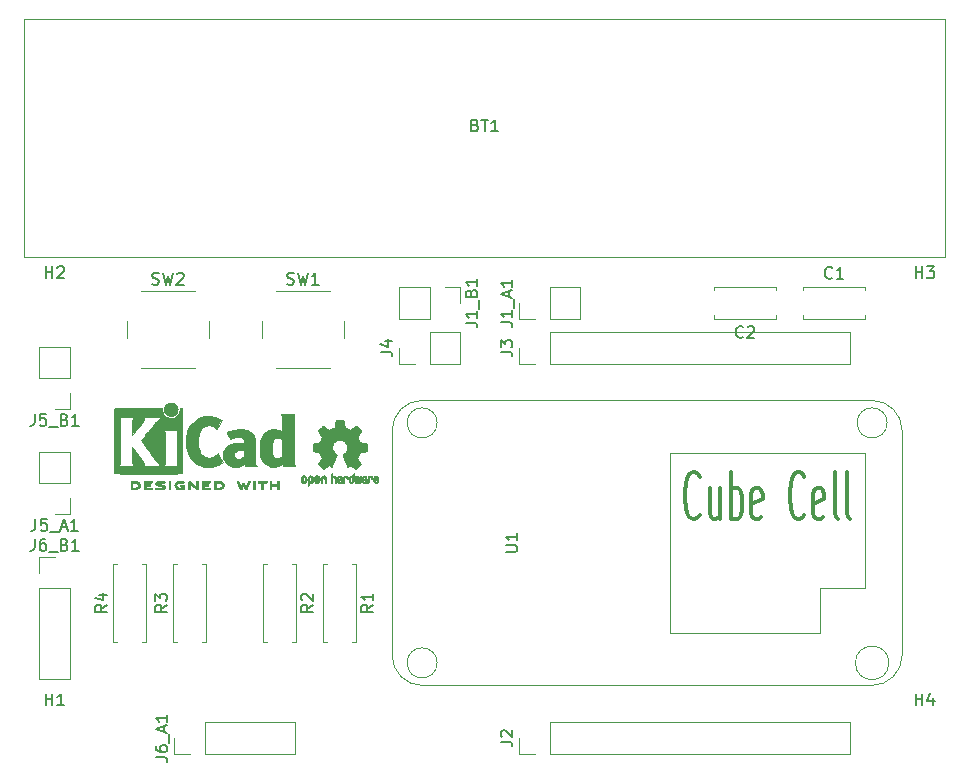
<source format=gto>
G04 #@! TF.GenerationSoftware,KiCad,Pcbnew,(5.1.5)-3*
G04 #@! TF.CreationDate,2020-04-08T11:02:51+02:00*
G04 #@! TF.ProjectId,AdaptaddorCubeCell,41646170-7461-4646-946f-724375626543,1.0*
G04 #@! TF.SameCoordinates,Original*
G04 #@! TF.FileFunction,Legend,Top*
G04 #@! TF.FilePolarity,Positive*
%FSLAX46Y46*%
G04 Gerber Fmt 4.6, Leading zero omitted, Abs format (unit mm)*
G04 Created by KiCad (PCBNEW (5.1.5)-3) date 2020-04-08 11:02:51*
%MOMM*%
%LPD*%
G04 APERTURE LIST*
%ADD10C,0.120000*%
%ADD11C,0.010000*%
%ADD12C,0.150000*%
%ADD13C,0.300000*%
G04 APERTURE END LIST*
D10*
X160080000Y-129600000D02*
X160080000Y-126940000D01*
X134620000Y-129600000D02*
X160080000Y-129600000D01*
X134620000Y-126940000D02*
X160080000Y-126940000D01*
X134620000Y-129600000D02*
X134620000Y-126940000D01*
X133350000Y-129600000D02*
X132020000Y-129600000D01*
X132020000Y-129600000D02*
X132020000Y-128270000D01*
X160080000Y-96580000D02*
X160080000Y-93920000D01*
X134620000Y-96580000D02*
X160080000Y-96580000D01*
X134620000Y-93920000D02*
X160080000Y-93920000D01*
X134620000Y-96580000D02*
X134620000Y-93920000D01*
X133350000Y-96580000D02*
X132020000Y-96580000D01*
X132020000Y-96580000D02*
X132020000Y-95250000D01*
X127060000Y-96580000D02*
X127060000Y-93920000D01*
X124460000Y-96580000D02*
X127060000Y-96580000D01*
X124460000Y-93920000D02*
X127060000Y-93920000D01*
X124460000Y-96580000D02*
X124460000Y-93920000D01*
X123190000Y-96580000D02*
X121860000Y-96580000D01*
X121860000Y-96580000D02*
X121860000Y-95250000D01*
X137220000Y-92770000D02*
X137220000Y-90110000D01*
X134620000Y-92770000D02*
X137220000Y-92770000D01*
X134620000Y-90110000D02*
X137220000Y-90110000D01*
X134620000Y-92770000D02*
X134620000Y-90110000D01*
X133350000Y-92770000D02*
X132020000Y-92770000D01*
X132020000Y-92770000D02*
X132020000Y-91440000D01*
X121860000Y-90110000D02*
X121860000Y-92770000D01*
X124460000Y-90110000D02*
X121860000Y-90110000D01*
X124460000Y-92770000D02*
X121860000Y-92770000D01*
X124460000Y-90110000D02*
X124460000Y-92770000D01*
X125730000Y-90110000D02*
X127060000Y-90110000D01*
X127060000Y-90110000D02*
X127060000Y-91440000D01*
X94040000Y-104080000D02*
X91380000Y-104080000D01*
X94040000Y-106680000D02*
X94040000Y-104080000D01*
X91380000Y-106680000D02*
X91380000Y-104080000D01*
X94040000Y-106680000D02*
X91380000Y-106680000D01*
X94040000Y-107950000D02*
X94040000Y-109280000D01*
X94040000Y-109280000D02*
X92710000Y-109280000D01*
X94040000Y-95190000D02*
X91380000Y-95190000D01*
X94040000Y-97790000D02*
X94040000Y-95190000D01*
X91380000Y-97790000D02*
X91380000Y-95190000D01*
X94040000Y-97790000D02*
X91380000Y-97790000D01*
X94040000Y-99060000D02*
X94040000Y-100390000D01*
X94040000Y-100390000D02*
X92710000Y-100390000D01*
X113090000Y-129600000D02*
X113090000Y-126940000D01*
X105410000Y-129600000D02*
X113090000Y-129600000D01*
X105410000Y-126940000D02*
X113090000Y-126940000D01*
X105410000Y-129600000D02*
X105410000Y-126940000D01*
X104140000Y-129600000D02*
X102810000Y-129600000D01*
X102810000Y-129600000D02*
X102810000Y-128270000D01*
X91380000Y-123250000D02*
X94040000Y-123250000D01*
X91380000Y-115570000D02*
X91380000Y-123250000D01*
X94040000Y-115570000D02*
X94040000Y-123250000D01*
X91380000Y-115570000D02*
X94040000Y-115570000D01*
X91380000Y-114300000D02*
X91380000Y-112970000D01*
X91380000Y-112970000D02*
X92710000Y-112970000D01*
D11*
G36*
X99300337Y-106505258D02*
G01*
X99339819Y-106505659D01*
X99455508Y-106508451D01*
X99552397Y-106516742D01*
X99633789Y-106531424D01*
X99702985Y-106553385D01*
X99763288Y-106583514D01*
X99818000Y-106622702D01*
X99837541Y-106639724D01*
X99869958Y-106679555D01*
X99899188Y-106733605D01*
X99921717Y-106793515D01*
X99934029Y-106850931D01*
X99935308Y-106872148D01*
X99927291Y-106930961D01*
X99905809Y-106995205D01*
X99874709Y-107056013D01*
X99837842Y-107104522D01*
X99831854Y-107110374D01*
X99781129Y-107151513D01*
X99725583Y-107183627D01*
X99662012Y-107207557D01*
X99587214Y-107224145D01*
X99497986Y-107234233D01*
X99391126Y-107238661D01*
X99342180Y-107239037D01*
X99279946Y-107238737D01*
X99236180Y-107237484D01*
X99206777Y-107234746D01*
X99187629Y-107229993D01*
X99174631Y-107222693D01*
X99167663Y-107216459D01*
X99161082Y-107208886D01*
X99155920Y-107199116D01*
X99152005Y-107184532D01*
X99149165Y-107162518D01*
X99147228Y-107130456D01*
X99146024Y-107085728D01*
X99145380Y-107025718D01*
X99145125Y-106947809D01*
X99145086Y-106872148D01*
X99144838Y-106771233D01*
X99144891Y-106690619D01*
X99145851Y-106652014D01*
X99291841Y-106652014D01*
X99291841Y-107092281D01*
X99384974Y-107092196D01*
X99441015Y-107090588D01*
X99499709Y-107086448D01*
X99548680Y-107080656D01*
X99550170Y-107080418D01*
X99629316Y-107061282D01*
X99690706Y-107031479D01*
X99737403Y-106989070D01*
X99767073Y-106943153D01*
X99785355Y-106892218D01*
X99783937Y-106844392D01*
X99762720Y-106793125D01*
X99721219Y-106740091D01*
X99663710Y-106700792D01*
X99588958Y-106674523D01*
X99539000Y-106665227D01*
X99482292Y-106658699D01*
X99422189Y-106653974D01*
X99371069Y-106652009D01*
X99368041Y-106652000D01*
X99291841Y-106652014D01*
X99145851Y-106652014D01*
X99146448Y-106628043D01*
X99150710Y-106581247D01*
X99158878Y-106547970D01*
X99172152Y-106525951D01*
X99191734Y-106512931D01*
X99218825Y-106506649D01*
X99254626Y-106504845D01*
X99300337Y-106505258D01*
G37*
X99300337Y-106505258D02*
X99339819Y-106505659D01*
X99455508Y-106508451D01*
X99552397Y-106516742D01*
X99633789Y-106531424D01*
X99702985Y-106553385D01*
X99763288Y-106583514D01*
X99818000Y-106622702D01*
X99837541Y-106639724D01*
X99869958Y-106679555D01*
X99899188Y-106733605D01*
X99921717Y-106793515D01*
X99934029Y-106850931D01*
X99935308Y-106872148D01*
X99927291Y-106930961D01*
X99905809Y-106995205D01*
X99874709Y-107056013D01*
X99837842Y-107104522D01*
X99831854Y-107110374D01*
X99781129Y-107151513D01*
X99725583Y-107183627D01*
X99662012Y-107207557D01*
X99587214Y-107224145D01*
X99497986Y-107234233D01*
X99391126Y-107238661D01*
X99342180Y-107239037D01*
X99279946Y-107238737D01*
X99236180Y-107237484D01*
X99206777Y-107234746D01*
X99187629Y-107229993D01*
X99174631Y-107222693D01*
X99167663Y-107216459D01*
X99161082Y-107208886D01*
X99155920Y-107199116D01*
X99152005Y-107184532D01*
X99149165Y-107162518D01*
X99147228Y-107130456D01*
X99146024Y-107085728D01*
X99145380Y-107025718D01*
X99145125Y-106947809D01*
X99145086Y-106872148D01*
X99144838Y-106771233D01*
X99144891Y-106690619D01*
X99145851Y-106652014D01*
X99291841Y-106652014D01*
X99291841Y-107092281D01*
X99384974Y-107092196D01*
X99441015Y-107090588D01*
X99499709Y-107086448D01*
X99548680Y-107080656D01*
X99550170Y-107080418D01*
X99629316Y-107061282D01*
X99690706Y-107031479D01*
X99737403Y-106989070D01*
X99767073Y-106943153D01*
X99785355Y-106892218D01*
X99783937Y-106844392D01*
X99762720Y-106793125D01*
X99721219Y-106740091D01*
X99663710Y-106700792D01*
X99588958Y-106674523D01*
X99539000Y-106665227D01*
X99482292Y-106658699D01*
X99422189Y-106653974D01*
X99371069Y-106652009D01*
X99368041Y-106652000D01*
X99291841Y-106652014D01*
X99145851Y-106652014D01*
X99146448Y-106628043D01*
X99150710Y-106581247D01*
X99158878Y-106547970D01*
X99172152Y-106525951D01*
X99191734Y-106512931D01*
X99218825Y-106506649D01*
X99254626Y-106504845D01*
X99300337Y-106505258D01*
G36*
X100708914Y-106505338D02*
G01*
X100778322Y-106505710D01*
X100830711Y-106506577D01*
X100868861Y-106508138D01*
X100895549Y-106510595D01*
X100913555Y-106514149D01*
X100925659Y-106519002D01*
X100934639Y-106525353D01*
X100937890Y-106528276D01*
X100957665Y-106559334D01*
X100961226Y-106595020D01*
X100948217Y-106626702D01*
X100942202Y-106633105D01*
X100932473Y-106639313D01*
X100916807Y-106644102D01*
X100892300Y-106647706D01*
X100856047Y-106650356D01*
X100805143Y-106652287D01*
X100736682Y-106653731D01*
X100674091Y-106654610D01*
X100426374Y-106657659D01*
X100422989Y-106722570D01*
X100419603Y-106787481D01*
X100587750Y-106787481D01*
X100660749Y-106788111D01*
X100714191Y-106790745D01*
X100751080Y-106796501D01*
X100774420Y-106806496D01*
X100787214Y-106821848D01*
X100792466Y-106843674D01*
X100793263Y-106863930D01*
X100790785Y-106888784D01*
X100781431Y-106907098D01*
X100762325Y-106919829D01*
X100730590Y-106927933D01*
X100683349Y-106932368D01*
X100617725Y-106934091D01*
X100581907Y-106934237D01*
X100420730Y-106934237D01*
X100420730Y-107092281D01*
X100669086Y-107092281D01*
X100750495Y-107092394D01*
X100812366Y-107092904D01*
X100857740Y-107094062D01*
X100889654Y-107096122D01*
X100911149Y-107099338D01*
X100925265Y-107103964D01*
X100935040Y-107110251D01*
X100940019Y-107114859D01*
X100957098Y-107141752D01*
X100962597Y-107165659D01*
X100954745Y-107194859D01*
X100940019Y-107216459D01*
X100932162Y-107223258D01*
X100922020Y-107228538D01*
X100906864Y-107232490D01*
X100883967Y-107235305D01*
X100850599Y-107237174D01*
X100804033Y-107238290D01*
X100741541Y-107238843D01*
X100660394Y-107239025D01*
X100618286Y-107239037D01*
X100528110Y-107238957D01*
X100457784Y-107238590D01*
X100404579Y-107237744D01*
X100365768Y-107236228D01*
X100338621Y-107233851D01*
X100320410Y-107230421D01*
X100308408Y-107225746D01*
X100299886Y-107219636D01*
X100296552Y-107216459D01*
X100289953Y-107208862D01*
X100284781Y-107199062D01*
X100280862Y-107184431D01*
X100278024Y-107162344D01*
X100276093Y-107130174D01*
X100274896Y-107085295D01*
X100274260Y-107025081D01*
X100274011Y-106946905D01*
X100273974Y-106874115D01*
X100274008Y-106780899D01*
X100274243Y-106707623D01*
X100274878Y-106651650D01*
X100276114Y-106610343D01*
X100278152Y-106581064D01*
X100281191Y-106561176D01*
X100285431Y-106548042D01*
X100291073Y-106539024D01*
X100298317Y-106531485D01*
X100300102Y-106529804D01*
X100308763Y-106522364D01*
X100318826Y-106516601D01*
X100333083Y-106512304D01*
X100354325Y-106509256D01*
X100385344Y-106507243D01*
X100428931Y-106506052D01*
X100487877Y-106505467D01*
X100564974Y-106505275D01*
X100619707Y-106505259D01*
X100708914Y-106505338D01*
G37*
X100708914Y-106505338D02*
X100778322Y-106505710D01*
X100830711Y-106506577D01*
X100868861Y-106508138D01*
X100895549Y-106510595D01*
X100913555Y-106514149D01*
X100925659Y-106519002D01*
X100934639Y-106525353D01*
X100937890Y-106528276D01*
X100957665Y-106559334D01*
X100961226Y-106595020D01*
X100948217Y-106626702D01*
X100942202Y-106633105D01*
X100932473Y-106639313D01*
X100916807Y-106644102D01*
X100892300Y-106647706D01*
X100856047Y-106650356D01*
X100805143Y-106652287D01*
X100736682Y-106653731D01*
X100674091Y-106654610D01*
X100426374Y-106657659D01*
X100422989Y-106722570D01*
X100419603Y-106787481D01*
X100587750Y-106787481D01*
X100660749Y-106788111D01*
X100714191Y-106790745D01*
X100751080Y-106796501D01*
X100774420Y-106806496D01*
X100787214Y-106821848D01*
X100792466Y-106843674D01*
X100793263Y-106863930D01*
X100790785Y-106888784D01*
X100781431Y-106907098D01*
X100762325Y-106919829D01*
X100730590Y-106927933D01*
X100683349Y-106932368D01*
X100617725Y-106934091D01*
X100581907Y-106934237D01*
X100420730Y-106934237D01*
X100420730Y-107092281D01*
X100669086Y-107092281D01*
X100750495Y-107092394D01*
X100812366Y-107092904D01*
X100857740Y-107094062D01*
X100889654Y-107096122D01*
X100911149Y-107099338D01*
X100925265Y-107103964D01*
X100935040Y-107110251D01*
X100940019Y-107114859D01*
X100957098Y-107141752D01*
X100962597Y-107165659D01*
X100954745Y-107194859D01*
X100940019Y-107216459D01*
X100932162Y-107223258D01*
X100922020Y-107228538D01*
X100906864Y-107232490D01*
X100883967Y-107235305D01*
X100850599Y-107237174D01*
X100804033Y-107238290D01*
X100741541Y-107238843D01*
X100660394Y-107239025D01*
X100618286Y-107239037D01*
X100528110Y-107238957D01*
X100457784Y-107238590D01*
X100404579Y-107237744D01*
X100365768Y-107236228D01*
X100338621Y-107233851D01*
X100320410Y-107230421D01*
X100308408Y-107225746D01*
X100299886Y-107219636D01*
X100296552Y-107216459D01*
X100289953Y-107208862D01*
X100284781Y-107199062D01*
X100280862Y-107184431D01*
X100278024Y-107162344D01*
X100276093Y-107130174D01*
X100274896Y-107085295D01*
X100274260Y-107025081D01*
X100274011Y-106946905D01*
X100273974Y-106874115D01*
X100274008Y-106780899D01*
X100274243Y-106707623D01*
X100274878Y-106651650D01*
X100276114Y-106610343D01*
X100278152Y-106581064D01*
X100281191Y-106561176D01*
X100285431Y-106548042D01*
X100291073Y-106539024D01*
X100298317Y-106531485D01*
X100300102Y-106529804D01*
X100308763Y-106522364D01*
X100318826Y-106516601D01*
X100333083Y-106512304D01*
X100354325Y-106509256D01*
X100385344Y-106507243D01*
X100428931Y-106506052D01*
X100487877Y-106505467D01*
X100564974Y-106505275D01*
X100619707Y-106505259D01*
X100708914Y-106505338D01*
G36*
X101730005Y-106506543D02*
G01*
X101804820Y-106511773D01*
X101874402Y-106519942D01*
X101934706Y-106530742D01*
X101981688Y-106543865D01*
X102011302Y-106559005D01*
X102015848Y-106563461D01*
X102031654Y-106598042D01*
X102026861Y-106633543D01*
X102002344Y-106663917D01*
X102001174Y-106664788D01*
X101986754Y-106674146D01*
X101971700Y-106679068D01*
X101950703Y-106679665D01*
X101918451Y-106676053D01*
X101869635Y-106668346D01*
X101865708Y-106667697D01*
X101792969Y-106658761D01*
X101714491Y-106654353D01*
X101635781Y-106654311D01*
X101562347Y-106658471D01*
X101499697Y-106666671D01*
X101453338Y-106678749D01*
X101450292Y-106679963D01*
X101416660Y-106698807D01*
X101404844Y-106717877D01*
X101414094Y-106736631D01*
X101443661Y-106754529D01*
X101492797Y-106771029D01*
X101560751Y-106785588D01*
X101606063Y-106792598D01*
X101700252Y-106806081D01*
X101775164Y-106818406D01*
X101833991Y-106830641D01*
X101879923Y-106843853D01*
X101916153Y-106859109D01*
X101945870Y-106877477D01*
X101972266Y-106900023D01*
X101993478Y-106922163D01*
X102018643Y-106953011D01*
X102031027Y-106979537D01*
X102034900Y-107012218D01*
X102035041Y-107024187D01*
X102032132Y-107063904D01*
X102020506Y-107093451D01*
X102000385Y-107119678D01*
X101959492Y-107159768D01*
X101913891Y-107190341D01*
X101860195Y-107212395D01*
X101795016Y-107226927D01*
X101714964Y-107234933D01*
X101616651Y-107237410D01*
X101600419Y-107237369D01*
X101534859Y-107236010D01*
X101469842Y-107232922D01*
X101412456Y-107228548D01*
X101369786Y-107223332D01*
X101366336Y-107222733D01*
X101323912Y-107212683D01*
X101287928Y-107199988D01*
X101267558Y-107188382D01*
X101248601Y-107157764D01*
X101247281Y-107122110D01*
X101263623Y-107090336D01*
X101267279Y-107086743D01*
X101282393Y-107076068D01*
X101301293Y-107071468D01*
X101330546Y-107072251D01*
X101366057Y-107076319D01*
X101405738Y-107079954D01*
X101461363Y-107083020D01*
X101526302Y-107085245D01*
X101593923Y-107086356D01*
X101611708Y-107086429D01*
X101679580Y-107086156D01*
X101729254Y-107084838D01*
X101765098Y-107082019D01*
X101791484Y-107077242D01*
X101812782Y-107070049D01*
X101825582Y-107064059D01*
X101853708Y-107047425D01*
X101871640Y-107032360D01*
X101874261Y-107028089D01*
X101868732Y-107010455D01*
X101842448Y-106993384D01*
X101797230Y-106977650D01*
X101734900Y-106964030D01*
X101716537Y-106960996D01*
X101620618Y-106945930D01*
X101544067Y-106933338D01*
X101483928Y-106922303D01*
X101437248Y-106911912D01*
X101401071Y-106901248D01*
X101372443Y-106889397D01*
X101348410Y-106875443D01*
X101326016Y-106858473D01*
X101302306Y-106837570D01*
X101294328Y-106830241D01*
X101266355Y-106802891D01*
X101251548Y-106781221D01*
X101245756Y-106756424D01*
X101244819Y-106725175D01*
X101255133Y-106663897D01*
X101285956Y-106611832D01*
X101337113Y-106569150D01*
X101408425Y-106536017D01*
X101459308Y-106521156D01*
X101514608Y-106511558D01*
X101580855Y-106506128D01*
X101654002Y-106504559D01*
X101730005Y-106506543D01*
G37*
X101730005Y-106506543D02*
X101804820Y-106511773D01*
X101874402Y-106519942D01*
X101934706Y-106530742D01*
X101981688Y-106543865D01*
X102011302Y-106559005D01*
X102015848Y-106563461D01*
X102031654Y-106598042D01*
X102026861Y-106633543D01*
X102002344Y-106663917D01*
X102001174Y-106664788D01*
X101986754Y-106674146D01*
X101971700Y-106679068D01*
X101950703Y-106679665D01*
X101918451Y-106676053D01*
X101869635Y-106668346D01*
X101865708Y-106667697D01*
X101792969Y-106658761D01*
X101714491Y-106654353D01*
X101635781Y-106654311D01*
X101562347Y-106658471D01*
X101499697Y-106666671D01*
X101453338Y-106678749D01*
X101450292Y-106679963D01*
X101416660Y-106698807D01*
X101404844Y-106717877D01*
X101414094Y-106736631D01*
X101443661Y-106754529D01*
X101492797Y-106771029D01*
X101560751Y-106785588D01*
X101606063Y-106792598D01*
X101700252Y-106806081D01*
X101775164Y-106818406D01*
X101833991Y-106830641D01*
X101879923Y-106843853D01*
X101916153Y-106859109D01*
X101945870Y-106877477D01*
X101972266Y-106900023D01*
X101993478Y-106922163D01*
X102018643Y-106953011D01*
X102031027Y-106979537D01*
X102034900Y-107012218D01*
X102035041Y-107024187D01*
X102032132Y-107063904D01*
X102020506Y-107093451D01*
X102000385Y-107119678D01*
X101959492Y-107159768D01*
X101913891Y-107190341D01*
X101860195Y-107212395D01*
X101795016Y-107226927D01*
X101714964Y-107234933D01*
X101616651Y-107237410D01*
X101600419Y-107237369D01*
X101534859Y-107236010D01*
X101469842Y-107232922D01*
X101412456Y-107228548D01*
X101369786Y-107223332D01*
X101366336Y-107222733D01*
X101323912Y-107212683D01*
X101287928Y-107199988D01*
X101267558Y-107188382D01*
X101248601Y-107157764D01*
X101247281Y-107122110D01*
X101263623Y-107090336D01*
X101267279Y-107086743D01*
X101282393Y-107076068D01*
X101301293Y-107071468D01*
X101330546Y-107072251D01*
X101366057Y-107076319D01*
X101405738Y-107079954D01*
X101461363Y-107083020D01*
X101526302Y-107085245D01*
X101593923Y-107086356D01*
X101611708Y-107086429D01*
X101679580Y-107086156D01*
X101729254Y-107084838D01*
X101765098Y-107082019D01*
X101791484Y-107077242D01*
X101812782Y-107070049D01*
X101825582Y-107064059D01*
X101853708Y-107047425D01*
X101871640Y-107032360D01*
X101874261Y-107028089D01*
X101868732Y-107010455D01*
X101842448Y-106993384D01*
X101797230Y-106977650D01*
X101734900Y-106964030D01*
X101716537Y-106960996D01*
X101620618Y-106945930D01*
X101544067Y-106933338D01*
X101483928Y-106922303D01*
X101437248Y-106911912D01*
X101401071Y-106901248D01*
X101372443Y-106889397D01*
X101348410Y-106875443D01*
X101326016Y-106858473D01*
X101302306Y-106837570D01*
X101294328Y-106830241D01*
X101266355Y-106802891D01*
X101251548Y-106781221D01*
X101245756Y-106756424D01*
X101244819Y-106725175D01*
X101255133Y-106663897D01*
X101285956Y-106611832D01*
X101337113Y-106569150D01*
X101408425Y-106536017D01*
X101459308Y-106521156D01*
X101514608Y-106511558D01*
X101580855Y-106506128D01*
X101654002Y-106504559D01*
X101730005Y-106506543D01*
G36*
X102497886Y-106527837D02*
G01*
X102504466Y-106535410D01*
X102509629Y-106545179D01*
X102513544Y-106559763D01*
X102516384Y-106581777D01*
X102518321Y-106613840D01*
X102519525Y-106658567D01*
X102520169Y-106718577D01*
X102520424Y-106796486D01*
X102520463Y-106872148D01*
X102520394Y-106965994D01*
X102520070Y-107039881D01*
X102519322Y-107096424D01*
X102517976Y-107138241D01*
X102515862Y-107167949D01*
X102512808Y-107188165D01*
X102508642Y-107201506D01*
X102503192Y-107210590D01*
X102497886Y-107216459D01*
X102464882Y-107236139D01*
X102429717Y-107234373D01*
X102398253Y-107212909D01*
X102391024Y-107204529D01*
X102385374Y-107194806D01*
X102381109Y-107181053D01*
X102378035Y-107160581D01*
X102375956Y-107130704D01*
X102374678Y-107088733D01*
X102374007Y-107031981D01*
X102373749Y-106957759D01*
X102373708Y-106873729D01*
X102373708Y-106560677D01*
X102401417Y-106532968D01*
X102435571Y-106509655D01*
X102468702Y-106508815D01*
X102497886Y-106527837D01*
G37*
X102497886Y-106527837D02*
X102504466Y-106535410D01*
X102509629Y-106545179D01*
X102513544Y-106559763D01*
X102516384Y-106581777D01*
X102518321Y-106613840D01*
X102519525Y-106658567D01*
X102520169Y-106718577D01*
X102520424Y-106796486D01*
X102520463Y-106872148D01*
X102520394Y-106965994D01*
X102520070Y-107039881D01*
X102519322Y-107096424D01*
X102517976Y-107138241D01*
X102515862Y-107167949D01*
X102512808Y-107188165D01*
X102508642Y-107201506D01*
X102503192Y-107210590D01*
X102497886Y-107216459D01*
X102464882Y-107236139D01*
X102429717Y-107234373D01*
X102398253Y-107212909D01*
X102391024Y-107204529D01*
X102385374Y-107194806D01*
X102381109Y-107181053D01*
X102378035Y-107160581D01*
X102375956Y-107130704D01*
X102374678Y-107088733D01*
X102374007Y-107031981D01*
X102373749Y-106957759D01*
X102373708Y-106873729D01*
X102373708Y-106560677D01*
X102401417Y-106532968D01*
X102435571Y-106509655D01*
X102468702Y-106508815D01*
X102497886Y-106527837D01*
G36*
X103471627Y-106510791D02*
G01*
X103540143Y-106522287D01*
X103592765Y-106540159D01*
X103627000Y-106563691D01*
X103636329Y-106577116D01*
X103645815Y-106608340D01*
X103639431Y-106636587D01*
X103619278Y-106663374D01*
X103587963Y-106675905D01*
X103542525Y-106674888D01*
X103507382Y-106668098D01*
X103429289Y-106655163D01*
X103349482Y-106653934D01*
X103260153Y-106664433D01*
X103235479Y-106668882D01*
X103152417Y-106692300D01*
X103087435Y-106727137D01*
X103041247Y-106772796D01*
X103014563Y-106828686D01*
X103009045Y-106857580D01*
X103012657Y-106916204D01*
X103035979Y-106968071D01*
X103076884Y-107012170D01*
X103133249Y-107047491D01*
X103202948Y-107073021D01*
X103283856Y-107087751D01*
X103373848Y-107090670D01*
X103470798Y-107080767D01*
X103476272Y-107079833D01*
X103514833Y-107072651D01*
X103536214Y-107065713D01*
X103545481Y-107055419D01*
X103547702Y-107038168D01*
X103547752Y-107029033D01*
X103547752Y-106990681D01*
X103479277Y-106990681D01*
X103418808Y-106986539D01*
X103377543Y-106973339D01*
X103353533Y-106949922D01*
X103344831Y-106915128D01*
X103344725Y-106910586D01*
X103349816Y-106880846D01*
X103367275Y-106859611D01*
X103399769Y-106845558D01*
X103449965Y-106837365D01*
X103498585Y-106834353D01*
X103569252Y-106832625D01*
X103620510Y-106835262D01*
X103655469Y-106844992D01*
X103677238Y-106864545D01*
X103688928Y-106896648D01*
X103693648Y-106944030D01*
X103694508Y-107006263D01*
X103693099Y-107075727D01*
X103688860Y-107122978D01*
X103681772Y-107148204D01*
X103680397Y-107150180D01*
X103641480Y-107181700D01*
X103584422Y-107206662D01*
X103512839Y-107224532D01*
X103430350Y-107234778D01*
X103340569Y-107236865D01*
X103247116Y-107230260D01*
X103192152Y-107222148D01*
X103105942Y-107197746D01*
X103025816Y-107157854D01*
X102958731Y-107106079D01*
X102948535Y-107095731D01*
X102915406Y-107052227D01*
X102885514Y-106998310D01*
X102862351Y-106941784D01*
X102849410Y-106890451D01*
X102847850Y-106870736D01*
X102854490Y-106829611D01*
X102872140Y-106778444D01*
X102897411Y-106724586D01*
X102926919Y-106675387D01*
X102952989Y-106642526D01*
X103013943Y-106593644D01*
X103092739Y-106554737D01*
X103186551Y-106526686D01*
X103292558Y-106510371D01*
X103389708Y-106506384D01*
X103471627Y-106510791D01*
G37*
X103471627Y-106510791D02*
X103540143Y-106522287D01*
X103592765Y-106540159D01*
X103627000Y-106563691D01*
X103636329Y-106577116D01*
X103645815Y-106608340D01*
X103639431Y-106636587D01*
X103619278Y-106663374D01*
X103587963Y-106675905D01*
X103542525Y-106674888D01*
X103507382Y-106668098D01*
X103429289Y-106655163D01*
X103349482Y-106653934D01*
X103260153Y-106664433D01*
X103235479Y-106668882D01*
X103152417Y-106692300D01*
X103087435Y-106727137D01*
X103041247Y-106772796D01*
X103014563Y-106828686D01*
X103009045Y-106857580D01*
X103012657Y-106916204D01*
X103035979Y-106968071D01*
X103076884Y-107012170D01*
X103133249Y-107047491D01*
X103202948Y-107073021D01*
X103283856Y-107087751D01*
X103373848Y-107090670D01*
X103470798Y-107080767D01*
X103476272Y-107079833D01*
X103514833Y-107072651D01*
X103536214Y-107065713D01*
X103545481Y-107055419D01*
X103547702Y-107038168D01*
X103547752Y-107029033D01*
X103547752Y-106990681D01*
X103479277Y-106990681D01*
X103418808Y-106986539D01*
X103377543Y-106973339D01*
X103353533Y-106949922D01*
X103344831Y-106915128D01*
X103344725Y-106910586D01*
X103349816Y-106880846D01*
X103367275Y-106859611D01*
X103399769Y-106845558D01*
X103449965Y-106837365D01*
X103498585Y-106834353D01*
X103569252Y-106832625D01*
X103620510Y-106835262D01*
X103655469Y-106844992D01*
X103677238Y-106864545D01*
X103688928Y-106896648D01*
X103693648Y-106944030D01*
X103694508Y-107006263D01*
X103693099Y-107075727D01*
X103688860Y-107122978D01*
X103681772Y-107148204D01*
X103680397Y-107150180D01*
X103641480Y-107181700D01*
X103584422Y-107206662D01*
X103512839Y-107224532D01*
X103430350Y-107234778D01*
X103340569Y-107236865D01*
X103247116Y-107230260D01*
X103192152Y-107222148D01*
X103105942Y-107197746D01*
X103025816Y-107157854D01*
X102958731Y-107106079D01*
X102948535Y-107095731D01*
X102915406Y-107052227D01*
X102885514Y-106998310D01*
X102862351Y-106941784D01*
X102849410Y-106890451D01*
X102847850Y-106870736D01*
X102854490Y-106829611D01*
X102872140Y-106778444D01*
X102897411Y-106724586D01*
X102926919Y-106675387D01*
X102952989Y-106642526D01*
X103013943Y-106593644D01*
X103092739Y-106554737D01*
X103186551Y-106526686D01*
X103292558Y-106510371D01*
X103389708Y-106506384D01*
X103471627Y-106510791D01*
G36*
X104121594Y-106509640D02*
G01*
X104145160Y-106523465D01*
X104175973Y-106546073D01*
X104215630Y-106578530D01*
X104265728Y-106621900D01*
X104327865Y-106677250D01*
X104403636Y-106745643D01*
X104490374Y-106824276D01*
X104670997Y-106988070D01*
X104676641Y-106768221D01*
X104678679Y-106692543D01*
X104680645Y-106636186D01*
X104682974Y-106595898D01*
X104686102Y-106568427D01*
X104690463Y-106550521D01*
X104696492Y-106538929D01*
X104704624Y-106530400D01*
X104708936Y-106526815D01*
X104743467Y-106507862D01*
X104776325Y-106510633D01*
X104802390Y-106526825D01*
X104829041Y-106548391D01*
X104832356Y-106863343D01*
X104833273Y-106955971D01*
X104833740Y-107028736D01*
X104833595Y-107084353D01*
X104832676Y-107125534D01*
X104830821Y-107154995D01*
X104827869Y-107175447D01*
X104823658Y-107189605D01*
X104818026Y-107200183D01*
X104811781Y-107208666D01*
X104798269Y-107224399D01*
X104784825Y-107234828D01*
X104769584Y-107238831D01*
X104750682Y-107235286D01*
X104726253Y-107223071D01*
X104694435Y-107201063D01*
X104653360Y-107168141D01*
X104601166Y-107123183D01*
X104535986Y-107065067D01*
X104462152Y-106998291D01*
X104196863Y-106757650D01*
X104191219Y-106976781D01*
X104189177Y-107052320D01*
X104187206Y-107108546D01*
X104184869Y-107148716D01*
X104181727Y-107176088D01*
X104177344Y-107193920D01*
X104171284Y-107205471D01*
X104163108Y-107213999D01*
X104158924Y-107217474D01*
X104121943Y-107236564D01*
X104087000Y-107233685D01*
X104056572Y-107209292D01*
X104049611Y-107199478D01*
X104044185Y-107188018D01*
X104040105Y-107172160D01*
X104037179Y-107149155D01*
X104035216Y-107116254D01*
X104034025Y-107070708D01*
X104033416Y-107009765D01*
X104033197Y-106930678D01*
X104033174Y-106872148D01*
X104033248Y-106780599D01*
X104033595Y-106708879D01*
X104034407Y-106654237D01*
X104035875Y-106613924D01*
X104038189Y-106585190D01*
X104041541Y-106565285D01*
X104046120Y-106551460D01*
X104052119Y-106540964D01*
X104056572Y-106535003D01*
X104067858Y-106520883D01*
X104078407Y-106510221D01*
X104089815Y-106504084D01*
X104103678Y-106503535D01*
X104121594Y-106509640D01*
G37*
X104121594Y-106509640D02*
X104145160Y-106523465D01*
X104175973Y-106546073D01*
X104215630Y-106578530D01*
X104265728Y-106621900D01*
X104327865Y-106677250D01*
X104403636Y-106745643D01*
X104490374Y-106824276D01*
X104670997Y-106988070D01*
X104676641Y-106768221D01*
X104678679Y-106692543D01*
X104680645Y-106636186D01*
X104682974Y-106595898D01*
X104686102Y-106568427D01*
X104690463Y-106550521D01*
X104696492Y-106538929D01*
X104704624Y-106530400D01*
X104708936Y-106526815D01*
X104743467Y-106507862D01*
X104776325Y-106510633D01*
X104802390Y-106526825D01*
X104829041Y-106548391D01*
X104832356Y-106863343D01*
X104833273Y-106955971D01*
X104833740Y-107028736D01*
X104833595Y-107084353D01*
X104832676Y-107125534D01*
X104830821Y-107154995D01*
X104827869Y-107175447D01*
X104823658Y-107189605D01*
X104818026Y-107200183D01*
X104811781Y-107208666D01*
X104798269Y-107224399D01*
X104784825Y-107234828D01*
X104769584Y-107238831D01*
X104750682Y-107235286D01*
X104726253Y-107223071D01*
X104694435Y-107201063D01*
X104653360Y-107168141D01*
X104601166Y-107123183D01*
X104535986Y-107065067D01*
X104462152Y-106998291D01*
X104196863Y-106757650D01*
X104191219Y-106976781D01*
X104189177Y-107052320D01*
X104187206Y-107108546D01*
X104184869Y-107148716D01*
X104181727Y-107176088D01*
X104177344Y-107193920D01*
X104171284Y-107205471D01*
X104163108Y-107213999D01*
X104158924Y-107217474D01*
X104121943Y-107236564D01*
X104087000Y-107233685D01*
X104056572Y-107209292D01*
X104049611Y-107199478D01*
X104044185Y-107188018D01*
X104040105Y-107172160D01*
X104037179Y-107149155D01*
X104035216Y-107116254D01*
X104034025Y-107070708D01*
X104033416Y-107009765D01*
X104033197Y-106930678D01*
X104033174Y-106872148D01*
X104033248Y-106780599D01*
X104033595Y-106708879D01*
X104034407Y-106654237D01*
X104035875Y-106613924D01*
X104038189Y-106585190D01*
X104041541Y-106565285D01*
X104046120Y-106551460D01*
X104052119Y-106540964D01*
X104056572Y-106535003D01*
X104067858Y-106520883D01*
X104078407Y-106510221D01*
X104089815Y-106504084D01*
X104103678Y-106503535D01*
X104121594Y-106509640D01*
G36*
X105652051Y-106505452D02*
G01*
X105728409Y-106506366D01*
X105786925Y-106508503D01*
X105829963Y-106512367D01*
X105859891Y-106518459D01*
X105879076Y-106527282D01*
X105889884Y-106539338D01*
X105894681Y-106555131D01*
X105895835Y-106575162D01*
X105895841Y-106577527D01*
X105894839Y-106600184D01*
X105890104Y-106617695D01*
X105879041Y-106630766D01*
X105859056Y-106640105D01*
X105827554Y-106646419D01*
X105781940Y-106650414D01*
X105719621Y-106652798D01*
X105638001Y-106654278D01*
X105612985Y-106654606D01*
X105370908Y-106657659D01*
X105367522Y-106722570D01*
X105364137Y-106787481D01*
X105532284Y-106787481D01*
X105597974Y-106787723D01*
X105644880Y-106788748D01*
X105676791Y-106791003D01*
X105697499Y-106794934D01*
X105710792Y-106800990D01*
X105720463Y-106809616D01*
X105720525Y-106809685D01*
X105738064Y-106843304D01*
X105737430Y-106879640D01*
X105719022Y-106910615D01*
X105715379Y-106913799D01*
X105702449Y-106922004D01*
X105684732Y-106927713D01*
X105658278Y-106931354D01*
X105619140Y-106933359D01*
X105563370Y-106934156D01*
X105527702Y-106934237D01*
X105365263Y-106934237D01*
X105365263Y-107092281D01*
X105611869Y-107092281D01*
X105693288Y-107092423D01*
X105755118Y-107093006D01*
X105800345Y-107094260D01*
X105831956Y-107096419D01*
X105852939Y-107099715D01*
X105866281Y-107104381D01*
X105874969Y-107110649D01*
X105877158Y-107112925D01*
X105893322Y-107144472D01*
X105894505Y-107180360D01*
X105881244Y-107211477D01*
X105870751Y-107221463D01*
X105859837Y-107226961D01*
X105842925Y-107231214D01*
X105817341Y-107234372D01*
X105780409Y-107236584D01*
X105729454Y-107237998D01*
X105661802Y-107238764D01*
X105574777Y-107239030D01*
X105555102Y-107239037D01*
X105466619Y-107238979D01*
X105397935Y-107238659D01*
X105346272Y-107237859D01*
X105308853Y-107236359D01*
X105282898Y-107233941D01*
X105265630Y-107230386D01*
X105254270Y-107225474D01*
X105246040Y-107218987D01*
X105241525Y-107214330D01*
X105234729Y-107206081D01*
X105229420Y-107195861D01*
X105225414Y-107180992D01*
X105222529Y-107158794D01*
X105220582Y-107126585D01*
X105219389Y-107081688D01*
X105218769Y-107021420D01*
X105218537Y-106943103D01*
X105218508Y-106877186D01*
X105218579Y-106784820D01*
X105218916Y-106712309D01*
X105219706Y-106656929D01*
X105221134Y-106615957D01*
X105223387Y-106586670D01*
X105226651Y-106566345D01*
X105231112Y-106552258D01*
X105236956Y-106541687D01*
X105241905Y-106535003D01*
X105265302Y-106505259D01*
X105555482Y-106505259D01*
X105652051Y-106505452D01*
G37*
X105652051Y-106505452D02*
X105728409Y-106506366D01*
X105786925Y-106508503D01*
X105829963Y-106512367D01*
X105859891Y-106518459D01*
X105879076Y-106527282D01*
X105889884Y-106539338D01*
X105894681Y-106555131D01*
X105895835Y-106575162D01*
X105895841Y-106577527D01*
X105894839Y-106600184D01*
X105890104Y-106617695D01*
X105879041Y-106630766D01*
X105859056Y-106640105D01*
X105827554Y-106646419D01*
X105781940Y-106650414D01*
X105719621Y-106652798D01*
X105638001Y-106654278D01*
X105612985Y-106654606D01*
X105370908Y-106657659D01*
X105367522Y-106722570D01*
X105364137Y-106787481D01*
X105532284Y-106787481D01*
X105597974Y-106787723D01*
X105644880Y-106788748D01*
X105676791Y-106791003D01*
X105697499Y-106794934D01*
X105710792Y-106800990D01*
X105720463Y-106809616D01*
X105720525Y-106809685D01*
X105738064Y-106843304D01*
X105737430Y-106879640D01*
X105719022Y-106910615D01*
X105715379Y-106913799D01*
X105702449Y-106922004D01*
X105684732Y-106927713D01*
X105658278Y-106931354D01*
X105619140Y-106933359D01*
X105563370Y-106934156D01*
X105527702Y-106934237D01*
X105365263Y-106934237D01*
X105365263Y-107092281D01*
X105611869Y-107092281D01*
X105693288Y-107092423D01*
X105755118Y-107093006D01*
X105800345Y-107094260D01*
X105831956Y-107096419D01*
X105852939Y-107099715D01*
X105866281Y-107104381D01*
X105874969Y-107110649D01*
X105877158Y-107112925D01*
X105893322Y-107144472D01*
X105894505Y-107180360D01*
X105881244Y-107211477D01*
X105870751Y-107221463D01*
X105859837Y-107226961D01*
X105842925Y-107231214D01*
X105817341Y-107234372D01*
X105780409Y-107236584D01*
X105729454Y-107237998D01*
X105661802Y-107238764D01*
X105574777Y-107239030D01*
X105555102Y-107239037D01*
X105466619Y-107238979D01*
X105397935Y-107238659D01*
X105346272Y-107237859D01*
X105308853Y-107236359D01*
X105282898Y-107233941D01*
X105265630Y-107230386D01*
X105254270Y-107225474D01*
X105246040Y-107218987D01*
X105241525Y-107214330D01*
X105234729Y-107206081D01*
X105229420Y-107195861D01*
X105225414Y-107180992D01*
X105222529Y-107158794D01*
X105220582Y-107126585D01*
X105219389Y-107081688D01*
X105218769Y-107021420D01*
X105218537Y-106943103D01*
X105218508Y-106877186D01*
X105218579Y-106784820D01*
X105218916Y-106712309D01*
X105219706Y-106656929D01*
X105221134Y-106615957D01*
X105223387Y-106586670D01*
X105226651Y-106566345D01*
X105231112Y-106552258D01*
X105236956Y-106541687D01*
X105241905Y-106535003D01*
X105265302Y-106505259D01*
X105555482Y-106505259D01*
X105652051Y-106505452D01*
G36*
X106440017Y-106505467D02*
G01*
X106568996Y-106509828D01*
X106678699Y-106523053D01*
X106770934Y-106545933D01*
X106847510Y-106579262D01*
X106910235Y-106623830D01*
X106960920Y-106680428D01*
X107001371Y-106749850D01*
X107002167Y-106751543D01*
X107026309Y-106813675D01*
X107034911Y-106868701D01*
X107027939Y-106924079D01*
X107005362Y-106987265D01*
X107001080Y-106996881D01*
X106971880Y-107053158D01*
X106939064Y-107096643D01*
X106896710Y-107133609D01*
X106838898Y-107170327D01*
X106835539Y-107172244D01*
X106785212Y-107196419D01*
X106728329Y-107214474D01*
X106661235Y-107227031D01*
X106580273Y-107234714D01*
X106481790Y-107238145D01*
X106446994Y-107238443D01*
X106281302Y-107239037D01*
X106257905Y-107209292D01*
X106250965Y-107199511D01*
X106245550Y-107188089D01*
X106241473Y-107172287D01*
X106238545Y-107149367D01*
X106236575Y-107116588D01*
X106235933Y-107092281D01*
X106392552Y-107092281D01*
X106486434Y-107092281D01*
X106541372Y-107090675D01*
X106597768Y-107086447D01*
X106644053Y-107080484D01*
X106646847Y-107079982D01*
X106729056Y-107057928D01*
X106792822Y-107024792D01*
X106840160Y-106979039D01*
X106873090Y-106919131D01*
X106878816Y-106903253D01*
X106884429Y-106878525D01*
X106881999Y-106854094D01*
X106870175Y-106821592D01*
X106863048Y-106805626D01*
X106839708Y-106763198D01*
X106811588Y-106733432D01*
X106780648Y-106712703D01*
X106718674Y-106685729D01*
X106639359Y-106666190D01*
X106546961Y-106654938D01*
X106480041Y-106652462D01*
X106392552Y-106652014D01*
X106392552Y-107092281D01*
X106235933Y-107092281D01*
X106235376Y-107071213D01*
X106234758Y-107010503D01*
X106234533Y-106931718D01*
X106234508Y-106870112D01*
X106234508Y-106560677D01*
X106262217Y-106532968D01*
X106274514Y-106521736D01*
X106287811Y-106514045D01*
X106306380Y-106509232D01*
X106334494Y-106506638D01*
X106376425Y-106505602D01*
X106436445Y-106505462D01*
X106440017Y-106505467D01*
G37*
X106440017Y-106505467D02*
X106568996Y-106509828D01*
X106678699Y-106523053D01*
X106770934Y-106545933D01*
X106847510Y-106579262D01*
X106910235Y-106623830D01*
X106960920Y-106680428D01*
X107001371Y-106749850D01*
X107002167Y-106751543D01*
X107026309Y-106813675D01*
X107034911Y-106868701D01*
X107027939Y-106924079D01*
X107005362Y-106987265D01*
X107001080Y-106996881D01*
X106971880Y-107053158D01*
X106939064Y-107096643D01*
X106896710Y-107133609D01*
X106838898Y-107170327D01*
X106835539Y-107172244D01*
X106785212Y-107196419D01*
X106728329Y-107214474D01*
X106661235Y-107227031D01*
X106580273Y-107234714D01*
X106481790Y-107238145D01*
X106446994Y-107238443D01*
X106281302Y-107239037D01*
X106257905Y-107209292D01*
X106250965Y-107199511D01*
X106245550Y-107188089D01*
X106241473Y-107172287D01*
X106238545Y-107149367D01*
X106236575Y-107116588D01*
X106235933Y-107092281D01*
X106392552Y-107092281D01*
X106486434Y-107092281D01*
X106541372Y-107090675D01*
X106597768Y-107086447D01*
X106644053Y-107080484D01*
X106646847Y-107079982D01*
X106729056Y-107057928D01*
X106792822Y-107024792D01*
X106840160Y-106979039D01*
X106873090Y-106919131D01*
X106878816Y-106903253D01*
X106884429Y-106878525D01*
X106881999Y-106854094D01*
X106870175Y-106821592D01*
X106863048Y-106805626D01*
X106839708Y-106763198D01*
X106811588Y-106733432D01*
X106780648Y-106712703D01*
X106718674Y-106685729D01*
X106639359Y-106666190D01*
X106546961Y-106654938D01*
X106480041Y-106652462D01*
X106392552Y-106652014D01*
X106392552Y-107092281D01*
X106235933Y-107092281D01*
X106235376Y-107071213D01*
X106234758Y-107010503D01*
X106234533Y-106931718D01*
X106234508Y-106870112D01*
X106234508Y-106560677D01*
X106262217Y-106532968D01*
X106274514Y-106521736D01*
X106287811Y-106514045D01*
X106306380Y-106509232D01*
X106334494Y-106506638D01*
X106376425Y-106505602D01*
X106436445Y-106505462D01*
X106440017Y-106505467D01*
G36*
X109166373Y-106507226D02*
G01*
X109185963Y-106514227D01*
X109186718Y-106514569D01*
X109213321Y-106534870D01*
X109227978Y-106555753D01*
X109230846Y-106565544D01*
X109230704Y-106578553D01*
X109226669Y-106597087D01*
X109217854Y-106623449D01*
X109203377Y-106659944D01*
X109182353Y-106708879D01*
X109153896Y-106772557D01*
X109117123Y-106853285D01*
X109096883Y-106897408D01*
X109060333Y-106976177D01*
X109026023Y-107048615D01*
X108995260Y-107112072D01*
X108969356Y-107163900D01*
X108949618Y-107201451D01*
X108937358Y-107222076D01*
X108934932Y-107224925D01*
X108903891Y-107237494D01*
X108868829Y-107235811D01*
X108840708Y-107220524D01*
X108839562Y-107219281D01*
X108828376Y-107202346D01*
X108809612Y-107169362D01*
X108785583Y-107124572D01*
X108758605Y-107072224D01*
X108748909Y-107052934D01*
X108675722Y-106906342D01*
X108595948Y-107065585D01*
X108567475Y-107120607D01*
X108541058Y-107168324D01*
X108518856Y-107205085D01*
X108503027Y-107227236D01*
X108497662Y-107231933D01*
X108455965Y-107238294D01*
X108421557Y-107224925D01*
X108411436Y-107210638D01*
X108393922Y-107178884D01*
X108370443Y-107132789D01*
X108342428Y-107075477D01*
X108311307Y-107010072D01*
X108278507Y-106939699D01*
X108245458Y-106867483D01*
X108213589Y-106796547D01*
X108184327Y-106730017D01*
X108159103Y-106671018D01*
X108139344Y-106622673D01*
X108126480Y-106588107D01*
X108121939Y-106570445D01*
X108121985Y-106569805D01*
X108133034Y-106547580D01*
X108155118Y-106524945D01*
X108156418Y-106523960D01*
X108183561Y-106508617D01*
X108208666Y-106508766D01*
X108218076Y-106511658D01*
X108229542Y-106517910D01*
X108241718Y-106530206D01*
X108256065Y-106551100D01*
X108274044Y-106583141D01*
X108297115Y-106628880D01*
X108326738Y-106690869D01*
X108353453Y-106748090D01*
X108384188Y-106814418D01*
X108411729Y-106874066D01*
X108434646Y-106923917D01*
X108451506Y-106960856D01*
X108460881Y-106981765D01*
X108462248Y-106985037D01*
X108468397Y-106979689D01*
X108482530Y-106957301D01*
X108502765Y-106921138D01*
X108527223Y-106874469D01*
X108536956Y-106855214D01*
X108569925Y-106790196D01*
X108595351Y-106742846D01*
X108615320Y-106710411D01*
X108631918Y-106690138D01*
X108647232Y-106679274D01*
X108663348Y-106675067D01*
X108673851Y-106674592D01*
X108692378Y-106676234D01*
X108708612Y-106683023D01*
X108724743Y-106697758D01*
X108742959Y-106723236D01*
X108765447Y-106762253D01*
X108794397Y-106817606D01*
X108810370Y-106849095D01*
X108836278Y-106899279D01*
X108858875Y-106940896D01*
X108876166Y-106970434D01*
X108886158Y-106984381D01*
X108887517Y-106984962D01*
X108893969Y-106973985D01*
X108908416Y-106945482D01*
X108929411Y-106902436D01*
X108955505Y-106847830D01*
X108985254Y-106784646D01*
X108999888Y-106753263D01*
X109037958Y-106672270D01*
X109068613Y-106609948D01*
X109093445Y-106564263D01*
X109114045Y-106533181D01*
X109132006Y-106514670D01*
X109148918Y-106506696D01*
X109166373Y-106507226D01*
G37*
X109166373Y-106507226D02*
X109185963Y-106514227D01*
X109186718Y-106514569D01*
X109213321Y-106534870D01*
X109227978Y-106555753D01*
X109230846Y-106565544D01*
X109230704Y-106578553D01*
X109226669Y-106597087D01*
X109217854Y-106623449D01*
X109203377Y-106659944D01*
X109182353Y-106708879D01*
X109153896Y-106772557D01*
X109117123Y-106853285D01*
X109096883Y-106897408D01*
X109060333Y-106976177D01*
X109026023Y-107048615D01*
X108995260Y-107112072D01*
X108969356Y-107163900D01*
X108949618Y-107201451D01*
X108937358Y-107222076D01*
X108934932Y-107224925D01*
X108903891Y-107237494D01*
X108868829Y-107235811D01*
X108840708Y-107220524D01*
X108839562Y-107219281D01*
X108828376Y-107202346D01*
X108809612Y-107169362D01*
X108785583Y-107124572D01*
X108758605Y-107072224D01*
X108748909Y-107052934D01*
X108675722Y-106906342D01*
X108595948Y-107065585D01*
X108567475Y-107120607D01*
X108541058Y-107168324D01*
X108518856Y-107205085D01*
X108503027Y-107227236D01*
X108497662Y-107231933D01*
X108455965Y-107238294D01*
X108421557Y-107224925D01*
X108411436Y-107210638D01*
X108393922Y-107178884D01*
X108370443Y-107132789D01*
X108342428Y-107075477D01*
X108311307Y-107010072D01*
X108278507Y-106939699D01*
X108245458Y-106867483D01*
X108213589Y-106796547D01*
X108184327Y-106730017D01*
X108159103Y-106671018D01*
X108139344Y-106622673D01*
X108126480Y-106588107D01*
X108121939Y-106570445D01*
X108121985Y-106569805D01*
X108133034Y-106547580D01*
X108155118Y-106524945D01*
X108156418Y-106523960D01*
X108183561Y-106508617D01*
X108208666Y-106508766D01*
X108218076Y-106511658D01*
X108229542Y-106517910D01*
X108241718Y-106530206D01*
X108256065Y-106551100D01*
X108274044Y-106583141D01*
X108297115Y-106628880D01*
X108326738Y-106690869D01*
X108353453Y-106748090D01*
X108384188Y-106814418D01*
X108411729Y-106874066D01*
X108434646Y-106923917D01*
X108451506Y-106960856D01*
X108460881Y-106981765D01*
X108462248Y-106985037D01*
X108468397Y-106979689D01*
X108482530Y-106957301D01*
X108502765Y-106921138D01*
X108527223Y-106874469D01*
X108536956Y-106855214D01*
X108569925Y-106790196D01*
X108595351Y-106742846D01*
X108615320Y-106710411D01*
X108631918Y-106690138D01*
X108647232Y-106679274D01*
X108663348Y-106675067D01*
X108673851Y-106674592D01*
X108692378Y-106676234D01*
X108708612Y-106683023D01*
X108724743Y-106697758D01*
X108742959Y-106723236D01*
X108765447Y-106762253D01*
X108794397Y-106817606D01*
X108810370Y-106849095D01*
X108836278Y-106899279D01*
X108858875Y-106940896D01*
X108876166Y-106970434D01*
X108886158Y-106984381D01*
X108887517Y-106984962D01*
X108893969Y-106973985D01*
X108908416Y-106945482D01*
X108929411Y-106902436D01*
X108955505Y-106847830D01*
X108985254Y-106784646D01*
X108999888Y-106753263D01*
X109037958Y-106672270D01*
X109068613Y-106609948D01*
X109093445Y-106564263D01*
X109114045Y-106533181D01*
X109132006Y-106514670D01*
X109148918Y-106506696D01*
X109166373Y-106507226D01*
G36*
X109610322Y-106512069D02*
G01*
X109634035Y-106526839D01*
X109660686Y-106548419D01*
X109660686Y-106869965D01*
X109660601Y-106964022D01*
X109660237Y-107038124D01*
X109659432Y-107094896D01*
X109658021Y-107136960D01*
X109655841Y-107166940D01*
X109652729Y-107187459D01*
X109648522Y-107201141D01*
X109643056Y-107210608D01*
X109639180Y-107215274D01*
X109607742Y-107235767D01*
X109571941Y-107234931D01*
X109540581Y-107217456D01*
X109513930Y-107195876D01*
X109513930Y-106548419D01*
X109540581Y-106526839D01*
X109566302Y-106511141D01*
X109587308Y-106505259D01*
X109610322Y-106512069D01*
G37*
X109610322Y-106512069D02*
X109634035Y-106526839D01*
X109660686Y-106548419D01*
X109660686Y-106869965D01*
X109660601Y-106964022D01*
X109660237Y-107038124D01*
X109659432Y-107094896D01*
X109658021Y-107136960D01*
X109655841Y-107166940D01*
X109652729Y-107187459D01*
X109648522Y-107201141D01*
X109643056Y-107210608D01*
X109639180Y-107215274D01*
X109607742Y-107235767D01*
X109571941Y-107234931D01*
X109540581Y-107217456D01*
X109513930Y-107195876D01*
X109513930Y-106548419D01*
X109540581Y-106526839D01*
X109566302Y-106511141D01*
X109587308Y-106505259D01*
X109610322Y-106512069D01*
G36*
X110384773Y-106505355D02*
G01*
X110463480Y-106505734D01*
X110524571Y-106506525D01*
X110570525Y-106507862D01*
X110603822Y-106509875D01*
X110626944Y-106512698D01*
X110642370Y-106516461D01*
X110652579Y-106521297D01*
X110657521Y-106525014D01*
X110683165Y-106557550D01*
X110686267Y-106591330D01*
X110670419Y-106622018D01*
X110660056Y-106634281D01*
X110648904Y-106642642D01*
X110632743Y-106647849D01*
X110607350Y-106650649D01*
X110568506Y-106651788D01*
X110511988Y-106652013D01*
X110500888Y-106652014D01*
X110354952Y-106652014D01*
X110354952Y-106922948D01*
X110354856Y-107008346D01*
X110354419Y-107074056D01*
X110353420Y-107122966D01*
X110351636Y-107157965D01*
X110348845Y-107181941D01*
X110344825Y-107197785D01*
X110339353Y-107208383D01*
X110332374Y-107216459D01*
X110299442Y-107236304D01*
X110265062Y-107234740D01*
X110233884Y-107212098D01*
X110231594Y-107209292D01*
X110224137Y-107198684D01*
X110218455Y-107186273D01*
X110214309Y-107169042D01*
X110211458Y-107143976D01*
X110209662Y-107108059D01*
X110208680Y-107058275D01*
X110208272Y-106991609D01*
X110208197Y-106915781D01*
X110208197Y-106652014D01*
X110068835Y-106652014D01*
X110009030Y-106651610D01*
X109967626Y-106650032D01*
X109940456Y-106646739D01*
X109923354Y-106641184D01*
X109912151Y-106632823D01*
X109910791Y-106631370D01*
X109894433Y-106598131D01*
X109895880Y-106560554D01*
X109914686Y-106527837D01*
X109921958Y-106521490D01*
X109931335Y-106516458D01*
X109945317Y-106512588D01*
X109966404Y-106509729D01*
X109997097Y-106507727D01*
X110039897Y-106506431D01*
X110097303Y-106505690D01*
X110171818Y-106505350D01*
X110265941Y-106505260D01*
X110285968Y-106505259D01*
X110384773Y-106505355D01*
G37*
X110384773Y-106505355D02*
X110463480Y-106505734D01*
X110524571Y-106506525D01*
X110570525Y-106507862D01*
X110603822Y-106509875D01*
X110626944Y-106512698D01*
X110642370Y-106516461D01*
X110652579Y-106521297D01*
X110657521Y-106525014D01*
X110683165Y-106557550D01*
X110686267Y-106591330D01*
X110670419Y-106622018D01*
X110660056Y-106634281D01*
X110648904Y-106642642D01*
X110632743Y-106647849D01*
X110607350Y-106650649D01*
X110568506Y-106651788D01*
X110511988Y-106652013D01*
X110500888Y-106652014D01*
X110354952Y-106652014D01*
X110354952Y-106922948D01*
X110354856Y-107008346D01*
X110354419Y-107074056D01*
X110353420Y-107122966D01*
X110351636Y-107157965D01*
X110348845Y-107181941D01*
X110344825Y-107197785D01*
X110339353Y-107208383D01*
X110332374Y-107216459D01*
X110299442Y-107236304D01*
X110265062Y-107234740D01*
X110233884Y-107212098D01*
X110231594Y-107209292D01*
X110224137Y-107198684D01*
X110218455Y-107186273D01*
X110214309Y-107169042D01*
X110211458Y-107143976D01*
X110209662Y-107108059D01*
X110208680Y-107058275D01*
X110208272Y-106991609D01*
X110208197Y-106915781D01*
X110208197Y-106652014D01*
X110068835Y-106652014D01*
X110009030Y-106651610D01*
X109967626Y-106650032D01*
X109940456Y-106646739D01*
X109923354Y-106641184D01*
X109912151Y-106632823D01*
X109910791Y-106631370D01*
X109894433Y-106598131D01*
X109895880Y-106560554D01*
X109914686Y-106527837D01*
X109921958Y-106521490D01*
X109931335Y-106516458D01*
X109945317Y-106512588D01*
X109966404Y-106509729D01*
X109997097Y-106507727D01*
X110039897Y-106506431D01*
X110097303Y-106505690D01*
X110171818Y-106505350D01*
X110265941Y-106505260D01*
X110285968Y-106505259D01*
X110384773Y-106505355D01*
G36*
X111650531Y-106510725D02*
G01*
X111681910Y-106532968D01*
X111709619Y-106560677D01*
X111709619Y-106870112D01*
X111709546Y-106961991D01*
X111709203Y-107034032D01*
X111708400Y-107088972D01*
X111706949Y-107129552D01*
X111704660Y-107158509D01*
X111701344Y-107178583D01*
X111696813Y-107192513D01*
X111690877Y-107203037D01*
X111686222Y-107209292D01*
X111655491Y-107233865D01*
X111620204Y-107236533D01*
X111587953Y-107221463D01*
X111577296Y-107212566D01*
X111570172Y-107200749D01*
X111565875Y-107181718D01*
X111563699Y-107151184D01*
X111562936Y-107104854D01*
X111562863Y-107069063D01*
X111562863Y-106934237D01*
X111066152Y-106934237D01*
X111066152Y-107056892D01*
X111065639Y-107112979D01*
X111063584Y-107151525D01*
X111059216Y-107177553D01*
X111051764Y-107196089D01*
X111042755Y-107209292D01*
X111011852Y-107233796D01*
X110976904Y-107236698D01*
X110943446Y-107219281D01*
X110934312Y-107210151D01*
X110927860Y-107198047D01*
X110923605Y-107179193D01*
X110921060Y-107149812D01*
X110919737Y-107106129D01*
X110919151Y-107044367D01*
X110919083Y-107030192D01*
X110918599Y-106913823D01*
X110918349Y-106817919D01*
X110918431Y-106740369D01*
X110918939Y-106679061D01*
X110919970Y-106631882D01*
X110921621Y-106596722D01*
X110923987Y-106571468D01*
X110927165Y-106554009D01*
X110931252Y-106542233D01*
X110936342Y-106534027D01*
X110941974Y-106527837D01*
X110973836Y-106508036D01*
X111007065Y-106510725D01*
X111038443Y-106532968D01*
X111051141Y-106547318D01*
X111059234Y-106563170D01*
X111063750Y-106585746D01*
X111065714Y-106620270D01*
X111066152Y-106671968D01*
X111066152Y-106787481D01*
X111562863Y-106787481D01*
X111562863Y-106668948D01*
X111563370Y-106614340D01*
X111565406Y-106577467D01*
X111569743Y-106553499D01*
X111577155Y-106537607D01*
X111585441Y-106527837D01*
X111617302Y-106508036D01*
X111650531Y-106510725D01*
G37*
X111650531Y-106510725D02*
X111681910Y-106532968D01*
X111709619Y-106560677D01*
X111709619Y-106870112D01*
X111709546Y-106961991D01*
X111709203Y-107034032D01*
X111708400Y-107088972D01*
X111706949Y-107129552D01*
X111704660Y-107158509D01*
X111701344Y-107178583D01*
X111696813Y-107192513D01*
X111690877Y-107203037D01*
X111686222Y-107209292D01*
X111655491Y-107233865D01*
X111620204Y-107236533D01*
X111587953Y-107221463D01*
X111577296Y-107212566D01*
X111570172Y-107200749D01*
X111565875Y-107181718D01*
X111563699Y-107151184D01*
X111562936Y-107104854D01*
X111562863Y-107069063D01*
X111562863Y-106934237D01*
X111066152Y-106934237D01*
X111066152Y-107056892D01*
X111065639Y-107112979D01*
X111063584Y-107151525D01*
X111059216Y-107177553D01*
X111051764Y-107196089D01*
X111042755Y-107209292D01*
X111011852Y-107233796D01*
X110976904Y-107236698D01*
X110943446Y-107219281D01*
X110934312Y-107210151D01*
X110927860Y-107198047D01*
X110923605Y-107179193D01*
X110921060Y-107149812D01*
X110919737Y-107106129D01*
X110919151Y-107044367D01*
X110919083Y-107030192D01*
X110918599Y-106913823D01*
X110918349Y-106817919D01*
X110918431Y-106740369D01*
X110918939Y-106679061D01*
X110919970Y-106631882D01*
X110921621Y-106596722D01*
X110923987Y-106571468D01*
X110927165Y-106554009D01*
X110931252Y-106542233D01*
X110936342Y-106534027D01*
X110941974Y-106527837D01*
X110973836Y-106508036D01*
X111007065Y-106510725D01*
X111038443Y-106532968D01*
X111051141Y-106547318D01*
X111059234Y-106563170D01*
X111063750Y-106585746D01*
X111065714Y-106620270D01*
X111066152Y-106671968D01*
X111066152Y-106787481D01*
X111562863Y-106787481D01*
X111562863Y-106668948D01*
X111563370Y-106614340D01*
X111565406Y-106577467D01*
X111569743Y-106553499D01*
X111577155Y-106537607D01*
X111585441Y-106527837D01*
X111617302Y-106508036D01*
X111650531Y-106510725D01*
G36*
X102683921Y-99906490D02*
G01*
X102787027Y-99942238D01*
X102883022Y-99998507D01*
X102968753Y-100075288D01*
X103041070Y-100172573D01*
X103073555Y-100233892D01*
X103101668Y-100319660D01*
X103115295Y-100418677D01*
X103113786Y-100520471D01*
X103097031Y-100612714D01*
X103051237Y-100725432D01*
X102984832Y-100823207D01*
X102901191Y-100904115D01*
X102803688Y-100966232D01*
X102695700Y-101007634D01*
X102580601Y-101026397D01*
X102461766Y-101020598D01*
X102403189Y-101008206D01*
X102289028Y-100963797D01*
X102187635Y-100896033D01*
X102101455Y-100807001D01*
X102032934Y-100698791D01*
X102027136Y-100686973D01*
X102007096Y-100642628D01*
X101994513Y-100605280D01*
X101987681Y-100565880D01*
X101984895Y-100515381D01*
X101984432Y-100460433D01*
X101985197Y-100394415D01*
X101988648Y-100346689D01*
X101996523Y-100308103D01*
X102010557Y-100269506D01*
X102027880Y-100231426D01*
X102092495Y-100123328D01*
X102172066Y-100035803D01*
X102263440Y-99968841D01*
X102363464Y-99922436D01*
X102468988Y-99896581D01*
X102576858Y-99891268D01*
X102683921Y-99906490D01*
G37*
X102683921Y-99906490D02*
X102787027Y-99942238D01*
X102883022Y-99998507D01*
X102968753Y-100075288D01*
X103041070Y-100172573D01*
X103073555Y-100233892D01*
X103101668Y-100319660D01*
X103115295Y-100418677D01*
X103113786Y-100520471D01*
X103097031Y-100612714D01*
X103051237Y-100725432D01*
X102984832Y-100823207D01*
X102901191Y-100904115D01*
X102803688Y-100966232D01*
X102695700Y-101007634D01*
X102580601Y-101026397D01*
X102461766Y-101020598D01*
X102403189Y-101008206D01*
X102289028Y-100963797D01*
X102187635Y-100896033D01*
X102101455Y-100807001D01*
X102032934Y-100698791D01*
X102027136Y-100686973D01*
X102007096Y-100642628D01*
X101994513Y-100605280D01*
X101987681Y-100565880D01*
X101984895Y-100515381D01*
X101984432Y-100460433D01*
X101985197Y-100394415D01*
X101988648Y-100346689D01*
X101996523Y-100308103D01*
X102010557Y-100269506D01*
X102027880Y-100231426D01*
X102092495Y-100123328D01*
X102172066Y-100035803D01*
X102263440Y-99968841D01*
X102363464Y-99922436D01*
X102468988Y-99896581D01*
X102576858Y-99891268D01*
X102683921Y-99906490D01*
G36*
X112252270Y-100826825D02*
G01*
X112369041Y-100827304D01*
X112408729Y-100827545D01*
X112954486Y-100831135D01*
X112961351Y-102924919D01*
X112962258Y-103208842D01*
X112963062Y-103466640D01*
X112963815Y-103699646D01*
X112964569Y-103909194D01*
X112965375Y-104096618D01*
X112966285Y-104263250D01*
X112967351Y-104410425D01*
X112968624Y-104539477D01*
X112970156Y-104651739D01*
X112971998Y-104748544D01*
X112974203Y-104831226D01*
X112976822Y-104901119D01*
X112979906Y-104959557D01*
X112983508Y-105007872D01*
X112987678Y-105047400D01*
X112992469Y-105079473D01*
X112997931Y-105105424D01*
X113004118Y-105126589D01*
X113011080Y-105144299D01*
X113018869Y-105159889D01*
X113027537Y-105174693D01*
X113037135Y-105190044D01*
X113047715Y-105207276D01*
X113049884Y-105210946D01*
X113086268Y-105273031D01*
X112560431Y-105269434D01*
X112034594Y-105265838D01*
X112027729Y-105150331D01*
X112023992Y-105094899D01*
X112020097Y-105062851D01*
X112014811Y-105050135D01*
X112006903Y-105052696D01*
X112000270Y-105060024D01*
X111971374Y-105086714D01*
X111924279Y-105121021D01*
X111865620Y-105158846D01*
X111802031Y-105196090D01*
X111740149Y-105228653D01*
X111692634Y-105250077D01*
X111581316Y-105285283D01*
X111453596Y-105310222D01*
X111318901Y-105323941D01*
X111186663Y-105325486D01*
X111066308Y-105313906D01*
X111064326Y-105313574D01*
X110899641Y-105272250D01*
X110745479Y-105206412D01*
X110603328Y-105117474D01*
X110474675Y-105006852D01*
X110361007Y-104875961D01*
X110263810Y-104726216D01*
X110184572Y-104559033D01*
X110141430Y-104435190D01*
X110112979Y-104331581D01*
X110091880Y-104231252D01*
X110077488Y-104128109D01*
X110069158Y-104016057D01*
X110066245Y-103889001D01*
X110067535Y-103785252D01*
X111080650Y-103785252D01*
X111085444Y-103959222D01*
X111100568Y-104108895D01*
X111126485Y-104235597D01*
X111163663Y-104340658D01*
X111212565Y-104425406D01*
X111273658Y-104491169D01*
X111344177Y-104537659D01*
X111380871Y-104555014D01*
X111412696Y-104565419D01*
X111448177Y-104570179D01*
X111495841Y-104570601D01*
X111547189Y-104568748D01*
X111648169Y-104559841D01*
X111728035Y-104542398D01*
X111753135Y-104533661D01*
X111810448Y-104507857D01*
X111870897Y-104475453D01*
X111897297Y-104459233D01*
X111965946Y-104414205D01*
X111965946Y-102986982D01*
X111890432Y-102941718D01*
X111785121Y-102890572D01*
X111677525Y-102860324D01*
X111571581Y-102850795D01*
X111471224Y-102861807D01*
X111380387Y-102893181D01*
X111303007Y-102944740D01*
X111278039Y-102969488D01*
X111217856Y-103050577D01*
X111169145Y-103148734D01*
X111131499Y-103265643D01*
X111104512Y-103402985D01*
X111087775Y-103562444D01*
X111080883Y-103745700D01*
X111080650Y-103785252D01*
X110067535Y-103785252D01*
X110068073Y-103742067D01*
X110079647Y-103516053D01*
X110102920Y-103312192D01*
X110138504Y-103127513D01*
X110187013Y-102959048D01*
X110249060Y-102803826D01*
X110271201Y-102757808D01*
X110360385Y-102607739D01*
X110468159Y-102474377D01*
X110591990Y-102359877D01*
X110729342Y-102266389D01*
X110877683Y-102196068D01*
X110966604Y-102167060D01*
X111053933Y-102149840D01*
X111159011Y-102139594D01*
X111273029Y-102136318D01*
X111387177Y-102140009D01*
X111492648Y-102150660D01*
X111577334Y-102167370D01*
X111678128Y-102200140D01*
X111775822Y-102242279D01*
X111861296Y-102289519D01*
X111906789Y-102321581D01*
X111938169Y-102345422D01*
X111960142Y-102359939D01*
X111965141Y-102362000D01*
X111966690Y-102348718D01*
X111968135Y-102310663D01*
X111969443Y-102250519D01*
X111970583Y-102170973D01*
X111971521Y-102074711D01*
X111972226Y-101964419D01*
X111972667Y-101842781D01*
X111972811Y-101718885D01*
X111972730Y-101560196D01*
X111972335Y-101426408D01*
X111971395Y-101314960D01*
X111969680Y-101223295D01*
X111966957Y-101148853D01*
X111962997Y-101089075D01*
X111957569Y-101041402D01*
X111950441Y-101003274D01*
X111941384Y-100972134D01*
X111930167Y-100945421D01*
X111916558Y-100920577D01*
X111900328Y-100895043D01*
X111898240Y-100891881D01*
X111877306Y-100858810D01*
X111864667Y-100836069D01*
X111862973Y-100831272D01*
X111876216Y-100829759D01*
X111914002Y-100828528D01*
X111973416Y-100827599D01*
X112051542Y-100826992D01*
X112145465Y-100826727D01*
X112252270Y-100826825D01*
G37*
X112252270Y-100826825D02*
X112369041Y-100827304D01*
X112408729Y-100827545D01*
X112954486Y-100831135D01*
X112961351Y-102924919D01*
X112962258Y-103208842D01*
X112963062Y-103466640D01*
X112963815Y-103699646D01*
X112964569Y-103909194D01*
X112965375Y-104096618D01*
X112966285Y-104263250D01*
X112967351Y-104410425D01*
X112968624Y-104539477D01*
X112970156Y-104651739D01*
X112971998Y-104748544D01*
X112974203Y-104831226D01*
X112976822Y-104901119D01*
X112979906Y-104959557D01*
X112983508Y-105007872D01*
X112987678Y-105047400D01*
X112992469Y-105079473D01*
X112997931Y-105105424D01*
X113004118Y-105126589D01*
X113011080Y-105144299D01*
X113018869Y-105159889D01*
X113027537Y-105174693D01*
X113037135Y-105190044D01*
X113047715Y-105207276D01*
X113049884Y-105210946D01*
X113086268Y-105273031D01*
X112560431Y-105269434D01*
X112034594Y-105265838D01*
X112027729Y-105150331D01*
X112023992Y-105094899D01*
X112020097Y-105062851D01*
X112014811Y-105050135D01*
X112006903Y-105052696D01*
X112000270Y-105060024D01*
X111971374Y-105086714D01*
X111924279Y-105121021D01*
X111865620Y-105158846D01*
X111802031Y-105196090D01*
X111740149Y-105228653D01*
X111692634Y-105250077D01*
X111581316Y-105285283D01*
X111453596Y-105310222D01*
X111318901Y-105323941D01*
X111186663Y-105325486D01*
X111066308Y-105313906D01*
X111064326Y-105313574D01*
X110899641Y-105272250D01*
X110745479Y-105206412D01*
X110603328Y-105117474D01*
X110474675Y-105006852D01*
X110361007Y-104875961D01*
X110263810Y-104726216D01*
X110184572Y-104559033D01*
X110141430Y-104435190D01*
X110112979Y-104331581D01*
X110091880Y-104231252D01*
X110077488Y-104128109D01*
X110069158Y-104016057D01*
X110066245Y-103889001D01*
X110067535Y-103785252D01*
X111080650Y-103785252D01*
X111085444Y-103959222D01*
X111100568Y-104108895D01*
X111126485Y-104235597D01*
X111163663Y-104340658D01*
X111212565Y-104425406D01*
X111273658Y-104491169D01*
X111344177Y-104537659D01*
X111380871Y-104555014D01*
X111412696Y-104565419D01*
X111448177Y-104570179D01*
X111495841Y-104570601D01*
X111547189Y-104568748D01*
X111648169Y-104559841D01*
X111728035Y-104542398D01*
X111753135Y-104533661D01*
X111810448Y-104507857D01*
X111870897Y-104475453D01*
X111897297Y-104459233D01*
X111965946Y-104414205D01*
X111965946Y-102986982D01*
X111890432Y-102941718D01*
X111785121Y-102890572D01*
X111677525Y-102860324D01*
X111571581Y-102850795D01*
X111471224Y-102861807D01*
X111380387Y-102893181D01*
X111303007Y-102944740D01*
X111278039Y-102969488D01*
X111217856Y-103050577D01*
X111169145Y-103148734D01*
X111131499Y-103265643D01*
X111104512Y-103402985D01*
X111087775Y-103562444D01*
X111080883Y-103745700D01*
X111080650Y-103785252D01*
X110067535Y-103785252D01*
X110068073Y-103742067D01*
X110079647Y-103516053D01*
X110102920Y-103312192D01*
X110138504Y-103127513D01*
X110187013Y-102959048D01*
X110249060Y-102803826D01*
X110271201Y-102757808D01*
X110360385Y-102607739D01*
X110468159Y-102474377D01*
X110591990Y-102359877D01*
X110729342Y-102266389D01*
X110877683Y-102196068D01*
X110966604Y-102167060D01*
X111053933Y-102149840D01*
X111159011Y-102139594D01*
X111273029Y-102136318D01*
X111387177Y-102140009D01*
X111492648Y-102150660D01*
X111577334Y-102167370D01*
X111678128Y-102200140D01*
X111775822Y-102242279D01*
X111861296Y-102289519D01*
X111906789Y-102321581D01*
X111938169Y-102345422D01*
X111960142Y-102359939D01*
X111965141Y-102362000D01*
X111966690Y-102348718D01*
X111968135Y-102310663D01*
X111969443Y-102250519D01*
X111970583Y-102170973D01*
X111971521Y-102074711D01*
X111972226Y-101964419D01*
X111972667Y-101842781D01*
X111972811Y-101718885D01*
X111972730Y-101560196D01*
X111972335Y-101426408D01*
X111971395Y-101314960D01*
X111969680Y-101223295D01*
X111966957Y-101148853D01*
X111962997Y-101089075D01*
X111957569Y-101041402D01*
X111950441Y-101003274D01*
X111941384Y-100972134D01*
X111930167Y-100945421D01*
X111916558Y-100920577D01*
X111900328Y-100895043D01*
X111898240Y-100891881D01*
X111877306Y-100858810D01*
X111864667Y-100836069D01*
X111862973Y-100831272D01*
X111876216Y-100829759D01*
X111914002Y-100828528D01*
X111973416Y-100827599D01*
X112051542Y-100826992D01*
X112145465Y-100826727D01*
X112252270Y-100826825D01*
G36*
X108577505Y-102134229D02*
G01*
X108645531Y-102139378D01*
X108840163Y-102165273D01*
X109012529Y-102206575D01*
X109163470Y-102263853D01*
X109293825Y-102337674D01*
X109404434Y-102428608D01*
X109496135Y-102537222D01*
X109569770Y-102664085D01*
X109623539Y-102801352D01*
X109637187Y-102845137D01*
X109649073Y-102886141D01*
X109659334Y-102926569D01*
X109668113Y-102968630D01*
X109675548Y-103014531D01*
X109681780Y-103066480D01*
X109686950Y-103126685D01*
X109691196Y-103197352D01*
X109694660Y-103280689D01*
X109697481Y-103378905D01*
X109699800Y-103494205D01*
X109701757Y-103628799D01*
X109703491Y-103784893D01*
X109705143Y-103964695D01*
X109706324Y-104105676D01*
X109714270Y-105073622D01*
X109765756Y-105166770D01*
X109790137Y-105211645D01*
X109808280Y-105246501D01*
X109816935Y-105265054D01*
X109817243Y-105266311D01*
X109804014Y-105267749D01*
X109766326Y-105269074D01*
X109707183Y-105270249D01*
X109629586Y-105271237D01*
X109536536Y-105271999D01*
X109431035Y-105272500D01*
X109316084Y-105272701D01*
X109302378Y-105272703D01*
X108787513Y-105272703D01*
X108787513Y-105156000D01*
X108786635Y-105103260D01*
X108784292Y-105062926D01*
X108780921Y-105041300D01*
X108779431Y-105039298D01*
X108765804Y-105047683D01*
X108737757Y-105069692D01*
X108701303Y-105100601D01*
X108700485Y-105101316D01*
X108633962Y-105150843D01*
X108549948Y-105200575D01*
X108457937Y-105245626D01*
X108367421Y-105281110D01*
X108327567Y-105293236D01*
X108248255Y-105308637D01*
X108150935Y-105318465D01*
X108044516Y-105322580D01*
X107937907Y-105320841D01*
X107840017Y-105313108D01*
X107771513Y-105301981D01*
X107603520Y-105252648D01*
X107452281Y-105182342D01*
X107318782Y-105091933D01*
X107204006Y-104982295D01*
X107108937Y-104854299D01*
X107034560Y-104708818D01*
X107002474Y-104620541D01*
X106982365Y-104534739D01*
X106969038Y-104431736D01*
X106962872Y-104321034D01*
X106963074Y-104304925D01*
X107891648Y-104304925D01*
X107899348Y-104387184D01*
X107924989Y-104455546D01*
X107972378Y-104518970D01*
X107990579Y-104537567D01*
X108055282Y-104587846D01*
X108130066Y-104620056D01*
X108219662Y-104635648D01*
X108314012Y-104636796D01*
X108403501Y-104629216D01*
X108472018Y-104614389D01*
X108501775Y-104603253D01*
X108555408Y-104572904D01*
X108612235Y-104530221D01*
X108664082Y-104482317D01*
X108702778Y-104436301D01*
X108713054Y-104419421D01*
X108721042Y-104395782D01*
X108726721Y-104358168D01*
X108730356Y-104302985D01*
X108732211Y-104226640D01*
X108732594Y-104153981D01*
X108732335Y-104069270D01*
X108731287Y-104008018D01*
X108729045Y-103966227D01*
X108725206Y-103939899D01*
X108719365Y-103925035D01*
X108711118Y-103917639D01*
X108708567Y-103916461D01*
X108686400Y-103912833D01*
X108642680Y-103909866D01*
X108583311Y-103907827D01*
X108514196Y-103906983D01*
X108499189Y-103906982D01*
X108406805Y-103908457D01*
X108335432Y-103912842D01*
X108278719Y-103920738D01*
X108231872Y-103932270D01*
X108115669Y-103976215D01*
X108024543Y-104030243D01*
X107957705Y-104095219D01*
X107914365Y-104172005D01*
X107893734Y-104261467D01*
X107891648Y-104304925D01*
X106963074Y-104304925D01*
X106964244Y-104212133D01*
X106973532Y-104114536D01*
X106980777Y-104075105D01*
X107027039Y-103928701D01*
X107097384Y-103793995D01*
X107190484Y-103672280D01*
X107305012Y-103564847D01*
X107439640Y-103472988D01*
X107593040Y-103397996D01*
X107723459Y-103352458D01*
X107810623Y-103328533D01*
X107893996Y-103309943D01*
X107978976Y-103296084D01*
X108070965Y-103286351D01*
X108175362Y-103280141D01*
X108297568Y-103276851D01*
X108408055Y-103275924D01*
X108735677Y-103275027D01*
X108729401Y-103176547D01*
X108711579Y-103069695D01*
X108673667Y-102977852D01*
X108617280Y-102903310D01*
X108544031Y-102848364D01*
X108479535Y-102821552D01*
X108387123Y-102804654D01*
X108277111Y-102802227D01*
X108154656Y-102813378D01*
X108024914Y-102837210D01*
X107893042Y-102872830D01*
X107764198Y-102919343D01*
X107670566Y-102961883D01*
X107625517Y-102983728D01*
X107591156Y-102998984D01*
X107573681Y-103004937D01*
X107572733Y-103004746D01*
X107566703Y-102991412D01*
X107551645Y-102956068D01*
X107528977Y-102902101D01*
X107500115Y-102832896D01*
X107466477Y-102751840D01*
X107432284Y-102669118D01*
X107295586Y-102337803D01*
X107392820Y-102321833D01*
X107434964Y-102313820D01*
X107498319Y-102300361D01*
X107577457Y-102282679D01*
X107666951Y-102261996D01*
X107761373Y-102239532D01*
X107798973Y-102230403D01*
X107961637Y-102192674D01*
X108104050Y-102164388D01*
X108231527Y-102144972D01*
X108349384Y-102133854D01*
X108462938Y-102130464D01*
X108577505Y-102134229D01*
G37*
X108577505Y-102134229D02*
X108645531Y-102139378D01*
X108840163Y-102165273D01*
X109012529Y-102206575D01*
X109163470Y-102263853D01*
X109293825Y-102337674D01*
X109404434Y-102428608D01*
X109496135Y-102537222D01*
X109569770Y-102664085D01*
X109623539Y-102801352D01*
X109637187Y-102845137D01*
X109649073Y-102886141D01*
X109659334Y-102926569D01*
X109668113Y-102968630D01*
X109675548Y-103014531D01*
X109681780Y-103066480D01*
X109686950Y-103126685D01*
X109691196Y-103197352D01*
X109694660Y-103280689D01*
X109697481Y-103378905D01*
X109699800Y-103494205D01*
X109701757Y-103628799D01*
X109703491Y-103784893D01*
X109705143Y-103964695D01*
X109706324Y-104105676D01*
X109714270Y-105073622D01*
X109765756Y-105166770D01*
X109790137Y-105211645D01*
X109808280Y-105246501D01*
X109816935Y-105265054D01*
X109817243Y-105266311D01*
X109804014Y-105267749D01*
X109766326Y-105269074D01*
X109707183Y-105270249D01*
X109629586Y-105271237D01*
X109536536Y-105271999D01*
X109431035Y-105272500D01*
X109316084Y-105272701D01*
X109302378Y-105272703D01*
X108787513Y-105272703D01*
X108787513Y-105156000D01*
X108786635Y-105103260D01*
X108784292Y-105062926D01*
X108780921Y-105041300D01*
X108779431Y-105039298D01*
X108765804Y-105047683D01*
X108737757Y-105069692D01*
X108701303Y-105100601D01*
X108700485Y-105101316D01*
X108633962Y-105150843D01*
X108549948Y-105200575D01*
X108457937Y-105245626D01*
X108367421Y-105281110D01*
X108327567Y-105293236D01*
X108248255Y-105308637D01*
X108150935Y-105318465D01*
X108044516Y-105322580D01*
X107937907Y-105320841D01*
X107840017Y-105313108D01*
X107771513Y-105301981D01*
X107603520Y-105252648D01*
X107452281Y-105182342D01*
X107318782Y-105091933D01*
X107204006Y-104982295D01*
X107108937Y-104854299D01*
X107034560Y-104708818D01*
X107002474Y-104620541D01*
X106982365Y-104534739D01*
X106969038Y-104431736D01*
X106962872Y-104321034D01*
X106963074Y-104304925D01*
X107891648Y-104304925D01*
X107899348Y-104387184D01*
X107924989Y-104455546D01*
X107972378Y-104518970D01*
X107990579Y-104537567D01*
X108055282Y-104587846D01*
X108130066Y-104620056D01*
X108219662Y-104635648D01*
X108314012Y-104636796D01*
X108403501Y-104629216D01*
X108472018Y-104614389D01*
X108501775Y-104603253D01*
X108555408Y-104572904D01*
X108612235Y-104530221D01*
X108664082Y-104482317D01*
X108702778Y-104436301D01*
X108713054Y-104419421D01*
X108721042Y-104395782D01*
X108726721Y-104358168D01*
X108730356Y-104302985D01*
X108732211Y-104226640D01*
X108732594Y-104153981D01*
X108732335Y-104069270D01*
X108731287Y-104008018D01*
X108729045Y-103966227D01*
X108725206Y-103939899D01*
X108719365Y-103925035D01*
X108711118Y-103917639D01*
X108708567Y-103916461D01*
X108686400Y-103912833D01*
X108642680Y-103909866D01*
X108583311Y-103907827D01*
X108514196Y-103906983D01*
X108499189Y-103906982D01*
X108406805Y-103908457D01*
X108335432Y-103912842D01*
X108278719Y-103920738D01*
X108231872Y-103932270D01*
X108115669Y-103976215D01*
X108024543Y-104030243D01*
X107957705Y-104095219D01*
X107914365Y-104172005D01*
X107893734Y-104261467D01*
X107891648Y-104304925D01*
X106963074Y-104304925D01*
X106964244Y-104212133D01*
X106973532Y-104114536D01*
X106980777Y-104075105D01*
X107027039Y-103928701D01*
X107097384Y-103793995D01*
X107190484Y-103672280D01*
X107305012Y-103564847D01*
X107439640Y-103472988D01*
X107593040Y-103397996D01*
X107723459Y-103352458D01*
X107810623Y-103328533D01*
X107893996Y-103309943D01*
X107978976Y-103296084D01*
X108070965Y-103286351D01*
X108175362Y-103280141D01*
X108297568Y-103276851D01*
X108408055Y-103275924D01*
X108735677Y-103275027D01*
X108729401Y-103176547D01*
X108711579Y-103069695D01*
X108673667Y-102977852D01*
X108617280Y-102903310D01*
X108544031Y-102848364D01*
X108479535Y-102821552D01*
X108387123Y-102804654D01*
X108277111Y-102802227D01*
X108154656Y-102813378D01*
X108024914Y-102837210D01*
X107893042Y-102872830D01*
X107764198Y-102919343D01*
X107670566Y-102961883D01*
X107625517Y-102983728D01*
X107591156Y-102998984D01*
X107573681Y-103004937D01*
X107572733Y-103004746D01*
X107566703Y-102991412D01*
X107551645Y-102956068D01*
X107528977Y-102902101D01*
X107500115Y-102832896D01*
X107466477Y-102751840D01*
X107432284Y-102669118D01*
X107295586Y-102337803D01*
X107392820Y-102321833D01*
X107434964Y-102313820D01*
X107498319Y-102300361D01*
X107577457Y-102282679D01*
X107666951Y-102261996D01*
X107761373Y-102239532D01*
X107798973Y-102230403D01*
X107961637Y-102192674D01*
X108104050Y-102164388D01*
X108231527Y-102144972D01*
X108349384Y-102133854D01*
X108462938Y-102130464D01*
X108577505Y-102134229D01*
G36*
X105849962Y-101030499D02*
G01*
X105998014Y-101046707D01*
X106141452Y-101075718D01*
X106286110Y-101119045D01*
X106437824Y-101178201D01*
X106602428Y-101254700D01*
X106632071Y-101269517D01*
X106700098Y-101303031D01*
X106764256Y-101333208D01*
X106818215Y-101357166D01*
X106855640Y-101372024D01*
X106861389Y-101373895D01*
X106916486Y-101390402D01*
X106669851Y-101749201D01*
X106609552Y-101836893D01*
X106554422Y-101917012D01*
X106506336Y-101986836D01*
X106467168Y-102043647D01*
X106438794Y-102084723D01*
X106423087Y-102107346D01*
X106420536Y-102110928D01*
X106410171Y-102103438D01*
X106384660Y-102080918D01*
X106348563Y-102047461D01*
X106328642Y-102028550D01*
X106215773Y-101938778D01*
X106089014Y-101870561D01*
X105979783Y-101833195D01*
X105914214Y-101821460D01*
X105832116Y-101814308D01*
X105743144Y-101811874D01*
X105656956Y-101814288D01*
X105583205Y-101821683D01*
X105553776Y-101827347D01*
X105421133Y-101872982D01*
X105301606Y-101942663D01*
X105195283Y-102036260D01*
X105102253Y-102153649D01*
X105022605Y-102294700D01*
X104956426Y-102459286D01*
X104903806Y-102647280D01*
X104872533Y-102808217D01*
X104864374Y-102879263D01*
X104858815Y-102971046D01*
X104855802Y-103076968D01*
X104855281Y-103190434D01*
X104857200Y-103304849D01*
X104861503Y-103413617D01*
X104868137Y-103510143D01*
X104877049Y-103587831D01*
X104878979Y-103599817D01*
X104921499Y-103792892D01*
X104979433Y-103963773D01*
X105053133Y-104113224D01*
X105142951Y-104242011D01*
X105206707Y-104311639D01*
X105321286Y-104406173D01*
X105446942Y-104476246D01*
X105581557Y-104521477D01*
X105723011Y-104541484D01*
X105869183Y-104535885D01*
X106017955Y-104504300D01*
X106105911Y-104473394D01*
X106227629Y-104411506D01*
X106353080Y-104322729D01*
X106423353Y-104262694D01*
X106462811Y-104227947D01*
X106493812Y-104202454D01*
X106511458Y-104190170D01*
X106513648Y-104189795D01*
X106521524Y-104202347D01*
X106541932Y-104235516D01*
X106573132Y-104286458D01*
X106613386Y-104352331D01*
X106660957Y-104430289D01*
X106714104Y-104517490D01*
X106743687Y-104566067D01*
X106969648Y-104937215D01*
X106687527Y-105076639D01*
X106585522Y-105126719D01*
X106502889Y-105166210D01*
X106434578Y-105197073D01*
X106375537Y-105221268D01*
X106320714Y-105240758D01*
X106265060Y-105257503D01*
X106203523Y-105273465D01*
X106144540Y-105287482D01*
X106092115Y-105298329D01*
X106037288Y-105306526D01*
X105974572Y-105312528D01*
X105898477Y-105316790D01*
X105803516Y-105319767D01*
X105739513Y-105321052D01*
X105648192Y-105321930D01*
X105560627Y-105321487D01*
X105482612Y-105319852D01*
X105419942Y-105317149D01*
X105378413Y-105313505D01*
X105375952Y-105313142D01*
X105160303Y-105266487D01*
X104957793Y-105195729D01*
X104768495Y-105100914D01*
X104592479Y-104982089D01*
X104429816Y-104839300D01*
X104280578Y-104672594D01*
X104172496Y-104524433D01*
X104057434Y-104330502D01*
X103964423Y-104125699D01*
X103893013Y-103908383D01*
X103842756Y-103676912D01*
X103813201Y-103429643D01*
X103803889Y-103178559D01*
X103811548Y-102935670D01*
X103835613Y-102711570D01*
X103876852Y-102502477D01*
X103936027Y-102304613D01*
X104013904Y-102114196D01*
X104023203Y-102094468D01*
X104125648Y-101910059D01*
X104251472Y-101734576D01*
X104397112Y-101571650D01*
X104559001Y-101424914D01*
X104733576Y-101298001D01*
X104896244Y-101204905D01*
X105060573Y-101131991D01*
X105225251Y-101079174D01*
X105396652Y-101045015D01*
X105581153Y-101028078D01*
X105691459Y-101025580D01*
X105849962Y-101030499D01*
G37*
X105849962Y-101030499D02*
X105998014Y-101046707D01*
X106141452Y-101075718D01*
X106286110Y-101119045D01*
X106437824Y-101178201D01*
X106602428Y-101254700D01*
X106632071Y-101269517D01*
X106700098Y-101303031D01*
X106764256Y-101333208D01*
X106818215Y-101357166D01*
X106855640Y-101372024D01*
X106861389Y-101373895D01*
X106916486Y-101390402D01*
X106669851Y-101749201D01*
X106609552Y-101836893D01*
X106554422Y-101917012D01*
X106506336Y-101986836D01*
X106467168Y-102043647D01*
X106438794Y-102084723D01*
X106423087Y-102107346D01*
X106420536Y-102110928D01*
X106410171Y-102103438D01*
X106384660Y-102080918D01*
X106348563Y-102047461D01*
X106328642Y-102028550D01*
X106215773Y-101938778D01*
X106089014Y-101870561D01*
X105979783Y-101833195D01*
X105914214Y-101821460D01*
X105832116Y-101814308D01*
X105743144Y-101811874D01*
X105656956Y-101814288D01*
X105583205Y-101821683D01*
X105553776Y-101827347D01*
X105421133Y-101872982D01*
X105301606Y-101942663D01*
X105195283Y-102036260D01*
X105102253Y-102153649D01*
X105022605Y-102294700D01*
X104956426Y-102459286D01*
X104903806Y-102647280D01*
X104872533Y-102808217D01*
X104864374Y-102879263D01*
X104858815Y-102971046D01*
X104855802Y-103076968D01*
X104855281Y-103190434D01*
X104857200Y-103304849D01*
X104861503Y-103413617D01*
X104868137Y-103510143D01*
X104877049Y-103587831D01*
X104878979Y-103599817D01*
X104921499Y-103792892D01*
X104979433Y-103963773D01*
X105053133Y-104113224D01*
X105142951Y-104242011D01*
X105206707Y-104311639D01*
X105321286Y-104406173D01*
X105446942Y-104476246D01*
X105581557Y-104521477D01*
X105723011Y-104541484D01*
X105869183Y-104535885D01*
X106017955Y-104504300D01*
X106105911Y-104473394D01*
X106227629Y-104411506D01*
X106353080Y-104322729D01*
X106423353Y-104262694D01*
X106462811Y-104227947D01*
X106493812Y-104202454D01*
X106511458Y-104190170D01*
X106513648Y-104189795D01*
X106521524Y-104202347D01*
X106541932Y-104235516D01*
X106573132Y-104286458D01*
X106613386Y-104352331D01*
X106660957Y-104430289D01*
X106714104Y-104517490D01*
X106743687Y-104566067D01*
X106969648Y-104937215D01*
X106687527Y-105076639D01*
X106585522Y-105126719D01*
X106502889Y-105166210D01*
X106434578Y-105197073D01*
X106375537Y-105221268D01*
X106320714Y-105240758D01*
X106265060Y-105257503D01*
X106203523Y-105273465D01*
X106144540Y-105287482D01*
X106092115Y-105298329D01*
X106037288Y-105306526D01*
X105974572Y-105312528D01*
X105898477Y-105316790D01*
X105803516Y-105319767D01*
X105739513Y-105321052D01*
X105648192Y-105321930D01*
X105560627Y-105321487D01*
X105482612Y-105319852D01*
X105419942Y-105317149D01*
X105378413Y-105313505D01*
X105375952Y-105313142D01*
X105160303Y-105266487D01*
X104957793Y-105195729D01*
X104768495Y-105100914D01*
X104592479Y-104982089D01*
X104429816Y-104839300D01*
X104280578Y-104672594D01*
X104172496Y-104524433D01*
X104057434Y-104330502D01*
X103964423Y-104125699D01*
X103893013Y-103908383D01*
X103842756Y-103676912D01*
X103813201Y-103429643D01*
X103803889Y-103178559D01*
X103811548Y-102935670D01*
X103835613Y-102711570D01*
X103876852Y-102502477D01*
X103936027Y-102304613D01*
X104013904Y-102114196D01*
X104023203Y-102094468D01*
X104125648Y-101910059D01*
X104251472Y-101734576D01*
X104397112Y-101571650D01*
X104559001Y-101424914D01*
X104733576Y-101298001D01*
X104896244Y-101204905D01*
X105060573Y-101131991D01*
X105225251Y-101079174D01*
X105396652Y-101045015D01*
X105581153Y-101028078D01*
X105691459Y-101025580D01*
X105849962Y-101030499D01*
G36*
X99454257Y-100343689D02*
G01*
X99718780Y-100343725D01*
X99841912Y-100343730D01*
X101812811Y-100343730D01*
X101812811Y-100459910D01*
X101825211Y-100601291D01*
X101862636Y-100731684D01*
X101925423Y-100851862D01*
X102013906Y-100962602D01*
X102043843Y-100992511D01*
X102151534Y-101077348D01*
X102270275Y-101139221D01*
X102396540Y-101178159D01*
X102526803Y-101194190D01*
X102657535Y-101187342D01*
X102785212Y-101157643D01*
X102906305Y-101105120D01*
X103017288Y-101029803D01*
X103067132Y-100984363D01*
X103160017Y-100872952D01*
X103228127Y-100750435D01*
X103270871Y-100618215D01*
X103287653Y-100477692D01*
X103287876Y-100463867D01*
X103288756Y-100343734D01*
X103341557Y-100343732D01*
X103388396Y-100350089D01*
X103431183Y-100365556D01*
X103434011Y-100367154D01*
X103443675Y-100372168D01*
X103452549Y-100376073D01*
X103460665Y-100380007D01*
X103468057Y-100385106D01*
X103474755Y-100392508D01*
X103480792Y-100403351D01*
X103486199Y-100418772D01*
X103491010Y-100439909D01*
X103495255Y-100467899D01*
X103498968Y-100503879D01*
X103502179Y-100548987D01*
X103504922Y-100604360D01*
X103507228Y-100671137D01*
X103509129Y-100750453D01*
X103510658Y-100843447D01*
X103511846Y-100951257D01*
X103512726Y-101075019D01*
X103513330Y-101215871D01*
X103513689Y-101374950D01*
X103513835Y-101553395D01*
X103513802Y-101752342D01*
X103513620Y-101972929D01*
X103513323Y-102216293D01*
X103512941Y-102483572D01*
X103512508Y-102775903D01*
X103512055Y-103094424D01*
X103512002Y-103133230D01*
X103511596Y-103453782D01*
X103511251Y-103748012D01*
X103510931Y-104017056D01*
X103510600Y-104262052D01*
X103510221Y-104484137D01*
X103509757Y-104684447D01*
X103509172Y-104864119D01*
X103508430Y-105024290D01*
X103507494Y-105166098D01*
X103506327Y-105290679D01*
X103504893Y-105399170D01*
X103503156Y-105492707D01*
X103501078Y-105572429D01*
X103498624Y-105639472D01*
X103495756Y-105694973D01*
X103492439Y-105740068D01*
X103488636Y-105775895D01*
X103484310Y-105803591D01*
X103479425Y-105824293D01*
X103473945Y-105839137D01*
X103467832Y-105849260D01*
X103461050Y-105855800D01*
X103453563Y-105859893D01*
X103445334Y-105862676D01*
X103436327Y-105865287D01*
X103426505Y-105868862D01*
X103424106Y-105869950D01*
X103416565Y-105872396D01*
X103403944Y-105874642D01*
X103385141Y-105876698D01*
X103359053Y-105878572D01*
X103324578Y-105880271D01*
X103280615Y-105881803D01*
X103226061Y-105883177D01*
X103159815Y-105884400D01*
X103080774Y-105885481D01*
X102987837Y-105886427D01*
X102879901Y-105887247D01*
X102755864Y-105887947D01*
X102614624Y-105888538D01*
X102455079Y-105889025D01*
X102276128Y-105889419D01*
X102076668Y-105889725D01*
X101855596Y-105889953D01*
X101611812Y-105890110D01*
X101344213Y-105890205D01*
X101051697Y-105890245D01*
X100733161Y-105890238D01*
X100629979Y-105890228D01*
X100304377Y-105890176D01*
X100005119Y-105890091D01*
X99731091Y-105889963D01*
X99481176Y-105889785D01*
X99254260Y-105889548D01*
X99049227Y-105889242D01*
X98864962Y-105888860D01*
X98700350Y-105888392D01*
X98554275Y-105887830D01*
X98425624Y-105887165D01*
X98313279Y-105886388D01*
X98216126Y-105885491D01*
X98133050Y-105884465D01*
X98062936Y-105883301D01*
X98004668Y-105881991D01*
X97957131Y-105880525D01*
X97919210Y-105878896D01*
X97889790Y-105877093D01*
X97867755Y-105875110D01*
X97851990Y-105872936D01*
X97841380Y-105870563D01*
X97835596Y-105868391D01*
X97825316Y-105864056D01*
X97815878Y-105860859D01*
X97807245Y-105857665D01*
X97799381Y-105853338D01*
X97792252Y-105846744D01*
X97785821Y-105836747D01*
X97780053Y-105822212D01*
X97774911Y-105802003D01*
X97770360Y-105774985D01*
X97766365Y-105740023D01*
X97762889Y-105695981D01*
X97759898Y-105641724D01*
X97757354Y-105576117D01*
X97755223Y-105498024D01*
X97753468Y-105406310D01*
X97752055Y-105299840D01*
X97751685Y-105258973D01*
X98118116Y-105258973D01*
X99413266Y-105258973D01*
X99388345Y-105221217D01*
X99363553Y-105182417D01*
X99342560Y-105145469D01*
X99325065Y-105107788D01*
X99310770Y-105066788D01*
X99299377Y-105019883D01*
X99290587Y-104964487D01*
X99284102Y-104898016D01*
X99279623Y-104817883D01*
X99276850Y-104721502D01*
X99275487Y-104606289D01*
X99275233Y-104469657D01*
X99275791Y-104309020D01*
X99276107Y-104249382D01*
X99279675Y-103610041D01*
X99684702Y-104161449D01*
X99799446Y-104317876D01*
X99898857Y-104454088D01*
X99984010Y-104571890D01*
X100055978Y-104673084D01*
X100115834Y-104759477D01*
X100164652Y-104832874D01*
X100203505Y-104895077D01*
X100233466Y-104947893D01*
X100255609Y-104993125D01*
X100271007Y-105032578D01*
X100280734Y-105068058D01*
X100285863Y-105101368D01*
X100287468Y-105134313D01*
X100286621Y-105168697D01*
X100286405Y-105173019D01*
X100281946Y-105259031D01*
X101701308Y-105258973D01*
X101595735Y-105152522D01*
X101567087Y-105123406D01*
X101539910Y-105095076D01*
X101513011Y-105065968D01*
X101485197Y-105034520D01*
X101455275Y-104999169D01*
X101422054Y-104958354D01*
X101384339Y-104910511D01*
X101340940Y-104854079D01*
X101290662Y-104787494D01*
X101232312Y-104709195D01*
X101164700Y-104617619D01*
X101086631Y-104511204D01*
X100996912Y-104388387D01*
X100894352Y-104247605D01*
X100777758Y-104087297D01*
X100682191Y-103955798D01*
X100562251Y-103790596D01*
X100457620Y-103646152D01*
X100367352Y-103521094D01*
X100290497Y-103414052D01*
X100226109Y-103323654D01*
X100173239Y-103248529D01*
X100130940Y-103187304D01*
X100098264Y-103138610D01*
X100074262Y-103101074D01*
X100057987Y-103073325D01*
X100048492Y-103053992D01*
X100044827Y-103041703D01*
X100045929Y-103035242D01*
X100059276Y-103018048D01*
X100088134Y-102981655D01*
X100130760Y-102928224D01*
X100185415Y-102859919D01*
X100250356Y-102778903D01*
X100323842Y-102687340D01*
X100404132Y-102587392D01*
X100489485Y-102481224D01*
X100578160Y-102370997D01*
X100668414Y-102258876D01*
X100718056Y-102197244D01*
X101950627Y-102197244D01*
X102001854Y-102289919D01*
X102053081Y-102382595D01*
X102053081Y-105073622D01*
X102001854Y-105166298D01*
X101950627Y-105258973D01*
X102556604Y-105258973D01*
X102701266Y-105258931D01*
X102820756Y-105258741D01*
X102917358Y-105258308D01*
X102993358Y-105257536D01*
X103051043Y-105256330D01*
X103092699Y-105254594D01*
X103120611Y-105252232D01*
X103137065Y-105249150D01*
X103144348Y-105245251D01*
X103144745Y-105240440D01*
X103140542Y-105234622D01*
X103140499Y-105234574D01*
X103123187Y-105209532D01*
X103100264Y-105168815D01*
X103080019Y-105128168D01*
X103041621Y-105046162D01*
X103033789Y-102197244D01*
X101950627Y-102197244D01*
X100718056Y-102197244D01*
X100758507Y-102147024D01*
X100846698Y-102037604D01*
X100931246Y-101932778D01*
X101010408Y-101834711D01*
X101082444Y-101745566D01*
X101145613Y-101667505D01*
X101198173Y-101602692D01*
X101238383Y-101553290D01*
X101262000Y-101524487D01*
X101353710Y-101416778D01*
X101441940Y-101319580D01*
X101523597Y-101236076D01*
X101595590Y-101169448D01*
X101646681Y-101128599D01*
X101707093Y-101085135D01*
X100317702Y-101085135D01*
X100318092Y-101166666D01*
X100314209Y-101226606D01*
X100299610Y-101282177D01*
X100277012Y-101334855D01*
X100262322Y-101364615D01*
X100246528Y-101394103D01*
X100228186Y-101425276D01*
X100205855Y-101460093D01*
X100178091Y-101500510D01*
X100143451Y-101548486D01*
X100100493Y-101605978D01*
X100047773Y-101674943D01*
X99983849Y-101757339D01*
X99907279Y-101855124D01*
X99816619Y-101970255D01*
X99710426Y-102104690D01*
X99698432Y-102119859D01*
X99279675Y-102649412D01*
X99275622Y-102062922D01*
X99274805Y-101887251D01*
X99274979Y-101738532D01*
X99276151Y-101616275D01*
X99278331Y-101519989D01*
X99281526Y-101449183D01*
X99285744Y-101403369D01*
X99287162Y-101394679D01*
X99309409Y-101303135D01*
X99338557Y-101220608D01*
X99371818Y-101154253D01*
X99391800Y-101126110D01*
X99426278Y-101085135D01*
X98772086Y-101085135D01*
X98616031Y-101085269D01*
X98485533Y-101085703D01*
X98378690Y-101086489D01*
X98293602Y-101087676D01*
X98228365Y-101089317D01*
X98181079Y-101091461D01*
X98149843Y-101094159D01*
X98132754Y-101097462D01*
X98127912Y-101101421D01*
X98128247Y-101102298D01*
X98142115Y-101123231D01*
X98165268Y-101156412D01*
X98177246Y-101173193D01*
X98189631Y-101189940D01*
X98200763Y-101204915D01*
X98210712Y-101219594D01*
X98219549Y-101235449D01*
X98227343Y-101253955D01*
X98234165Y-101276585D01*
X98240084Y-101304813D01*
X98245171Y-101340113D01*
X98249496Y-101383958D01*
X98253129Y-101437822D01*
X98256140Y-101503180D01*
X98258599Y-101581504D01*
X98260577Y-101674268D01*
X98262142Y-101782947D01*
X98263366Y-101909013D01*
X98264319Y-102053942D01*
X98265070Y-102219206D01*
X98265689Y-102406279D01*
X98266248Y-102616635D01*
X98266815Y-102851748D01*
X98267345Y-103067741D01*
X98267845Y-103308535D01*
X98268105Y-103538274D01*
X98268132Y-103755493D01*
X98267933Y-103958722D01*
X98267514Y-104146496D01*
X98266882Y-104317345D01*
X98266044Y-104469803D01*
X98265008Y-104602403D01*
X98263780Y-104713676D01*
X98262367Y-104802156D01*
X98260775Y-104866375D01*
X98259013Y-104904865D01*
X98258679Y-104908933D01*
X98246534Y-105002248D01*
X98227573Y-105077190D01*
X98198698Y-105142594D01*
X98156810Y-105207293D01*
X98151571Y-105214352D01*
X98118116Y-105258973D01*
X97751685Y-105258973D01*
X97750946Y-105177479D01*
X97750107Y-105038090D01*
X97749502Y-104880539D01*
X97749095Y-104703691D01*
X97748850Y-104506410D01*
X97748733Y-104287560D01*
X97748705Y-104046007D01*
X97748733Y-103780615D01*
X97748780Y-103490249D01*
X97748810Y-103173773D01*
X97748811Y-103110946D01*
X97748828Y-102791137D01*
X97748888Y-102497661D01*
X97748998Y-102229390D01*
X97749167Y-101985198D01*
X97749403Y-101763957D01*
X97749716Y-101564540D01*
X97750115Y-101385820D01*
X97750607Y-101226671D01*
X97751203Y-101085966D01*
X97751910Y-100962576D01*
X97752737Y-100855376D01*
X97753693Y-100763238D01*
X97754787Y-100685035D01*
X97756027Y-100619641D01*
X97757422Y-100565928D01*
X97758982Y-100522769D01*
X97760714Y-100489037D01*
X97762628Y-100463605D01*
X97764732Y-100445347D01*
X97767034Y-100433134D01*
X97769545Y-100425841D01*
X97769637Y-100425659D01*
X97774808Y-100414518D01*
X97779115Y-100404431D01*
X97783879Y-100395346D01*
X97790422Y-100387212D01*
X97800065Y-100379976D01*
X97814129Y-100373586D01*
X97833937Y-100367989D01*
X97860809Y-100363133D01*
X97896067Y-100358966D01*
X97941032Y-100355436D01*
X97997026Y-100352491D01*
X98065371Y-100350077D01*
X98147386Y-100348144D01*
X98244395Y-100346638D01*
X98357718Y-100345508D01*
X98488677Y-100344702D01*
X98638593Y-100344166D01*
X98808787Y-100343849D01*
X99000582Y-100343699D01*
X99215298Y-100343663D01*
X99454257Y-100343689D01*
G37*
X99454257Y-100343689D02*
X99718780Y-100343725D01*
X99841912Y-100343730D01*
X101812811Y-100343730D01*
X101812811Y-100459910D01*
X101825211Y-100601291D01*
X101862636Y-100731684D01*
X101925423Y-100851862D01*
X102013906Y-100962602D01*
X102043843Y-100992511D01*
X102151534Y-101077348D01*
X102270275Y-101139221D01*
X102396540Y-101178159D01*
X102526803Y-101194190D01*
X102657535Y-101187342D01*
X102785212Y-101157643D01*
X102906305Y-101105120D01*
X103017288Y-101029803D01*
X103067132Y-100984363D01*
X103160017Y-100872952D01*
X103228127Y-100750435D01*
X103270871Y-100618215D01*
X103287653Y-100477692D01*
X103287876Y-100463867D01*
X103288756Y-100343734D01*
X103341557Y-100343732D01*
X103388396Y-100350089D01*
X103431183Y-100365556D01*
X103434011Y-100367154D01*
X103443675Y-100372168D01*
X103452549Y-100376073D01*
X103460665Y-100380007D01*
X103468057Y-100385106D01*
X103474755Y-100392508D01*
X103480792Y-100403351D01*
X103486199Y-100418772D01*
X103491010Y-100439909D01*
X103495255Y-100467899D01*
X103498968Y-100503879D01*
X103502179Y-100548987D01*
X103504922Y-100604360D01*
X103507228Y-100671137D01*
X103509129Y-100750453D01*
X103510658Y-100843447D01*
X103511846Y-100951257D01*
X103512726Y-101075019D01*
X103513330Y-101215871D01*
X103513689Y-101374950D01*
X103513835Y-101553395D01*
X103513802Y-101752342D01*
X103513620Y-101972929D01*
X103513323Y-102216293D01*
X103512941Y-102483572D01*
X103512508Y-102775903D01*
X103512055Y-103094424D01*
X103512002Y-103133230D01*
X103511596Y-103453782D01*
X103511251Y-103748012D01*
X103510931Y-104017056D01*
X103510600Y-104262052D01*
X103510221Y-104484137D01*
X103509757Y-104684447D01*
X103509172Y-104864119D01*
X103508430Y-105024290D01*
X103507494Y-105166098D01*
X103506327Y-105290679D01*
X103504893Y-105399170D01*
X103503156Y-105492707D01*
X103501078Y-105572429D01*
X103498624Y-105639472D01*
X103495756Y-105694973D01*
X103492439Y-105740068D01*
X103488636Y-105775895D01*
X103484310Y-105803591D01*
X103479425Y-105824293D01*
X103473945Y-105839137D01*
X103467832Y-105849260D01*
X103461050Y-105855800D01*
X103453563Y-105859893D01*
X103445334Y-105862676D01*
X103436327Y-105865287D01*
X103426505Y-105868862D01*
X103424106Y-105869950D01*
X103416565Y-105872396D01*
X103403944Y-105874642D01*
X103385141Y-105876698D01*
X103359053Y-105878572D01*
X103324578Y-105880271D01*
X103280615Y-105881803D01*
X103226061Y-105883177D01*
X103159815Y-105884400D01*
X103080774Y-105885481D01*
X102987837Y-105886427D01*
X102879901Y-105887247D01*
X102755864Y-105887947D01*
X102614624Y-105888538D01*
X102455079Y-105889025D01*
X102276128Y-105889419D01*
X102076668Y-105889725D01*
X101855596Y-105889953D01*
X101611812Y-105890110D01*
X101344213Y-105890205D01*
X101051697Y-105890245D01*
X100733161Y-105890238D01*
X100629979Y-105890228D01*
X100304377Y-105890176D01*
X100005119Y-105890091D01*
X99731091Y-105889963D01*
X99481176Y-105889785D01*
X99254260Y-105889548D01*
X99049227Y-105889242D01*
X98864962Y-105888860D01*
X98700350Y-105888392D01*
X98554275Y-105887830D01*
X98425624Y-105887165D01*
X98313279Y-105886388D01*
X98216126Y-105885491D01*
X98133050Y-105884465D01*
X98062936Y-105883301D01*
X98004668Y-105881991D01*
X97957131Y-105880525D01*
X97919210Y-105878896D01*
X97889790Y-105877093D01*
X97867755Y-105875110D01*
X97851990Y-105872936D01*
X97841380Y-105870563D01*
X97835596Y-105868391D01*
X97825316Y-105864056D01*
X97815878Y-105860859D01*
X97807245Y-105857665D01*
X97799381Y-105853338D01*
X97792252Y-105846744D01*
X97785821Y-105836747D01*
X97780053Y-105822212D01*
X97774911Y-105802003D01*
X97770360Y-105774985D01*
X97766365Y-105740023D01*
X97762889Y-105695981D01*
X97759898Y-105641724D01*
X97757354Y-105576117D01*
X97755223Y-105498024D01*
X97753468Y-105406310D01*
X97752055Y-105299840D01*
X97751685Y-105258973D01*
X98118116Y-105258973D01*
X99413266Y-105258973D01*
X99388345Y-105221217D01*
X99363553Y-105182417D01*
X99342560Y-105145469D01*
X99325065Y-105107788D01*
X99310770Y-105066788D01*
X99299377Y-105019883D01*
X99290587Y-104964487D01*
X99284102Y-104898016D01*
X99279623Y-104817883D01*
X99276850Y-104721502D01*
X99275487Y-104606289D01*
X99275233Y-104469657D01*
X99275791Y-104309020D01*
X99276107Y-104249382D01*
X99279675Y-103610041D01*
X99684702Y-104161449D01*
X99799446Y-104317876D01*
X99898857Y-104454088D01*
X99984010Y-104571890D01*
X100055978Y-104673084D01*
X100115834Y-104759477D01*
X100164652Y-104832874D01*
X100203505Y-104895077D01*
X100233466Y-104947893D01*
X100255609Y-104993125D01*
X100271007Y-105032578D01*
X100280734Y-105068058D01*
X100285863Y-105101368D01*
X100287468Y-105134313D01*
X100286621Y-105168697D01*
X100286405Y-105173019D01*
X100281946Y-105259031D01*
X101701308Y-105258973D01*
X101595735Y-105152522D01*
X101567087Y-105123406D01*
X101539910Y-105095076D01*
X101513011Y-105065968D01*
X101485197Y-105034520D01*
X101455275Y-104999169D01*
X101422054Y-104958354D01*
X101384339Y-104910511D01*
X101340940Y-104854079D01*
X101290662Y-104787494D01*
X101232312Y-104709195D01*
X101164700Y-104617619D01*
X101086631Y-104511204D01*
X100996912Y-104388387D01*
X100894352Y-104247605D01*
X100777758Y-104087297D01*
X100682191Y-103955798D01*
X100562251Y-103790596D01*
X100457620Y-103646152D01*
X100367352Y-103521094D01*
X100290497Y-103414052D01*
X100226109Y-103323654D01*
X100173239Y-103248529D01*
X100130940Y-103187304D01*
X100098264Y-103138610D01*
X100074262Y-103101074D01*
X100057987Y-103073325D01*
X100048492Y-103053992D01*
X100044827Y-103041703D01*
X100045929Y-103035242D01*
X100059276Y-103018048D01*
X100088134Y-102981655D01*
X100130760Y-102928224D01*
X100185415Y-102859919D01*
X100250356Y-102778903D01*
X100323842Y-102687340D01*
X100404132Y-102587392D01*
X100489485Y-102481224D01*
X100578160Y-102370997D01*
X100668414Y-102258876D01*
X100718056Y-102197244D01*
X101950627Y-102197244D01*
X102001854Y-102289919D01*
X102053081Y-102382595D01*
X102053081Y-105073622D01*
X102001854Y-105166298D01*
X101950627Y-105258973D01*
X102556604Y-105258973D01*
X102701266Y-105258931D01*
X102820756Y-105258741D01*
X102917358Y-105258308D01*
X102993358Y-105257536D01*
X103051043Y-105256330D01*
X103092699Y-105254594D01*
X103120611Y-105252232D01*
X103137065Y-105249150D01*
X103144348Y-105245251D01*
X103144745Y-105240440D01*
X103140542Y-105234622D01*
X103140499Y-105234574D01*
X103123187Y-105209532D01*
X103100264Y-105168815D01*
X103080019Y-105128168D01*
X103041621Y-105046162D01*
X103033789Y-102197244D01*
X101950627Y-102197244D01*
X100718056Y-102197244D01*
X100758507Y-102147024D01*
X100846698Y-102037604D01*
X100931246Y-101932778D01*
X101010408Y-101834711D01*
X101082444Y-101745566D01*
X101145613Y-101667505D01*
X101198173Y-101602692D01*
X101238383Y-101553290D01*
X101262000Y-101524487D01*
X101353710Y-101416778D01*
X101441940Y-101319580D01*
X101523597Y-101236076D01*
X101595590Y-101169448D01*
X101646681Y-101128599D01*
X101707093Y-101085135D01*
X100317702Y-101085135D01*
X100318092Y-101166666D01*
X100314209Y-101226606D01*
X100299610Y-101282177D01*
X100277012Y-101334855D01*
X100262322Y-101364615D01*
X100246528Y-101394103D01*
X100228186Y-101425276D01*
X100205855Y-101460093D01*
X100178091Y-101500510D01*
X100143451Y-101548486D01*
X100100493Y-101605978D01*
X100047773Y-101674943D01*
X99983849Y-101757339D01*
X99907279Y-101855124D01*
X99816619Y-101970255D01*
X99710426Y-102104690D01*
X99698432Y-102119859D01*
X99279675Y-102649412D01*
X99275622Y-102062922D01*
X99274805Y-101887251D01*
X99274979Y-101738532D01*
X99276151Y-101616275D01*
X99278331Y-101519989D01*
X99281526Y-101449183D01*
X99285744Y-101403369D01*
X99287162Y-101394679D01*
X99309409Y-101303135D01*
X99338557Y-101220608D01*
X99371818Y-101154253D01*
X99391800Y-101126110D01*
X99426278Y-101085135D01*
X98772086Y-101085135D01*
X98616031Y-101085269D01*
X98485533Y-101085703D01*
X98378690Y-101086489D01*
X98293602Y-101087676D01*
X98228365Y-101089317D01*
X98181079Y-101091461D01*
X98149843Y-101094159D01*
X98132754Y-101097462D01*
X98127912Y-101101421D01*
X98128247Y-101102298D01*
X98142115Y-101123231D01*
X98165268Y-101156412D01*
X98177246Y-101173193D01*
X98189631Y-101189940D01*
X98200763Y-101204915D01*
X98210712Y-101219594D01*
X98219549Y-101235449D01*
X98227343Y-101253955D01*
X98234165Y-101276585D01*
X98240084Y-101304813D01*
X98245171Y-101340113D01*
X98249496Y-101383958D01*
X98253129Y-101437822D01*
X98256140Y-101503180D01*
X98258599Y-101581504D01*
X98260577Y-101674268D01*
X98262142Y-101782947D01*
X98263366Y-101909013D01*
X98264319Y-102053942D01*
X98265070Y-102219206D01*
X98265689Y-102406279D01*
X98266248Y-102616635D01*
X98266815Y-102851748D01*
X98267345Y-103067741D01*
X98267845Y-103308535D01*
X98268105Y-103538274D01*
X98268132Y-103755493D01*
X98267933Y-103958722D01*
X98267514Y-104146496D01*
X98266882Y-104317345D01*
X98266044Y-104469803D01*
X98265008Y-104602403D01*
X98263780Y-104713676D01*
X98262367Y-104802156D01*
X98260775Y-104866375D01*
X98259013Y-104904865D01*
X98258679Y-104908933D01*
X98246534Y-105002248D01*
X98227573Y-105077190D01*
X98198698Y-105142594D01*
X98156810Y-105207293D01*
X98151571Y-105214352D01*
X98118116Y-105258973D01*
X97751685Y-105258973D01*
X97750946Y-105177479D01*
X97750107Y-105038090D01*
X97749502Y-104880539D01*
X97749095Y-104703691D01*
X97748850Y-104506410D01*
X97748733Y-104287560D01*
X97748705Y-104046007D01*
X97748733Y-103780615D01*
X97748780Y-103490249D01*
X97748810Y-103173773D01*
X97748811Y-103110946D01*
X97748828Y-102791137D01*
X97748888Y-102497661D01*
X97748998Y-102229390D01*
X97749167Y-101985198D01*
X97749403Y-101763957D01*
X97749716Y-101564540D01*
X97750115Y-101385820D01*
X97750607Y-101226671D01*
X97751203Y-101085966D01*
X97751910Y-100962576D01*
X97752737Y-100855376D01*
X97753693Y-100763238D01*
X97754787Y-100685035D01*
X97756027Y-100619641D01*
X97757422Y-100565928D01*
X97758982Y-100522769D01*
X97760714Y-100489037D01*
X97762628Y-100463605D01*
X97764732Y-100445347D01*
X97767034Y-100433134D01*
X97769545Y-100425841D01*
X97769637Y-100425659D01*
X97774808Y-100414518D01*
X97779115Y-100404431D01*
X97783879Y-100395346D01*
X97790422Y-100387212D01*
X97800065Y-100379976D01*
X97814129Y-100373586D01*
X97833937Y-100367989D01*
X97860809Y-100363133D01*
X97896067Y-100358966D01*
X97941032Y-100355436D01*
X97997026Y-100352491D01*
X98065371Y-100350077D01*
X98147386Y-100348144D01*
X98244395Y-100346638D01*
X98357718Y-100345508D01*
X98488677Y-100344702D01*
X98638593Y-100344166D01*
X98808787Y-100343849D01*
X99000582Y-100343699D01*
X99215298Y-100343663D01*
X99454257Y-100343689D01*
G36*
X116943910Y-101382348D02*
G01*
X117022454Y-101382778D01*
X117079298Y-101383942D01*
X117118105Y-101386207D01*
X117142538Y-101389940D01*
X117156262Y-101395506D01*
X117162940Y-101403273D01*
X117166236Y-101413605D01*
X117166556Y-101414943D01*
X117171562Y-101439079D01*
X117180829Y-101486701D01*
X117193392Y-101552741D01*
X117208287Y-101632128D01*
X117224551Y-101719796D01*
X117225119Y-101722875D01*
X117241410Y-101808789D01*
X117256652Y-101884696D01*
X117269861Y-101946045D01*
X117280054Y-101988282D01*
X117286248Y-102006855D01*
X117286543Y-102007184D01*
X117304788Y-102016253D01*
X117342405Y-102031367D01*
X117391271Y-102049262D01*
X117391543Y-102049358D01*
X117453093Y-102072493D01*
X117525657Y-102101965D01*
X117594057Y-102131597D01*
X117597294Y-102133062D01*
X117708702Y-102183626D01*
X117955399Y-102015160D01*
X118031077Y-101963803D01*
X118099631Y-101917889D01*
X118157088Y-101880030D01*
X118199476Y-101852837D01*
X118222825Y-101838921D01*
X118225042Y-101837889D01*
X118242010Y-101842484D01*
X118273701Y-101864655D01*
X118321352Y-101905447D01*
X118386198Y-101965905D01*
X118452397Y-102030227D01*
X118516214Y-102093612D01*
X118573329Y-102151451D01*
X118620305Y-102200175D01*
X118653703Y-102236210D01*
X118670085Y-102255984D01*
X118670694Y-102257002D01*
X118672505Y-102270572D01*
X118665683Y-102292733D01*
X118648540Y-102326478D01*
X118619393Y-102374800D01*
X118576555Y-102440692D01*
X118519448Y-102525517D01*
X118468766Y-102600177D01*
X118423461Y-102667140D01*
X118386150Y-102722516D01*
X118359452Y-102762420D01*
X118345985Y-102782962D01*
X118345137Y-102784356D01*
X118346781Y-102804038D01*
X118359245Y-102842293D01*
X118380048Y-102891889D01*
X118387462Y-102907728D01*
X118419814Y-102978290D01*
X118454328Y-103058353D01*
X118482365Y-103127629D01*
X118502568Y-103179045D01*
X118518615Y-103218119D01*
X118527888Y-103238541D01*
X118529041Y-103240114D01*
X118546096Y-103242721D01*
X118586298Y-103249863D01*
X118644302Y-103260523D01*
X118714763Y-103273685D01*
X118792335Y-103288333D01*
X118871672Y-103303449D01*
X118947431Y-103318018D01*
X119014264Y-103331022D01*
X119066828Y-103341445D01*
X119099776Y-103348270D01*
X119107857Y-103350199D01*
X119116205Y-103354962D01*
X119122506Y-103365718D01*
X119127045Y-103386098D01*
X119130104Y-103419734D01*
X119131967Y-103470255D01*
X119132918Y-103541292D01*
X119133240Y-103636476D01*
X119133257Y-103675492D01*
X119133257Y-103992799D01*
X119057057Y-104007839D01*
X119014663Y-104015995D01*
X118951400Y-104027899D01*
X118874962Y-104042116D01*
X118793043Y-104057210D01*
X118770400Y-104061355D01*
X118694806Y-104076053D01*
X118628953Y-104090505D01*
X118578366Y-104103375D01*
X118548574Y-104113322D01*
X118543612Y-104116287D01*
X118531426Y-104137283D01*
X118513953Y-104177967D01*
X118494577Y-104230322D01*
X118490734Y-104241600D01*
X118465339Y-104311523D01*
X118433817Y-104390418D01*
X118402969Y-104461266D01*
X118402817Y-104461595D01*
X118351447Y-104572733D01*
X118520399Y-104821253D01*
X118689352Y-105069772D01*
X118472429Y-105287058D01*
X118406819Y-105351726D01*
X118346979Y-105408733D01*
X118296267Y-105455033D01*
X118258046Y-105487584D01*
X118235675Y-105503343D01*
X118232466Y-105504343D01*
X118213626Y-105496469D01*
X118175180Y-105474578D01*
X118121330Y-105441267D01*
X118056276Y-105399131D01*
X117985940Y-105351943D01*
X117914555Y-105303810D01*
X117850908Y-105261928D01*
X117799041Y-105228871D01*
X117762995Y-105207218D01*
X117746867Y-105199543D01*
X117727189Y-105206037D01*
X117689875Y-105223150D01*
X117642621Y-105247326D01*
X117637612Y-105250013D01*
X117573977Y-105281927D01*
X117530341Y-105297579D01*
X117503202Y-105297745D01*
X117489057Y-105283204D01*
X117488975Y-105283000D01*
X117481905Y-105265779D01*
X117465042Y-105224899D01*
X117439695Y-105163525D01*
X117407171Y-105084819D01*
X117368778Y-104991947D01*
X117325822Y-104888072D01*
X117284222Y-104787502D01*
X117238504Y-104676516D01*
X117196526Y-104573703D01*
X117159548Y-104482215D01*
X117128827Y-104405201D01*
X117105622Y-104345815D01*
X117091190Y-104307209D01*
X117086743Y-104292800D01*
X117097896Y-104276272D01*
X117127069Y-104249930D01*
X117165971Y-104220887D01*
X117276757Y-104129039D01*
X117363351Y-104023759D01*
X117424716Y-103907266D01*
X117459815Y-103781776D01*
X117467608Y-103649507D01*
X117461943Y-103588457D01*
X117431078Y-103461795D01*
X117377920Y-103349941D01*
X117305767Y-103254001D01*
X117217917Y-103175076D01*
X117117665Y-103114270D01*
X117008310Y-103072687D01*
X116893147Y-103051428D01*
X116775475Y-103051599D01*
X116658590Y-103074301D01*
X116545789Y-103120638D01*
X116440369Y-103191713D01*
X116396368Y-103231911D01*
X116311979Y-103335129D01*
X116253222Y-103447925D01*
X116219704Y-103567010D01*
X116211035Y-103689095D01*
X116226823Y-103810893D01*
X116266678Y-103929116D01*
X116330207Y-104040475D01*
X116417021Y-104141684D01*
X116514029Y-104220887D01*
X116554437Y-104251162D01*
X116582982Y-104277219D01*
X116593257Y-104292825D01*
X116587877Y-104309843D01*
X116572575Y-104350500D01*
X116548612Y-104411642D01*
X116517244Y-104490119D01*
X116479732Y-104582780D01*
X116437333Y-104686472D01*
X116395663Y-104787526D01*
X116349690Y-104898607D01*
X116307107Y-105001541D01*
X116269221Y-105093165D01*
X116237340Y-105170316D01*
X116212771Y-105229831D01*
X116196820Y-105268544D01*
X116190910Y-105283000D01*
X116176948Y-105297685D01*
X116149940Y-105297642D01*
X116106413Y-105282099D01*
X116042890Y-105250284D01*
X116042388Y-105250013D01*
X115994560Y-105225323D01*
X115955897Y-105207338D01*
X115934095Y-105199614D01*
X115933133Y-105199543D01*
X115916721Y-105207378D01*
X115880487Y-105229165D01*
X115828474Y-105262328D01*
X115764725Y-105304291D01*
X115694060Y-105351943D01*
X115622116Y-105400191D01*
X115557274Y-105442151D01*
X115503735Y-105475227D01*
X115465697Y-105496821D01*
X115447533Y-105504343D01*
X115430808Y-105494457D01*
X115397180Y-105466826D01*
X115350010Y-105424495D01*
X115292658Y-105370505D01*
X115228484Y-105307899D01*
X115207497Y-105286983D01*
X114990499Y-105069623D01*
X115155668Y-104827220D01*
X115205864Y-104752781D01*
X115249919Y-104685972D01*
X115285362Y-104630665D01*
X115309719Y-104590729D01*
X115320522Y-104570036D01*
X115320838Y-104568563D01*
X115315143Y-104549058D01*
X115299826Y-104509822D01*
X115277537Y-104457430D01*
X115261893Y-104422355D01*
X115232641Y-104355201D01*
X115205094Y-104287358D01*
X115183737Y-104230034D01*
X115177935Y-104212572D01*
X115161452Y-104165938D01*
X115145340Y-104129905D01*
X115136490Y-104116287D01*
X115116960Y-104107952D01*
X115074334Y-104096137D01*
X115014145Y-104082181D01*
X114941922Y-104067422D01*
X114909600Y-104061355D01*
X114827522Y-104046273D01*
X114748795Y-104031669D01*
X114681109Y-104018980D01*
X114632160Y-104009642D01*
X114622943Y-104007839D01*
X114546743Y-103992799D01*
X114546743Y-103675492D01*
X114546914Y-103571154D01*
X114547616Y-103492213D01*
X114549134Y-103435038D01*
X114551749Y-103395999D01*
X114555746Y-103371465D01*
X114561409Y-103357805D01*
X114569020Y-103351389D01*
X114572143Y-103350199D01*
X114590978Y-103345980D01*
X114632588Y-103337562D01*
X114691630Y-103325961D01*
X114762757Y-103312195D01*
X114840625Y-103297280D01*
X114919887Y-103282232D01*
X114995198Y-103268069D01*
X115061213Y-103255806D01*
X115112587Y-103246461D01*
X115143975Y-103241050D01*
X115150959Y-103240114D01*
X115157285Y-103227596D01*
X115171290Y-103194246D01*
X115190355Y-103146377D01*
X115197634Y-103127629D01*
X115226996Y-103055195D01*
X115261571Y-102975170D01*
X115292537Y-102907728D01*
X115315323Y-102856159D01*
X115330482Y-102813785D01*
X115335542Y-102787834D01*
X115334736Y-102784356D01*
X115324041Y-102767936D01*
X115299620Y-102731417D01*
X115264095Y-102678687D01*
X115220087Y-102613635D01*
X115170217Y-102540151D01*
X115160356Y-102525645D01*
X115102492Y-102439704D01*
X115059956Y-102374261D01*
X115031054Y-102326304D01*
X115014090Y-102292820D01*
X115007367Y-102270795D01*
X115009190Y-102257217D01*
X115009236Y-102257131D01*
X115023586Y-102239297D01*
X115055323Y-102204817D01*
X115101010Y-102157268D01*
X115157204Y-102100222D01*
X115220468Y-102037255D01*
X115227602Y-102030227D01*
X115307330Y-101953020D01*
X115368857Y-101896330D01*
X115413421Y-101859110D01*
X115442257Y-101840315D01*
X115454958Y-101837889D01*
X115473494Y-101848471D01*
X115511961Y-101872916D01*
X115566386Y-101908612D01*
X115632798Y-101952947D01*
X115707225Y-102003311D01*
X115724601Y-102015160D01*
X115971297Y-102183626D01*
X116082706Y-102133062D01*
X116150457Y-102103595D01*
X116223183Y-102073959D01*
X116285703Y-102050330D01*
X116288457Y-102049358D01*
X116337360Y-102031457D01*
X116375057Y-102016320D01*
X116393425Y-102007210D01*
X116393456Y-102007184D01*
X116399285Y-101990717D01*
X116409192Y-101950219D01*
X116422195Y-101890242D01*
X116437309Y-101815340D01*
X116453552Y-101730064D01*
X116454881Y-101722875D01*
X116471175Y-101635014D01*
X116486133Y-101555260D01*
X116498791Y-101488681D01*
X116508186Y-101440347D01*
X116513354Y-101415325D01*
X116513444Y-101414943D01*
X116516589Y-101404299D01*
X116522704Y-101396262D01*
X116535453Y-101390467D01*
X116558500Y-101386547D01*
X116595509Y-101384135D01*
X116650144Y-101382865D01*
X116726067Y-101382371D01*
X116826944Y-101382286D01*
X116840000Y-101382286D01*
X116943910Y-101382348D01*
G37*
X116943910Y-101382348D02*
X117022454Y-101382778D01*
X117079298Y-101383942D01*
X117118105Y-101386207D01*
X117142538Y-101389940D01*
X117156262Y-101395506D01*
X117162940Y-101403273D01*
X117166236Y-101413605D01*
X117166556Y-101414943D01*
X117171562Y-101439079D01*
X117180829Y-101486701D01*
X117193392Y-101552741D01*
X117208287Y-101632128D01*
X117224551Y-101719796D01*
X117225119Y-101722875D01*
X117241410Y-101808789D01*
X117256652Y-101884696D01*
X117269861Y-101946045D01*
X117280054Y-101988282D01*
X117286248Y-102006855D01*
X117286543Y-102007184D01*
X117304788Y-102016253D01*
X117342405Y-102031367D01*
X117391271Y-102049262D01*
X117391543Y-102049358D01*
X117453093Y-102072493D01*
X117525657Y-102101965D01*
X117594057Y-102131597D01*
X117597294Y-102133062D01*
X117708702Y-102183626D01*
X117955399Y-102015160D01*
X118031077Y-101963803D01*
X118099631Y-101917889D01*
X118157088Y-101880030D01*
X118199476Y-101852837D01*
X118222825Y-101838921D01*
X118225042Y-101837889D01*
X118242010Y-101842484D01*
X118273701Y-101864655D01*
X118321352Y-101905447D01*
X118386198Y-101965905D01*
X118452397Y-102030227D01*
X118516214Y-102093612D01*
X118573329Y-102151451D01*
X118620305Y-102200175D01*
X118653703Y-102236210D01*
X118670085Y-102255984D01*
X118670694Y-102257002D01*
X118672505Y-102270572D01*
X118665683Y-102292733D01*
X118648540Y-102326478D01*
X118619393Y-102374800D01*
X118576555Y-102440692D01*
X118519448Y-102525517D01*
X118468766Y-102600177D01*
X118423461Y-102667140D01*
X118386150Y-102722516D01*
X118359452Y-102762420D01*
X118345985Y-102782962D01*
X118345137Y-102784356D01*
X118346781Y-102804038D01*
X118359245Y-102842293D01*
X118380048Y-102891889D01*
X118387462Y-102907728D01*
X118419814Y-102978290D01*
X118454328Y-103058353D01*
X118482365Y-103127629D01*
X118502568Y-103179045D01*
X118518615Y-103218119D01*
X118527888Y-103238541D01*
X118529041Y-103240114D01*
X118546096Y-103242721D01*
X118586298Y-103249863D01*
X118644302Y-103260523D01*
X118714763Y-103273685D01*
X118792335Y-103288333D01*
X118871672Y-103303449D01*
X118947431Y-103318018D01*
X119014264Y-103331022D01*
X119066828Y-103341445D01*
X119099776Y-103348270D01*
X119107857Y-103350199D01*
X119116205Y-103354962D01*
X119122506Y-103365718D01*
X119127045Y-103386098D01*
X119130104Y-103419734D01*
X119131967Y-103470255D01*
X119132918Y-103541292D01*
X119133240Y-103636476D01*
X119133257Y-103675492D01*
X119133257Y-103992799D01*
X119057057Y-104007839D01*
X119014663Y-104015995D01*
X118951400Y-104027899D01*
X118874962Y-104042116D01*
X118793043Y-104057210D01*
X118770400Y-104061355D01*
X118694806Y-104076053D01*
X118628953Y-104090505D01*
X118578366Y-104103375D01*
X118548574Y-104113322D01*
X118543612Y-104116287D01*
X118531426Y-104137283D01*
X118513953Y-104177967D01*
X118494577Y-104230322D01*
X118490734Y-104241600D01*
X118465339Y-104311523D01*
X118433817Y-104390418D01*
X118402969Y-104461266D01*
X118402817Y-104461595D01*
X118351447Y-104572733D01*
X118520399Y-104821253D01*
X118689352Y-105069772D01*
X118472429Y-105287058D01*
X118406819Y-105351726D01*
X118346979Y-105408733D01*
X118296267Y-105455033D01*
X118258046Y-105487584D01*
X118235675Y-105503343D01*
X118232466Y-105504343D01*
X118213626Y-105496469D01*
X118175180Y-105474578D01*
X118121330Y-105441267D01*
X118056276Y-105399131D01*
X117985940Y-105351943D01*
X117914555Y-105303810D01*
X117850908Y-105261928D01*
X117799041Y-105228871D01*
X117762995Y-105207218D01*
X117746867Y-105199543D01*
X117727189Y-105206037D01*
X117689875Y-105223150D01*
X117642621Y-105247326D01*
X117637612Y-105250013D01*
X117573977Y-105281927D01*
X117530341Y-105297579D01*
X117503202Y-105297745D01*
X117489057Y-105283204D01*
X117488975Y-105283000D01*
X117481905Y-105265779D01*
X117465042Y-105224899D01*
X117439695Y-105163525D01*
X117407171Y-105084819D01*
X117368778Y-104991947D01*
X117325822Y-104888072D01*
X117284222Y-104787502D01*
X117238504Y-104676516D01*
X117196526Y-104573703D01*
X117159548Y-104482215D01*
X117128827Y-104405201D01*
X117105622Y-104345815D01*
X117091190Y-104307209D01*
X117086743Y-104292800D01*
X117097896Y-104276272D01*
X117127069Y-104249930D01*
X117165971Y-104220887D01*
X117276757Y-104129039D01*
X117363351Y-104023759D01*
X117424716Y-103907266D01*
X117459815Y-103781776D01*
X117467608Y-103649507D01*
X117461943Y-103588457D01*
X117431078Y-103461795D01*
X117377920Y-103349941D01*
X117305767Y-103254001D01*
X117217917Y-103175076D01*
X117117665Y-103114270D01*
X117008310Y-103072687D01*
X116893147Y-103051428D01*
X116775475Y-103051599D01*
X116658590Y-103074301D01*
X116545789Y-103120638D01*
X116440369Y-103191713D01*
X116396368Y-103231911D01*
X116311979Y-103335129D01*
X116253222Y-103447925D01*
X116219704Y-103567010D01*
X116211035Y-103689095D01*
X116226823Y-103810893D01*
X116266678Y-103929116D01*
X116330207Y-104040475D01*
X116417021Y-104141684D01*
X116514029Y-104220887D01*
X116554437Y-104251162D01*
X116582982Y-104277219D01*
X116593257Y-104292825D01*
X116587877Y-104309843D01*
X116572575Y-104350500D01*
X116548612Y-104411642D01*
X116517244Y-104490119D01*
X116479732Y-104582780D01*
X116437333Y-104686472D01*
X116395663Y-104787526D01*
X116349690Y-104898607D01*
X116307107Y-105001541D01*
X116269221Y-105093165D01*
X116237340Y-105170316D01*
X116212771Y-105229831D01*
X116196820Y-105268544D01*
X116190910Y-105283000D01*
X116176948Y-105297685D01*
X116149940Y-105297642D01*
X116106413Y-105282099D01*
X116042890Y-105250284D01*
X116042388Y-105250013D01*
X115994560Y-105225323D01*
X115955897Y-105207338D01*
X115934095Y-105199614D01*
X115933133Y-105199543D01*
X115916721Y-105207378D01*
X115880487Y-105229165D01*
X115828474Y-105262328D01*
X115764725Y-105304291D01*
X115694060Y-105351943D01*
X115622116Y-105400191D01*
X115557274Y-105442151D01*
X115503735Y-105475227D01*
X115465697Y-105496821D01*
X115447533Y-105504343D01*
X115430808Y-105494457D01*
X115397180Y-105466826D01*
X115350010Y-105424495D01*
X115292658Y-105370505D01*
X115228484Y-105307899D01*
X115207497Y-105286983D01*
X114990499Y-105069623D01*
X115155668Y-104827220D01*
X115205864Y-104752781D01*
X115249919Y-104685972D01*
X115285362Y-104630665D01*
X115309719Y-104590729D01*
X115320522Y-104570036D01*
X115320838Y-104568563D01*
X115315143Y-104549058D01*
X115299826Y-104509822D01*
X115277537Y-104457430D01*
X115261893Y-104422355D01*
X115232641Y-104355201D01*
X115205094Y-104287358D01*
X115183737Y-104230034D01*
X115177935Y-104212572D01*
X115161452Y-104165938D01*
X115145340Y-104129905D01*
X115136490Y-104116287D01*
X115116960Y-104107952D01*
X115074334Y-104096137D01*
X115014145Y-104082181D01*
X114941922Y-104067422D01*
X114909600Y-104061355D01*
X114827522Y-104046273D01*
X114748795Y-104031669D01*
X114681109Y-104018980D01*
X114632160Y-104009642D01*
X114622943Y-104007839D01*
X114546743Y-103992799D01*
X114546743Y-103675492D01*
X114546914Y-103571154D01*
X114547616Y-103492213D01*
X114549134Y-103435038D01*
X114551749Y-103395999D01*
X114555746Y-103371465D01*
X114561409Y-103357805D01*
X114569020Y-103351389D01*
X114572143Y-103350199D01*
X114590978Y-103345980D01*
X114632588Y-103337562D01*
X114691630Y-103325961D01*
X114762757Y-103312195D01*
X114840625Y-103297280D01*
X114919887Y-103282232D01*
X114995198Y-103268069D01*
X115061213Y-103255806D01*
X115112587Y-103246461D01*
X115143975Y-103241050D01*
X115150959Y-103240114D01*
X115157285Y-103227596D01*
X115171290Y-103194246D01*
X115190355Y-103146377D01*
X115197634Y-103127629D01*
X115226996Y-103055195D01*
X115261571Y-102975170D01*
X115292537Y-102907728D01*
X115315323Y-102856159D01*
X115330482Y-102813785D01*
X115335542Y-102787834D01*
X115334736Y-102784356D01*
X115324041Y-102767936D01*
X115299620Y-102731417D01*
X115264095Y-102678687D01*
X115220087Y-102613635D01*
X115170217Y-102540151D01*
X115160356Y-102525645D01*
X115102492Y-102439704D01*
X115059956Y-102374261D01*
X115031054Y-102326304D01*
X115014090Y-102292820D01*
X115007367Y-102270795D01*
X115009190Y-102257217D01*
X115009236Y-102257131D01*
X115023586Y-102239297D01*
X115055323Y-102204817D01*
X115101010Y-102157268D01*
X115157204Y-102100222D01*
X115220468Y-102037255D01*
X115227602Y-102030227D01*
X115307330Y-101953020D01*
X115368857Y-101896330D01*
X115413421Y-101859110D01*
X115442257Y-101840315D01*
X115454958Y-101837889D01*
X115473494Y-101848471D01*
X115511961Y-101872916D01*
X115566386Y-101908612D01*
X115632798Y-101952947D01*
X115707225Y-102003311D01*
X115724601Y-102015160D01*
X115971297Y-102183626D01*
X116082706Y-102133062D01*
X116150457Y-102103595D01*
X116223183Y-102073959D01*
X116285703Y-102050330D01*
X116288457Y-102049358D01*
X116337360Y-102031457D01*
X116375057Y-102016320D01*
X116393425Y-102007210D01*
X116393456Y-102007184D01*
X116399285Y-101990717D01*
X116409192Y-101950219D01*
X116422195Y-101890242D01*
X116437309Y-101815340D01*
X116453552Y-101730064D01*
X116454881Y-101722875D01*
X116471175Y-101635014D01*
X116486133Y-101555260D01*
X116498791Y-101488681D01*
X116508186Y-101440347D01*
X116513354Y-101415325D01*
X116513444Y-101414943D01*
X116516589Y-101404299D01*
X116522704Y-101396262D01*
X116535453Y-101390467D01*
X116558500Y-101386547D01*
X116595509Y-101384135D01*
X116650144Y-101382865D01*
X116726067Y-101382371D01*
X116826944Y-101382286D01*
X116840000Y-101382286D01*
X116943910Y-101382348D01*
G36*
X119993595Y-106106966D02*
G01*
X120051021Y-106144497D01*
X120078719Y-106178096D01*
X120100662Y-106239064D01*
X120102405Y-106287308D01*
X120098457Y-106351816D01*
X119949686Y-106416934D01*
X119877349Y-106450202D01*
X119830084Y-106476964D01*
X119805507Y-106500144D01*
X119801237Y-106522667D01*
X119814889Y-106547455D01*
X119829943Y-106563886D01*
X119873746Y-106590235D01*
X119921389Y-106592081D01*
X119965145Y-106571546D01*
X119997289Y-106530752D01*
X120003038Y-106516347D01*
X120030576Y-106471356D01*
X120062258Y-106452182D01*
X120105714Y-106435779D01*
X120105714Y-106497966D01*
X120101872Y-106540283D01*
X120086823Y-106575969D01*
X120055280Y-106616943D01*
X120050592Y-106622267D01*
X120015506Y-106658720D01*
X119985347Y-106678283D01*
X119947615Y-106687283D01*
X119916335Y-106690230D01*
X119860385Y-106690965D01*
X119820555Y-106681660D01*
X119795708Y-106667846D01*
X119756656Y-106637467D01*
X119729625Y-106604613D01*
X119712517Y-106563294D01*
X119703238Y-106507521D01*
X119699693Y-106431305D01*
X119699410Y-106392622D01*
X119700372Y-106346247D01*
X119788007Y-106346247D01*
X119789023Y-106371126D01*
X119791556Y-106375200D01*
X119808274Y-106369665D01*
X119844249Y-106355017D01*
X119892331Y-106334190D01*
X119902386Y-106329714D01*
X119963152Y-106298814D01*
X119996632Y-106271657D01*
X120003990Y-106246220D01*
X119986391Y-106220481D01*
X119971856Y-106209109D01*
X119919410Y-106186364D01*
X119870322Y-106190122D01*
X119829227Y-106217884D01*
X119800758Y-106267152D01*
X119791631Y-106306257D01*
X119788007Y-106346247D01*
X119700372Y-106346247D01*
X119701285Y-106302249D01*
X119708196Y-106235384D01*
X119721884Y-106186695D01*
X119744096Y-106150849D01*
X119776574Y-106122513D01*
X119790733Y-106113355D01*
X119855053Y-106089507D01*
X119925473Y-106088006D01*
X119993595Y-106106966D01*
G37*
X119993595Y-106106966D02*
X120051021Y-106144497D01*
X120078719Y-106178096D01*
X120100662Y-106239064D01*
X120102405Y-106287308D01*
X120098457Y-106351816D01*
X119949686Y-106416934D01*
X119877349Y-106450202D01*
X119830084Y-106476964D01*
X119805507Y-106500144D01*
X119801237Y-106522667D01*
X119814889Y-106547455D01*
X119829943Y-106563886D01*
X119873746Y-106590235D01*
X119921389Y-106592081D01*
X119965145Y-106571546D01*
X119997289Y-106530752D01*
X120003038Y-106516347D01*
X120030576Y-106471356D01*
X120062258Y-106452182D01*
X120105714Y-106435779D01*
X120105714Y-106497966D01*
X120101872Y-106540283D01*
X120086823Y-106575969D01*
X120055280Y-106616943D01*
X120050592Y-106622267D01*
X120015506Y-106658720D01*
X119985347Y-106678283D01*
X119947615Y-106687283D01*
X119916335Y-106690230D01*
X119860385Y-106690965D01*
X119820555Y-106681660D01*
X119795708Y-106667846D01*
X119756656Y-106637467D01*
X119729625Y-106604613D01*
X119712517Y-106563294D01*
X119703238Y-106507521D01*
X119699693Y-106431305D01*
X119699410Y-106392622D01*
X119700372Y-106346247D01*
X119788007Y-106346247D01*
X119789023Y-106371126D01*
X119791556Y-106375200D01*
X119808274Y-106369665D01*
X119844249Y-106355017D01*
X119892331Y-106334190D01*
X119902386Y-106329714D01*
X119963152Y-106298814D01*
X119996632Y-106271657D01*
X120003990Y-106246220D01*
X119986391Y-106220481D01*
X119971856Y-106209109D01*
X119919410Y-106186364D01*
X119870322Y-106190122D01*
X119829227Y-106217884D01*
X119800758Y-106267152D01*
X119791631Y-106306257D01*
X119788007Y-106346247D01*
X119700372Y-106346247D01*
X119701285Y-106302249D01*
X119708196Y-106235384D01*
X119721884Y-106186695D01*
X119744096Y-106150849D01*
X119776574Y-106122513D01*
X119790733Y-106113355D01*
X119855053Y-106089507D01*
X119925473Y-106088006D01*
X119993595Y-106106966D01*
G36*
X119492600Y-106098752D02*
G01*
X119509948Y-106106334D01*
X119551356Y-106139128D01*
X119586765Y-106186547D01*
X119608664Y-106237151D01*
X119612229Y-106262098D01*
X119600279Y-106296927D01*
X119574067Y-106315357D01*
X119545964Y-106326516D01*
X119533095Y-106328572D01*
X119526829Y-106313649D01*
X119514456Y-106281175D01*
X119509028Y-106266502D01*
X119478590Y-106215744D01*
X119434520Y-106190427D01*
X119378010Y-106191206D01*
X119373825Y-106192203D01*
X119343655Y-106206507D01*
X119321476Y-106234393D01*
X119306327Y-106279287D01*
X119297250Y-106344615D01*
X119293286Y-106433804D01*
X119292914Y-106481261D01*
X119292730Y-106556071D01*
X119291522Y-106607069D01*
X119288309Y-106639471D01*
X119282109Y-106658495D01*
X119271940Y-106669356D01*
X119256819Y-106677272D01*
X119255946Y-106677670D01*
X119226828Y-106689981D01*
X119212403Y-106694514D01*
X119210186Y-106680809D01*
X119208289Y-106642925D01*
X119206847Y-106585715D01*
X119205998Y-106514027D01*
X119205829Y-106461565D01*
X119206692Y-106360047D01*
X119210070Y-106283032D01*
X119217142Y-106226023D01*
X119229088Y-106184526D01*
X119247090Y-106154043D01*
X119272327Y-106130080D01*
X119297247Y-106113355D01*
X119357171Y-106091097D01*
X119426911Y-106086076D01*
X119492600Y-106098752D01*
G37*
X119492600Y-106098752D02*
X119509948Y-106106334D01*
X119551356Y-106139128D01*
X119586765Y-106186547D01*
X119608664Y-106237151D01*
X119612229Y-106262098D01*
X119600279Y-106296927D01*
X119574067Y-106315357D01*
X119545964Y-106326516D01*
X119533095Y-106328572D01*
X119526829Y-106313649D01*
X119514456Y-106281175D01*
X119509028Y-106266502D01*
X119478590Y-106215744D01*
X119434520Y-106190427D01*
X119378010Y-106191206D01*
X119373825Y-106192203D01*
X119343655Y-106206507D01*
X119321476Y-106234393D01*
X119306327Y-106279287D01*
X119297250Y-106344615D01*
X119293286Y-106433804D01*
X119292914Y-106481261D01*
X119292730Y-106556071D01*
X119291522Y-106607069D01*
X119288309Y-106639471D01*
X119282109Y-106658495D01*
X119271940Y-106669356D01*
X119256819Y-106677272D01*
X119255946Y-106677670D01*
X119226828Y-106689981D01*
X119212403Y-106694514D01*
X119210186Y-106680809D01*
X119208289Y-106642925D01*
X119206847Y-106585715D01*
X119205998Y-106514027D01*
X119205829Y-106461565D01*
X119206692Y-106360047D01*
X119210070Y-106283032D01*
X119217142Y-106226023D01*
X119229088Y-106184526D01*
X119247090Y-106154043D01*
X119272327Y-106130080D01*
X119297247Y-106113355D01*
X119357171Y-106091097D01*
X119426911Y-106086076D01*
X119492600Y-106098752D01*
G36*
X118984876Y-106096335D02*
G01*
X119026667Y-106115344D01*
X119059469Y-106138378D01*
X119083503Y-106164133D01*
X119100097Y-106197358D01*
X119110577Y-106242800D01*
X119116271Y-106305207D01*
X119118507Y-106389327D01*
X119118743Y-106444721D01*
X119118743Y-106660826D01*
X119081774Y-106677670D01*
X119052656Y-106689981D01*
X119038231Y-106694514D01*
X119035472Y-106681025D01*
X119033282Y-106644653D01*
X119031942Y-106591542D01*
X119031657Y-106549372D01*
X119030434Y-106488447D01*
X119027136Y-106440115D01*
X119022321Y-106410518D01*
X119018496Y-106404229D01*
X118992783Y-106410652D01*
X118952418Y-106427125D01*
X118905679Y-106449458D01*
X118860845Y-106473457D01*
X118826193Y-106494930D01*
X118810002Y-106509685D01*
X118809938Y-106509845D01*
X118811330Y-106537152D01*
X118823818Y-106563219D01*
X118845743Y-106584392D01*
X118877743Y-106591474D01*
X118905092Y-106590649D01*
X118943826Y-106590042D01*
X118964158Y-106599116D01*
X118976369Y-106623092D01*
X118977909Y-106627613D01*
X118983203Y-106661806D01*
X118969047Y-106682568D01*
X118932148Y-106692462D01*
X118892289Y-106694292D01*
X118820562Y-106680727D01*
X118783432Y-106661355D01*
X118737576Y-106615845D01*
X118713256Y-106559983D01*
X118711073Y-106500957D01*
X118731629Y-106445953D01*
X118762549Y-106411486D01*
X118793420Y-106392189D01*
X118841942Y-106367759D01*
X118898485Y-106342985D01*
X118907910Y-106339199D01*
X118970019Y-106311791D01*
X119005822Y-106287634D01*
X119017337Y-106263619D01*
X119006580Y-106236635D01*
X118988114Y-106215543D01*
X118944469Y-106189572D01*
X118896446Y-106187624D01*
X118852406Y-106207637D01*
X118820709Y-106247551D01*
X118816549Y-106257848D01*
X118792327Y-106295724D01*
X118756965Y-106323842D01*
X118712343Y-106346917D01*
X118712343Y-106281485D01*
X118714969Y-106241506D01*
X118726230Y-106209997D01*
X118751199Y-106176378D01*
X118775169Y-106150484D01*
X118812441Y-106113817D01*
X118841401Y-106094121D01*
X118872505Y-106086220D01*
X118907713Y-106084914D01*
X118984876Y-106096335D01*
G37*
X118984876Y-106096335D02*
X119026667Y-106115344D01*
X119059469Y-106138378D01*
X119083503Y-106164133D01*
X119100097Y-106197358D01*
X119110577Y-106242800D01*
X119116271Y-106305207D01*
X119118507Y-106389327D01*
X119118743Y-106444721D01*
X119118743Y-106660826D01*
X119081774Y-106677670D01*
X119052656Y-106689981D01*
X119038231Y-106694514D01*
X119035472Y-106681025D01*
X119033282Y-106644653D01*
X119031942Y-106591542D01*
X119031657Y-106549372D01*
X119030434Y-106488447D01*
X119027136Y-106440115D01*
X119022321Y-106410518D01*
X119018496Y-106404229D01*
X118992783Y-106410652D01*
X118952418Y-106427125D01*
X118905679Y-106449458D01*
X118860845Y-106473457D01*
X118826193Y-106494930D01*
X118810002Y-106509685D01*
X118809938Y-106509845D01*
X118811330Y-106537152D01*
X118823818Y-106563219D01*
X118845743Y-106584392D01*
X118877743Y-106591474D01*
X118905092Y-106590649D01*
X118943826Y-106590042D01*
X118964158Y-106599116D01*
X118976369Y-106623092D01*
X118977909Y-106627613D01*
X118983203Y-106661806D01*
X118969047Y-106682568D01*
X118932148Y-106692462D01*
X118892289Y-106694292D01*
X118820562Y-106680727D01*
X118783432Y-106661355D01*
X118737576Y-106615845D01*
X118713256Y-106559983D01*
X118711073Y-106500957D01*
X118731629Y-106445953D01*
X118762549Y-106411486D01*
X118793420Y-106392189D01*
X118841942Y-106367759D01*
X118898485Y-106342985D01*
X118907910Y-106339199D01*
X118970019Y-106311791D01*
X119005822Y-106287634D01*
X119017337Y-106263619D01*
X119006580Y-106236635D01*
X118988114Y-106215543D01*
X118944469Y-106189572D01*
X118896446Y-106187624D01*
X118852406Y-106207637D01*
X118820709Y-106247551D01*
X118816549Y-106257848D01*
X118792327Y-106295724D01*
X118756965Y-106323842D01*
X118712343Y-106346917D01*
X118712343Y-106281485D01*
X118714969Y-106241506D01*
X118726230Y-106209997D01*
X118751199Y-106176378D01*
X118775169Y-106150484D01*
X118812441Y-106113817D01*
X118841401Y-106094121D01*
X118872505Y-106086220D01*
X118907713Y-106084914D01*
X118984876Y-106096335D01*
G36*
X118619833Y-106098663D02*
G01*
X118622048Y-106136850D01*
X118623784Y-106194886D01*
X118624899Y-106268180D01*
X118625257Y-106345055D01*
X118625257Y-106605196D01*
X118579326Y-106651127D01*
X118547675Y-106679429D01*
X118519890Y-106690893D01*
X118481915Y-106690168D01*
X118466840Y-106688321D01*
X118419726Y-106682948D01*
X118380756Y-106679869D01*
X118371257Y-106679585D01*
X118339233Y-106681445D01*
X118293432Y-106686114D01*
X118275674Y-106688321D01*
X118232057Y-106691735D01*
X118202745Y-106684320D01*
X118173680Y-106661427D01*
X118163188Y-106651127D01*
X118117257Y-106605196D01*
X118117257Y-106118602D01*
X118154226Y-106101758D01*
X118186059Y-106089282D01*
X118204683Y-106084914D01*
X118209458Y-106098718D01*
X118213921Y-106137286D01*
X118217775Y-106196356D01*
X118220722Y-106271663D01*
X118222143Y-106335286D01*
X118226114Y-106585657D01*
X118260759Y-106590556D01*
X118292268Y-106587131D01*
X118307708Y-106576041D01*
X118312023Y-106555308D01*
X118315708Y-106511145D01*
X118318469Y-106449146D01*
X118320012Y-106374909D01*
X118320235Y-106336706D01*
X118320457Y-106116783D01*
X118366166Y-106100849D01*
X118398518Y-106090015D01*
X118416115Y-106084962D01*
X118416623Y-106084914D01*
X118418388Y-106098648D01*
X118420329Y-106136730D01*
X118422282Y-106194482D01*
X118424084Y-106267227D01*
X118425343Y-106335286D01*
X118429314Y-106585657D01*
X118516400Y-106585657D01*
X118520396Y-106357240D01*
X118524392Y-106128822D01*
X118566847Y-106106868D01*
X118598192Y-106091793D01*
X118616744Y-106084951D01*
X118617279Y-106084914D01*
X118619833Y-106098663D01*
G37*
X118619833Y-106098663D02*
X118622048Y-106136850D01*
X118623784Y-106194886D01*
X118624899Y-106268180D01*
X118625257Y-106345055D01*
X118625257Y-106605196D01*
X118579326Y-106651127D01*
X118547675Y-106679429D01*
X118519890Y-106690893D01*
X118481915Y-106690168D01*
X118466840Y-106688321D01*
X118419726Y-106682948D01*
X118380756Y-106679869D01*
X118371257Y-106679585D01*
X118339233Y-106681445D01*
X118293432Y-106686114D01*
X118275674Y-106688321D01*
X118232057Y-106691735D01*
X118202745Y-106684320D01*
X118173680Y-106661427D01*
X118163188Y-106651127D01*
X118117257Y-106605196D01*
X118117257Y-106118602D01*
X118154226Y-106101758D01*
X118186059Y-106089282D01*
X118204683Y-106084914D01*
X118209458Y-106098718D01*
X118213921Y-106137286D01*
X118217775Y-106196356D01*
X118220722Y-106271663D01*
X118222143Y-106335286D01*
X118226114Y-106585657D01*
X118260759Y-106590556D01*
X118292268Y-106587131D01*
X118307708Y-106576041D01*
X118312023Y-106555308D01*
X118315708Y-106511145D01*
X118318469Y-106449146D01*
X118320012Y-106374909D01*
X118320235Y-106336706D01*
X118320457Y-106116783D01*
X118366166Y-106100849D01*
X118398518Y-106090015D01*
X118416115Y-106084962D01*
X118416623Y-106084914D01*
X118418388Y-106098648D01*
X118420329Y-106136730D01*
X118422282Y-106194482D01*
X118424084Y-106267227D01*
X118425343Y-106335286D01*
X118429314Y-106585657D01*
X118516400Y-106585657D01*
X118520396Y-106357240D01*
X118524392Y-106128822D01*
X118566847Y-106106868D01*
X118598192Y-106091793D01*
X118616744Y-106084951D01*
X118617279Y-106084914D01*
X118619833Y-106098663D01*
G36*
X118030117Y-106205358D02*
G01*
X118029933Y-106313837D01*
X118029219Y-106397287D01*
X118027675Y-106459704D01*
X118025001Y-106505085D01*
X118020894Y-106537429D01*
X118015055Y-106560733D01*
X118007182Y-106578995D01*
X118001221Y-106589418D01*
X117951855Y-106645945D01*
X117889264Y-106681377D01*
X117820013Y-106694090D01*
X117750668Y-106682463D01*
X117709375Y-106661568D01*
X117666025Y-106625422D01*
X117636481Y-106581276D01*
X117618655Y-106523462D01*
X117610463Y-106446313D01*
X117609302Y-106389714D01*
X117609458Y-106385647D01*
X117710857Y-106385647D01*
X117711476Y-106450550D01*
X117714314Y-106493514D01*
X117720840Y-106521622D01*
X117732523Y-106541953D01*
X117746483Y-106557288D01*
X117793365Y-106586890D01*
X117843701Y-106589419D01*
X117891276Y-106564705D01*
X117894979Y-106561356D01*
X117910783Y-106543935D01*
X117920693Y-106523209D01*
X117926058Y-106492362D01*
X117928228Y-106444577D01*
X117928571Y-106391748D01*
X117927827Y-106325381D01*
X117924748Y-106281106D01*
X117918061Y-106252009D01*
X117906496Y-106231173D01*
X117897013Y-106220107D01*
X117852960Y-106192198D01*
X117802224Y-106188843D01*
X117753796Y-106210159D01*
X117744450Y-106218073D01*
X117728540Y-106235647D01*
X117718610Y-106256587D01*
X117713278Y-106287782D01*
X117711163Y-106336122D01*
X117710857Y-106385647D01*
X117609458Y-106385647D01*
X117612810Y-106298568D01*
X117624726Y-106230086D01*
X117647135Y-106178600D01*
X117682124Y-106138443D01*
X117709375Y-106117861D01*
X117758907Y-106095625D01*
X117816316Y-106085304D01*
X117869682Y-106088067D01*
X117899543Y-106099212D01*
X117911261Y-106102383D01*
X117919037Y-106090557D01*
X117924465Y-106058866D01*
X117928571Y-106010593D01*
X117933067Y-105956829D01*
X117939313Y-105924482D01*
X117950676Y-105905985D01*
X117970528Y-105893770D01*
X117983000Y-105888362D01*
X118030171Y-105868601D01*
X118030117Y-106205358D01*
G37*
X118030117Y-106205358D02*
X118029933Y-106313837D01*
X118029219Y-106397287D01*
X118027675Y-106459704D01*
X118025001Y-106505085D01*
X118020894Y-106537429D01*
X118015055Y-106560733D01*
X118007182Y-106578995D01*
X118001221Y-106589418D01*
X117951855Y-106645945D01*
X117889264Y-106681377D01*
X117820013Y-106694090D01*
X117750668Y-106682463D01*
X117709375Y-106661568D01*
X117666025Y-106625422D01*
X117636481Y-106581276D01*
X117618655Y-106523462D01*
X117610463Y-106446313D01*
X117609302Y-106389714D01*
X117609458Y-106385647D01*
X117710857Y-106385647D01*
X117711476Y-106450550D01*
X117714314Y-106493514D01*
X117720840Y-106521622D01*
X117732523Y-106541953D01*
X117746483Y-106557288D01*
X117793365Y-106586890D01*
X117843701Y-106589419D01*
X117891276Y-106564705D01*
X117894979Y-106561356D01*
X117910783Y-106543935D01*
X117920693Y-106523209D01*
X117926058Y-106492362D01*
X117928228Y-106444577D01*
X117928571Y-106391748D01*
X117927827Y-106325381D01*
X117924748Y-106281106D01*
X117918061Y-106252009D01*
X117906496Y-106231173D01*
X117897013Y-106220107D01*
X117852960Y-106192198D01*
X117802224Y-106188843D01*
X117753796Y-106210159D01*
X117744450Y-106218073D01*
X117728540Y-106235647D01*
X117718610Y-106256587D01*
X117713278Y-106287782D01*
X117711163Y-106336122D01*
X117710857Y-106385647D01*
X117609458Y-106385647D01*
X117612810Y-106298568D01*
X117624726Y-106230086D01*
X117647135Y-106178600D01*
X117682124Y-106138443D01*
X117709375Y-106117861D01*
X117758907Y-106095625D01*
X117816316Y-106085304D01*
X117869682Y-106088067D01*
X117899543Y-106099212D01*
X117911261Y-106102383D01*
X117919037Y-106090557D01*
X117924465Y-106058866D01*
X117928571Y-106010593D01*
X117933067Y-105956829D01*
X117939313Y-105924482D01*
X117950676Y-105905985D01*
X117970528Y-105893770D01*
X117983000Y-105888362D01*
X118030171Y-105868601D01*
X118030117Y-106205358D01*
G36*
X117369926Y-106089755D02*
G01*
X117435858Y-106114084D01*
X117489273Y-106157117D01*
X117510164Y-106187409D01*
X117532939Y-106242994D01*
X117532466Y-106283186D01*
X117508562Y-106310217D01*
X117499717Y-106314813D01*
X117461530Y-106329144D01*
X117442028Y-106325472D01*
X117435422Y-106301407D01*
X117435086Y-106288114D01*
X117422992Y-106239210D01*
X117391471Y-106204999D01*
X117347659Y-106188476D01*
X117298695Y-106192634D01*
X117258894Y-106214227D01*
X117245450Y-106226544D01*
X117235921Y-106241487D01*
X117229485Y-106264075D01*
X117225317Y-106299328D01*
X117222597Y-106352266D01*
X117220502Y-106427907D01*
X117219960Y-106451857D01*
X117217981Y-106533790D01*
X117215731Y-106591455D01*
X117212357Y-106629608D01*
X117207006Y-106653004D01*
X117198824Y-106666398D01*
X117186959Y-106674545D01*
X117179362Y-106678144D01*
X117147102Y-106690452D01*
X117128111Y-106694514D01*
X117121836Y-106680948D01*
X117118006Y-106639934D01*
X117116600Y-106570999D01*
X117117598Y-106473669D01*
X117117908Y-106458657D01*
X117120101Y-106369859D01*
X117122693Y-106305019D01*
X117126382Y-106259067D01*
X117131864Y-106226935D01*
X117139835Y-106203553D01*
X117150993Y-106183852D01*
X117156830Y-106175410D01*
X117190296Y-106138057D01*
X117227727Y-106109003D01*
X117232309Y-106106467D01*
X117299426Y-106086443D01*
X117369926Y-106089755D01*
G37*
X117369926Y-106089755D02*
X117435858Y-106114084D01*
X117489273Y-106157117D01*
X117510164Y-106187409D01*
X117532939Y-106242994D01*
X117532466Y-106283186D01*
X117508562Y-106310217D01*
X117499717Y-106314813D01*
X117461530Y-106329144D01*
X117442028Y-106325472D01*
X117435422Y-106301407D01*
X117435086Y-106288114D01*
X117422992Y-106239210D01*
X117391471Y-106204999D01*
X117347659Y-106188476D01*
X117298695Y-106192634D01*
X117258894Y-106214227D01*
X117245450Y-106226544D01*
X117235921Y-106241487D01*
X117229485Y-106264075D01*
X117225317Y-106299328D01*
X117222597Y-106352266D01*
X117220502Y-106427907D01*
X117219960Y-106451857D01*
X117217981Y-106533790D01*
X117215731Y-106591455D01*
X117212357Y-106629608D01*
X117207006Y-106653004D01*
X117198824Y-106666398D01*
X117186959Y-106674545D01*
X117179362Y-106678144D01*
X117147102Y-106690452D01*
X117128111Y-106694514D01*
X117121836Y-106680948D01*
X117118006Y-106639934D01*
X117116600Y-106570999D01*
X117117598Y-106473669D01*
X117117908Y-106458657D01*
X117120101Y-106369859D01*
X117122693Y-106305019D01*
X117126382Y-106259067D01*
X117131864Y-106226935D01*
X117139835Y-106203553D01*
X117150993Y-106183852D01*
X117156830Y-106175410D01*
X117190296Y-106138057D01*
X117227727Y-106109003D01*
X117232309Y-106106467D01*
X117299426Y-106086443D01*
X117369926Y-106089755D01*
G36*
X116879744Y-106090968D02*
G01*
X116936616Y-106112087D01*
X116937267Y-106112493D01*
X116972440Y-106138380D01*
X116998407Y-106168633D01*
X117016670Y-106208058D01*
X117028732Y-106261462D01*
X117036096Y-106333651D01*
X117040264Y-106429432D01*
X117040629Y-106443078D01*
X117045876Y-106648842D01*
X117001716Y-106671678D01*
X116969763Y-106687110D01*
X116950470Y-106694423D01*
X116949578Y-106694514D01*
X116946239Y-106681022D01*
X116943587Y-106644626D01*
X116941956Y-106591452D01*
X116941600Y-106548393D01*
X116941592Y-106478641D01*
X116938403Y-106434837D01*
X116927288Y-106413944D01*
X116903501Y-106412925D01*
X116862296Y-106428741D01*
X116800086Y-106457815D01*
X116754341Y-106481963D01*
X116730813Y-106502913D01*
X116723896Y-106525747D01*
X116723886Y-106526877D01*
X116735299Y-106566212D01*
X116769092Y-106587462D01*
X116820809Y-106590539D01*
X116858061Y-106590006D01*
X116877703Y-106600735D01*
X116889952Y-106626505D01*
X116897002Y-106659337D01*
X116886842Y-106677966D01*
X116883017Y-106680632D01*
X116847001Y-106691340D01*
X116796566Y-106692856D01*
X116744626Y-106685759D01*
X116707822Y-106672788D01*
X116656938Y-106629585D01*
X116628014Y-106569446D01*
X116622286Y-106522462D01*
X116626657Y-106480082D01*
X116642475Y-106445488D01*
X116673797Y-106414763D01*
X116724678Y-106383990D01*
X116799176Y-106349252D01*
X116803714Y-106347288D01*
X116870821Y-106316287D01*
X116912232Y-106290862D01*
X116929981Y-106268014D01*
X116926107Y-106244745D01*
X116902643Y-106218056D01*
X116895627Y-106211914D01*
X116848630Y-106188100D01*
X116799933Y-106189103D01*
X116757522Y-106212451D01*
X116729384Y-106255675D01*
X116726769Y-106264160D01*
X116701308Y-106305308D01*
X116669001Y-106325128D01*
X116622286Y-106344770D01*
X116622286Y-106293950D01*
X116636496Y-106220082D01*
X116678675Y-106152327D01*
X116700624Y-106129661D01*
X116750517Y-106100569D01*
X116813967Y-106087400D01*
X116879744Y-106090968D01*
G37*
X116879744Y-106090968D02*
X116936616Y-106112087D01*
X116937267Y-106112493D01*
X116972440Y-106138380D01*
X116998407Y-106168633D01*
X117016670Y-106208058D01*
X117028732Y-106261462D01*
X117036096Y-106333651D01*
X117040264Y-106429432D01*
X117040629Y-106443078D01*
X117045876Y-106648842D01*
X117001716Y-106671678D01*
X116969763Y-106687110D01*
X116950470Y-106694423D01*
X116949578Y-106694514D01*
X116946239Y-106681022D01*
X116943587Y-106644626D01*
X116941956Y-106591452D01*
X116941600Y-106548393D01*
X116941592Y-106478641D01*
X116938403Y-106434837D01*
X116927288Y-106413944D01*
X116903501Y-106412925D01*
X116862296Y-106428741D01*
X116800086Y-106457815D01*
X116754341Y-106481963D01*
X116730813Y-106502913D01*
X116723896Y-106525747D01*
X116723886Y-106526877D01*
X116735299Y-106566212D01*
X116769092Y-106587462D01*
X116820809Y-106590539D01*
X116858061Y-106590006D01*
X116877703Y-106600735D01*
X116889952Y-106626505D01*
X116897002Y-106659337D01*
X116886842Y-106677966D01*
X116883017Y-106680632D01*
X116847001Y-106691340D01*
X116796566Y-106692856D01*
X116744626Y-106685759D01*
X116707822Y-106672788D01*
X116656938Y-106629585D01*
X116628014Y-106569446D01*
X116622286Y-106522462D01*
X116626657Y-106480082D01*
X116642475Y-106445488D01*
X116673797Y-106414763D01*
X116724678Y-106383990D01*
X116799176Y-106349252D01*
X116803714Y-106347288D01*
X116870821Y-106316287D01*
X116912232Y-106290862D01*
X116929981Y-106268014D01*
X116926107Y-106244745D01*
X116902643Y-106218056D01*
X116895627Y-106211914D01*
X116848630Y-106188100D01*
X116799933Y-106189103D01*
X116757522Y-106212451D01*
X116729384Y-106255675D01*
X116726769Y-106264160D01*
X116701308Y-106305308D01*
X116669001Y-106325128D01*
X116622286Y-106344770D01*
X116622286Y-106293950D01*
X116636496Y-106220082D01*
X116678675Y-106152327D01*
X116700624Y-106129661D01*
X116750517Y-106100569D01*
X116813967Y-106087400D01*
X116879744Y-106090968D01*
G36*
X116215886Y-105991289D02*
G01*
X116220139Y-106050613D01*
X116225025Y-106085572D01*
X116231795Y-106100820D01*
X116241702Y-106101015D01*
X116244914Y-106099195D01*
X116287644Y-106086015D01*
X116343227Y-106086785D01*
X116399737Y-106100333D01*
X116435082Y-106117861D01*
X116471321Y-106145861D01*
X116497813Y-106177549D01*
X116515999Y-106217813D01*
X116527322Y-106271543D01*
X116533222Y-106343626D01*
X116535143Y-106438951D01*
X116535177Y-106457237D01*
X116535200Y-106662646D01*
X116489491Y-106678580D01*
X116457027Y-106689420D01*
X116439215Y-106694468D01*
X116438691Y-106694514D01*
X116436937Y-106680828D01*
X116435444Y-106643076D01*
X116434326Y-106586224D01*
X116433697Y-106515234D01*
X116433600Y-106472073D01*
X116433398Y-106386973D01*
X116432358Y-106325981D01*
X116429831Y-106284177D01*
X116425164Y-106256642D01*
X116417707Y-106238456D01*
X116406811Y-106224698D01*
X116400007Y-106218073D01*
X116353272Y-106191375D01*
X116302272Y-106189375D01*
X116256001Y-106211955D01*
X116247444Y-106220107D01*
X116234893Y-106235436D01*
X116226188Y-106253618D01*
X116220631Y-106279909D01*
X116217526Y-106319562D01*
X116216176Y-106377832D01*
X116215886Y-106458173D01*
X116215886Y-106662646D01*
X116170177Y-106678580D01*
X116137713Y-106689420D01*
X116119901Y-106694468D01*
X116119377Y-106694514D01*
X116118037Y-106680623D01*
X116116828Y-106641439D01*
X116115801Y-106580700D01*
X116115002Y-106502141D01*
X116114481Y-106409498D01*
X116114286Y-106306509D01*
X116114286Y-105909342D01*
X116161457Y-105889444D01*
X116208629Y-105869547D01*
X116215886Y-105991289D01*
G37*
X116215886Y-105991289D02*
X116220139Y-106050613D01*
X116225025Y-106085572D01*
X116231795Y-106100820D01*
X116241702Y-106101015D01*
X116244914Y-106099195D01*
X116287644Y-106086015D01*
X116343227Y-106086785D01*
X116399737Y-106100333D01*
X116435082Y-106117861D01*
X116471321Y-106145861D01*
X116497813Y-106177549D01*
X116515999Y-106217813D01*
X116527322Y-106271543D01*
X116533222Y-106343626D01*
X116535143Y-106438951D01*
X116535177Y-106457237D01*
X116535200Y-106662646D01*
X116489491Y-106678580D01*
X116457027Y-106689420D01*
X116439215Y-106694468D01*
X116438691Y-106694514D01*
X116436937Y-106680828D01*
X116435444Y-106643076D01*
X116434326Y-106586224D01*
X116433697Y-106515234D01*
X116433600Y-106472073D01*
X116433398Y-106386973D01*
X116432358Y-106325981D01*
X116429831Y-106284177D01*
X116425164Y-106256642D01*
X116417707Y-106238456D01*
X116406811Y-106224698D01*
X116400007Y-106218073D01*
X116353272Y-106191375D01*
X116302272Y-106189375D01*
X116256001Y-106211955D01*
X116247444Y-106220107D01*
X116234893Y-106235436D01*
X116226188Y-106253618D01*
X116220631Y-106279909D01*
X116217526Y-106319562D01*
X116216176Y-106377832D01*
X116215886Y-106458173D01*
X116215886Y-106662646D01*
X116170177Y-106678580D01*
X116137713Y-106689420D01*
X116119901Y-106694468D01*
X116119377Y-106694514D01*
X116118037Y-106680623D01*
X116116828Y-106641439D01*
X116115801Y-106580700D01*
X116115002Y-106502141D01*
X116114481Y-106409498D01*
X116114286Y-106306509D01*
X116114286Y-105909342D01*
X116161457Y-105889444D01*
X116208629Y-105869547D01*
X116215886Y-105991289D01*
G36*
X115008303Y-106071239D02*
G01*
X115065527Y-106109735D01*
X115109749Y-106165335D01*
X115136167Y-106236086D01*
X115141510Y-106288162D01*
X115140903Y-106309893D01*
X115135822Y-106326531D01*
X115121855Y-106341437D01*
X115094589Y-106357973D01*
X115049612Y-106379498D01*
X114982511Y-106409374D01*
X114982171Y-106409524D01*
X114920407Y-106437813D01*
X114869759Y-106462933D01*
X114835404Y-106482179D01*
X114822518Y-106492848D01*
X114822514Y-106492934D01*
X114833872Y-106516166D01*
X114860431Y-106541774D01*
X114890923Y-106560221D01*
X114906370Y-106563886D01*
X114948515Y-106551212D01*
X114984808Y-106519471D01*
X115002517Y-106484572D01*
X115019552Y-106458845D01*
X115052922Y-106429546D01*
X115092149Y-106404235D01*
X115126756Y-106390471D01*
X115133993Y-106389714D01*
X115142139Y-106402160D01*
X115142630Y-106433972D01*
X115136643Y-106476866D01*
X115125357Y-106522558D01*
X115109950Y-106562761D01*
X115109171Y-106564322D01*
X115062804Y-106629062D01*
X115002711Y-106673097D01*
X114934465Y-106694711D01*
X114863638Y-106692185D01*
X114795804Y-106663804D01*
X114792788Y-106661808D01*
X114739427Y-106613448D01*
X114704340Y-106550352D01*
X114684922Y-106467387D01*
X114682316Y-106444078D01*
X114677701Y-106334055D01*
X114683233Y-106282748D01*
X114822514Y-106282748D01*
X114824324Y-106314753D01*
X114834222Y-106324093D01*
X114858898Y-106317105D01*
X114897795Y-106300587D01*
X114941275Y-106279881D01*
X114942356Y-106279333D01*
X114979209Y-106259949D01*
X114994000Y-106247013D01*
X114990353Y-106233451D01*
X114974995Y-106215632D01*
X114935923Y-106189845D01*
X114893846Y-106187950D01*
X114856103Y-106206717D01*
X114830034Y-106242915D01*
X114822514Y-106282748D01*
X114683233Y-106282748D01*
X114687194Y-106246027D01*
X114711550Y-106176212D01*
X114745456Y-106127302D01*
X114806653Y-106077878D01*
X114874063Y-106053359D01*
X114942880Y-106051797D01*
X115008303Y-106071239D01*
G37*
X115008303Y-106071239D02*
X115065527Y-106109735D01*
X115109749Y-106165335D01*
X115136167Y-106236086D01*
X115141510Y-106288162D01*
X115140903Y-106309893D01*
X115135822Y-106326531D01*
X115121855Y-106341437D01*
X115094589Y-106357973D01*
X115049612Y-106379498D01*
X114982511Y-106409374D01*
X114982171Y-106409524D01*
X114920407Y-106437813D01*
X114869759Y-106462933D01*
X114835404Y-106482179D01*
X114822518Y-106492848D01*
X114822514Y-106492934D01*
X114833872Y-106516166D01*
X114860431Y-106541774D01*
X114890923Y-106560221D01*
X114906370Y-106563886D01*
X114948515Y-106551212D01*
X114984808Y-106519471D01*
X115002517Y-106484572D01*
X115019552Y-106458845D01*
X115052922Y-106429546D01*
X115092149Y-106404235D01*
X115126756Y-106390471D01*
X115133993Y-106389714D01*
X115142139Y-106402160D01*
X115142630Y-106433972D01*
X115136643Y-106476866D01*
X115125357Y-106522558D01*
X115109950Y-106562761D01*
X115109171Y-106564322D01*
X115062804Y-106629062D01*
X115002711Y-106673097D01*
X114934465Y-106694711D01*
X114863638Y-106692185D01*
X114795804Y-106663804D01*
X114792788Y-106661808D01*
X114739427Y-106613448D01*
X114704340Y-106550352D01*
X114684922Y-106467387D01*
X114682316Y-106444078D01*
X114677701Y-106334055D01*
X114683233Y-106282748D01*
X114822514Y-106282748D01*
X114824324Y-106314753D01*
X114834222Y-106324093D01*
X114858898Y-106317105D01*
X114897795Y-106300587D01*
X114941275Y-106279881D01*
X114942356Y-106279333D01*
X114979209Y-106259949D01*
X114994000Y-106247013D01*
X114990353Y-106233451D01*
X114974995Y-106215632D01*
X114935923Y-106189845D01*
X114893846Y-106187950D01*
X114856103Y-106206717D01*
X114830034Y-106242915D01*
X114822514Y-106282748D01*
X114683233Y-106282748D01*
X114687194Y-106246027D01*
X114711550Y-106176212D01*
X114745456Y-106127302D01*
X114806653Y-106077878D01*
X114874063Y-106053359D01*
X114942880Y-106051797D01*
X115008303Y-106071239D01*
G36*
X113881115Y-106061962D02*
G01*
X113949145Y-106097733D01*
X113999351Y-106155301D01*
X114017185Y-106192312D01*
X114031063Y-106247882D01*
X114038167Y-106318096D01*
X114038840Y-106394727D01*
X114033427Y-106469552D01*
X114022270Y-106534342D01*
X114005714Y-106580873D01*
X114000626Y-106588887D01*
X113940355Y-106648707D01*
X113868769Y-106684535D01*
X113791092Y-106695020D01*
X113712548Y-106678810D01*
X113690689Y-106669092D01*
X113648122Y-106639143D01*
X113610763Y-106599433D01*
X113607232Y-106594397D01*
X113592881Y-106570124D01*
X113583394Y-106544178D01*
X113577790Y-106510022D01*
X113575086Y-106461119D01*
X113574299Y-106390935D01*
X113574286Y-106375200D01*
X113574322Y-106370192D01*
X113719429Y-106370192D01*
X113720273Y-106436430D01*
X113723596Y-106480386D01*
X113730583Y-106508779D01*
X113742416Y-106528325D01*
X113748457Y-106534857D01*
X113783186Y-106559680D01*
X113816903Y-106558548D01*
X113850995Y-106537016D01*
X113871329Y-106514029D01*
X113883371Y-106480478D01*
X113890134Y-106427569D01*
X113890598Y-106421399D01*
X113891752Y-106325513D01*
X113879688Y-106254299D01*
X113854570Y-106208194D01*
X113816560Y-106187635D01*
X113802992Y-106186514D01*
X113767364Y-106192152D01*
X113742994Y-106211686D01*
X113728093Y-106249042D01*
X113720875Y-106308150D01*
X113719429Y-106370192D01*
X113574322Y-106370192D01*
X113574826Y-106300413D01*
X113577096Y-106248159D01*
X113582068Y-106211949D01*
X113590713Y-106185299D01*
X113604005Y-106161722D01*
X113606943Y-106157338D01*
X113656313Y-106098249D01*
X113710109Y-106063947D01*
X113775602Y-106050331D01*
X113797842Y-106049665D01*
X113881115Y-106061962D01*
G37*
X113881115Y-106061962D02*
X113949145Y-106097733D01*
X113999351Y-106155301D01*
X114017185Y-106192312D01*
X114031063Y-106247882D01*
X114038167Y-106318096D01*
X114038840Y-106394727D01*
X114033427Y-106469552D01*
X114022270Y-106534342D01*
X114005714Y-106580873D01*
X114000626Y-106588887D01*
X113940355Y-106648707D01*
X113868769Y-106684535D01*
X113791092Y-106695020D01*
X113712548Y-106678810D01*
X113690689Y-106669092D01*
X113648122Y-106639143D01*
X113610763Y-106599433D01*
X113607232Y-106594397D01*
X113592881Y-106570124D01*
X113583394Y-106544178D01*
X113577790Y-106510022D01*
X113575086Y-106461119D01*
X113574299Y-106390935D01*
X113574286Y-106375200D01*
X113574322Y-106370192D01*
X113719429Y-106370192D01*
X113720273Y-106436430D01*
X113723596Y-106480386D01*
X113730583Y-106508779D01*
X113742416Y-106528325D01*
X113748457Y-106534857D01*
X113783186Y-106559680D01*
X113816903Y-106558548D01*
X113850995Y-106537016D01*
X113871329Y-106514029D01*
X113883371Y-106480478D01*
X113890134Y-106427569D01*
X113890598Y-106421399D01*
X113891752Y-106325513D01*
X113879688Y-106254299D01*
X113854570Y-106208194D01*
X113816560Y-106187635D01*
X113802992Y-106186514D01*
X113767364Y-106192152D01*
X113742994Y-106211686D01*
X113728093Y-106249042D01*
X113720875Y-106308150D01*
X113719429Y-106370192D01*
X113574322Y-106370192D01*
X113574826Y-106300413D01*
X113577096Y-106248159D01*
X113582068Y-106211949D01*
X113590713Y-106185299D01*
X113604005Y-106161722D01*
X113606943Y-106157338D01*
X113656313Y-106098249D01*
X113710109Y-106063947D01*
X113775602Y-106050331D01*
X113797842Y-106049665D01*
X113881115Y-106061962D01*
G36*
X115556093Y-106067780D02*
G01*
X115602672Y-106094723D01*
X115635057Y-106121466D01*
X115658742Y-106149484D01*
X115675059Y-106183748D01*
X115685339Y-106229227D01*
X115690914Y-106290892D01*
X115693116Y-106373711D01*
X115693371Y-106433246D01*
X115693371Y-106652391D01*
X115631686Y-106680044D01*
X115570000Y-106707697D01*
X115562743Y-106467670D01*
X115559744Y-106378028D01*
X115556598Y-106312962D01*
X115552701Y-106268026D01*
X115547447Y-106238770D01*
X115540231Y-106220748D01*
X115530450Y-106209511D01*
X115527312Y-106207079D01*
X115479761Y-106188083D01*
X115431697Y-106195600D01*
X115403086Y-106215543D01*
X115391447Y-106229675D01*
X115383391Y-106248220D01*
X115378271Y-106276334D01*
X115375441Y-106319173D01*
X115374256Y-106381895D01*
X115374057Y-106447261D01*
X115374018Y-106529268D01*
X115372614Y-106587316D01*
X115367914Y-106626465D01*
X115357987Y-106651780D01*
X115340903Y-106668323D01*
X115314732Y-106681156D01*
X115279775Y-106694491D01*
X115241596Y-106709007D01*
X115246141Y-106451389D01*
X115247971Y-106358519D01*
X115250112Y-106289889D01*
X115253181Y-106240711D01*
X115257794Y-106206198D01*
X115264568Y-106181562D01*
X115274119Y-106162016D01*
X115285634Y-106144770D01*
X115341190Y-106089680D01*
X115408980Y-106057822D01*
X115482713Y-106050191D01*
X115556093Y-106067780D01*
G37*
X115556093Y-106067780D02*
X115602672Y-106094723D01*
X115635057Y-106121466D01*
X115658742Y-106149484D01*
X115675059Y-106183748D01*
X115685339Y-106229227D01*
X115690914Y-106290892D01*
X115693116Y-106373711D01*
X115693371Y-106433246D01*
X115693371Y-106652391D01*
X115631686Y-106680044D01*
X115570000Y-106707697D01*
X115562743Y-106467670D01*
X115559744Y-106378028D01*
X115556598Y-106312962D01*
X115552701Y-106268026D01*
X115547447Y-106238770D01*
X115540231Y-106220748D01*
X115530450Y-106209511D01*
X115527312Y-106207079D01*
X115479761Y-106188083D01*
X115431697Y-106195600D01*
X115403086Y-106215543D01*
X115391447Y-106229675D01*
X115383391Y-106248220D01*
X115378271Y-106276334D01*
X115375441Y-106319173D01*
X115374256Y-106381895D01*
X115374057Y-106447261D01*
X115374018Y-106529268D01*
X115372614Y-106587316D01*
X115367914Y-106626465D01*
X115357987Y-106651780D01*
X115340903Y-106668323D01*
X115314732Y-106681156D01*
X115279775Y-106694491D01*
X115241596Y-106709007D01*
X115246141Y-106451389D01*
X115247971Y-106358519D01*
X115250112Y-106289889D01*
X115253181Y-106240711D01*
X115257794Y-106206198D01*
X115264568Y-106181562D01*
X115274119Y-106162016D01*
X115285634Y-106144770D01*
X115341190Y-106089680D01*
X115408980Y-106057822D01*
X115482713Y-106050191D01*
X115556093Y-106067780D01*
G36*
X114439744Y-106059918D02*
G01*
X114495201Y-106087568D01*
X114544148Y-106138480D01*
X114557629Y-106157338D01*
X114572314Y-106182015D01*
X114581842Y-106208816D01*
X114587293Y-106244587D01*
X114589747Y-106296169D01*
X114590286Y-106364267D01*
X114587852Y-106457588D01*
X114579394Y-106527657D01*
X114563174Y-106579931D01*
X114537454Y-106619869D01*
X114500497Y-106652929D01*
X114497782Y-106654886D01*
X114461360Y-106674908D01*
X114417502Y-106684815D01*
X114361724Y-106687257D01*
X114271048Y-106687257D01*
X114271010Y-106775283D01*
X114270166Y-106824308D01*
X114265024Y-106853065D01*
X114251587Y-106870311D01*
X114225858Y-106884808D01*
X114219679Y-106887769D01*
X114190764Y-106901648D01*
X114168376Y-106910414D01*
X114151729Y-106911171D01*
X114140036Y-106901023D01*
X114132510Y-106877073D01*
X114128366Y-106836426D01*
X114126815Y-106776186D01*
X114127071Y-106693455D01*
X114128349Y-106585339D01*
X114128748Y-106553000D01*
X114130185Y-106441524D01*
X114131472Y-106368603D01*
X114270971Y-106368603D01*
X114271755Y-106430499D01*
X114275240Y-106470997D01*
X114283124Y-106497708D01*
X114297105Y-106518244D01*
X114306597Y-106528260D01*
X114345404Y-106557567D01*
X114379763Y-106559952D01*
X114415216Y-106535750D01*
X114416114Y-106534857D01*
X114430539Y-106516153D01*
X114439313Y-106490732D01*
X114443739Y-106451584D01*
X114445118Y-106391697D01*
X114445143Y-106378430D01*
X114441812Y-106295901D01*
X114430969Y-106238691D01*
X114411340Y-106203766D01*
X114381650Y-106188094D01*
X114364491Y-106186514D01*
X114323766Y-106193926D01*
X114295832Y-106218330D01*
X114279017Y-106262980D01*
X114271650Y-106331130D01*
X114270971Y-106368603D01*
X114131472Y-106368603D01*
X114131708Y-106355245D01*
X114133677Y-106290333D01*
X114136450Y-106242958D01*
X114140388Y-106209290D01*
X114145849Y-106185498D01*
X114153192Y-106167753D01*
X114162777Y-106152224D01*
X114166887Y-106146381D01*
X114221405Y-106091185D01*
X114290336Y-106059890D01*
X114370072Y-106051165D01*
X114439744Y-106059918D01*
G37*
X114439744Y-106059918D02*
X114495201Y-106087568D01*
X114544148Y-106138480D01*
X114557629Y-106157338D01*
X114572314Y-106182015D01*
X114581842Y-106208816D01*
X114587293Y-106244587D01*
X114589747Y-106296169D01*
X114590286Y-106364267D01*
X114587852Y-106457588D01*
X114579394Y-106527657D01*
X114563174Y-106579931D01*
X114537454Y-106619869D01*
X114500497Y-106652929D01*
X114497782Y-106654886D01*
X114461360Y-106674908D01*
X114417502Y-106684815D01*
X114361724Y-106687257D01*
X114271048Y-106687257D01*
X114271010Y-106775283D01*
X114270166Y-106824308D01*
X114265024Y-106853065D01*
X114251587Y-106870311D01*
X114225858Y-106884808D01*
X114219679Y-106887769D01*
X114190764Y-106901648D01*
X114168376Y-106910414D01*
X114151729Y-106911171D01*
X114140036Y-106901023D01*
X114132510Y-106877073D01*
X114128366Y-106836426D01*
X114126815Y-106776186D01*
X114127071Y-106693455D01*
X114128349Y-106585339D01*
X114128748Y-106553000D01*
X114130185Y-106441524D01*
X114131472Y-106368603D01*
X114270971Y-106368603D01*
X114271755Y-106430499D01*
X114275240Y-106470997D01*
X114283124Y-106497708D01*
X114297105Y-106518244D01*
X114306597Y-106528260D01*
X114345404Y-106557567D01*
X114379763Y-106559952D01*
X114415216Y-106535750D01*
X114416114Y-106534857D01*
X114430539Y-106516153D01*
X114439313Y-106490732D01*
X114443739Y-106451584D01*
X114445118Y-106391697D01*
X114445143Y-106378430D01*
X114441812Y-106295901D01*
X114430969Y-106238691D01*
X114411340Y-106203766D01*
X114381650Y-106188094D01*
X114364491Y-106186514D01*
X114323766Y-106193926D01*
X114295832Y-106218330D01*
X114279017Y-106262980D01*
X114271650Y-106331130D01*
X114270971Y-106368603D01*
X114131472Y-106368603D01*
X114131708Y-106355245D01*
X114133677Y-106290333D01*
X114136450Y-106242958D01*
X114140388Y-106209290D01*
X114145849Y-106185498D01*
X114153192Y-106167753D01*
X114162777Y-106152224D01*
X114166887Y-106146381D01*
X114221405Y-106091185D01*
X114290336Y-106059890D01*
X114370072Y-106051165D01*
X114439744Y-106059918D01*
D10*
X168100000Y-87520000D02*
X90100000Y-87520000D01*
X90100000Y-87520000D02*
X90100000Y-67420000D01*
X90100000Y-67420000D02*
X168100000Y-67420000D01*
X168100000Y-67420000D02*
X168100000Y-87520000D01*
X156090000Y-90070000D02*
X161330000Y-90070000D01*
X156090000Y-92810000D02*
X161330000Y-92810000D01*
X156090000Y-90070000D02*
X156090000Y-90385000D01*
X156090000Y-92495000D02*
X156090000Y-92810000D01*
X161330000Y-90070000D02*
X161330000Y-90385000D01*
X161330000Y-92495000D02*
X161330000Y-92810000D01*
X148550000Y-90385000D02*
X148550000Y-90070000D01*
X148550000Y-92810000D02*
X148550000Y-92495000D01*
X153790000Y-90385000D02*
X153790000Y-90070000D01*
X153790000Y-92810000D02*
X153790000Y-92495000D01*
X153790000Y-90070000D02*
X148550000Y-90070000D01*
X153790000Y-92810000D02*
X148550000Y-92810000D01*
X117880000Y-113570000D02*
X118210000Y-113570000D01*
X118210000Y-113570000D02*
X118210000Y-120110000D01*
X118210000Y-120110000D02*
X117880000Y-120110000D01*
X115800000Y-113570000D02*
X115470000Y-113570000D01*
X115470000Y-113570000D02*
X115470000Y-120110000D01*
X115470000Y-120110000D02*
X115800000Y-120110000D01*
X110390000Y-120110000D02*
X110720000Y-120110000D01*
X110390000Y-113570000D02*
X110390000Y-120110000D01*
X110720000Y-113570000D02*
X110390000Y-113570000D01*
X113130000Y-120110000D02*
X112800000Y-120110000D01*
X113130000Y-113570000D02*
X113130000Y-120110000D01*
X112800000Y-113570000D02*
X113130000Y-113570000D01*
X103100000Y-120110000D02*
X102770000Y-120110000D01*
X102770000Y-120110000D02*
X102770000Y-113570000D01*
X102770000Y-113570000D02*
X103100000Y-113570000D01*
X105180000Y-120110000D02*
X105510000Y-120110000D01*
X105510000Y-120110000D02*
X105510000Y-113570000D01*
X105510000Y-113570000D02*
X105180000Y-113570000D01*
X100430000Y-113570000D02*
X100100000Y-113570000D01*
X100430000Y-120110000D02*
X100430000Y-113570000D01*
X100100000Y-120110000D02*
X100430000Y-120110000D01*
X97690000Y-113570000D02*
X98020000Y-113570000D01*
X97690000Y-120110000D02*
X97690000Y-113570000D01*
X98020000Y-120110000D02*
X97690000Y-120110000D01*
X117240000Y-94440000D02*
X117240000Y-92940000D01*
X115990000Y-90440000D02*
X111490000Y-90440000D01*
X110240000Y-92940000D02*
X110240000Y-94440000D01*
X111490000Y-96940000D02*
X115990000Y-96940000D01*
X100060000Y-96940000D02*
X104560000Y-96940000D01*
X98810000Y-92940000D02*
X98810000Y-94440000D01*
X104560000Y-90440000D02*
X100060000Y-90440000D01*
X105810000Y-94440000D02*
X105810000Y-92940000D01*
X144780000Y-119380000D02*
X157480000Y-119380000D01*
X144780000Y-119380000D02*
X144780000Y-104140000D01*
X144780000Y-104140000D02*
X161290000Y-104140000D01*
X161290000Y-104140000D02*
X161290000Y-115570000D01*
X161290000Y-115570000D02*
X157480000Y-115570000D01*
X157480000Y-115570000D02*
X157480000Y-119380000D01*
X161925000Y-99695000D02*
X123825000Y-99695000D01*
X123825000Y-99695000D02*
G75*
G03X121285000Y-102235000I0J-2540000D01*
G01*
X125095000Y-101600000D02*
G75*
G03X125095000Y-101600000I-1270000J0D01*
G01*
X161925000Y-123825000D02*
X123825000Y-123825000D01*
X121285000Y-121285000D02*
G75*
G03X123825000Y-123825000I2540000J0D01*
G01*
X125095000Y-121920000D02*
G75*
G03X125095000Y-121920000I-1270000J0D01*
G01*
X164465000Y-102235000D02*
G75*
G03X161925000Y-99695000I-2540000J0D01*
G01*
X163195000Y-101600000D02*
G75*
G03X163195000Y-101600000I-1270000J0D01*
G01*
X161925000Y-123825000D02*
G75*
G03X164465000Y-121285000I0J2540000D01*
G01*
X163344903Y-121920000D02*
G75*
G03X163344903Y-121920000I-1419903J0D01*
G01*
X121285000Y-121285000D02*
X121285000Y-102235000D01*
X164465000Y-121285000D02*
X164465000Y-102235000D01*
D12*
X130472380Y-128603333D02*
X131186666Y-128603333D01*
X131329523Y-128650952D01*
X131424761Y-128746190D01*
X131472380Y-128889047D01*
X131472380Y-128984285D01*
X130567619Y-128174761D02*
X130520000Y-128127142D01*
X130472380Y-128031904D01*
X130472380Y-127793809D01*
X130520000Y-127698571D01*
X130567619Y-127650952D01*
X130662857Y-127603333D01*
X130758095Y-127603333D01*
X130900952Y-127650952D01*
X131472380Y-128222380D01*
X131472380Y-127603333D01*
X130472380Y-95583333D02*
X131186666Y-95583333D01*
X131329523Y-95630952D01*
X131424761Y-95726190D01*
X131472380Y-95869047D01*
X131472380Y-95964285D01*
X130472380Y-95202380D02*
X130472380Y-94583333D01*
X130853333Y-94916666D01*
X130853333Y-94773809D01*
X130900952Y-94678571D01*
X130948571Y-94630952D01*
X131043809Y-94583333D01*
X131281904Y-94583333D01*
X131377142Y-94630952D01*
X131424761Y-94678571D01*
X131472380Y-94773809D01*
X131472380Y-95059523D01*
X131424761Y-95154761D01*
X131377142Y-95202380D01*
X120312380Y-95583333D02*
X121026666Y-95583333D01*
X121169523Y-95630952D01*
X121264761Y-95726190D01*
X121312380Y-95869047D01*
X121312380Y-95964285D01*
X120645714Y-94678571D02*
X121312380Y-94678571D01*
X120264761Y-94916666D02*
X120979047Y-95154761D01*
X120979047Y-94535714D01*
X130472380Y-93059047D02*
X131186666Y-93059047D01*
X131329523Y-93106666D01*
X131424761Y-93201904D01*
X131472380Y-93344761D01*
X131472380Y-93440000D01*
X131472380Y-92059047D02*
X131472380Y-92630476D01*
X131472380Y-92344761D02*
X130472380Y-92344761D01*
X130615238Y-92440000D01*
X130710476Y-92535238D01*
X130758095Y-92630476D01*
X131567619Y-91868571D02*
X131567619Y-91106666D01*
X131186666Y-90916190D02*
X131186666Y-90440000D01*
X131472380Y-91011428D02*
X130472380Y-90678095D01*
X131472380Y-90344761D01*
X131472380Y-89487619D02*
X131472380Y-90059047D01*
X131472380Y-89773333D02*
X130472380Y-89773333D01*
X130615238Y-89868571D01*
X130710476Y-89963809D01*
X130758095Y-90059047D01*
X127512380Y-93130476D02*
X128226666Y-93130476D01*
X128369523Y-93178095D01*
X128464761Y-93273333D01*
X128512380Y-93416190D01*
X128512380Y-93511428D01*
X128512380Y-92130476D02*
X128512380Y-92701904D01*
X128512380Y-92416190D02*
X127512380Y-92416190D01*
X127655238Y-92511428D01*
X127750476Y-92606666D01*
X127798095Y-92701904D01*
X128607619Y-91940000D02*
X128607619Y-91178095D01*
X127988571Y-90606666D02*
X128036190Y-90463809D01*
X128083809Y-90416190D01*
X128179047Y-90368571D01*
X128321904Y-90368571D01*
X128417142Y-90416190D01*
X128464761Y-90463809D01*
X128512380Y-90559047D01*
X128512380Y-90940000D01*
X127512380Y-90940000D01*
X127512380Y-90606666D01*
X127560000Y-90511428D01*
X127607619Y-90463809D01*
X127702857Y-90416190D01*
X127798095Y-90416190D01*
X127893333Y-90463809D01*
X127940952Y-90511428D01*
X127988571Y-90606666D01*
X127988571Y-90940000D01*
X128512380Y-89416190D02*
X128512380Y-89987619D01*
X128512380Y-89701904D02*
X127512380Y-89701904D01*
X127655238Y-89797142D01*
X127750476Y-89892380D01*
X127798095Y-89987619D01*
X91090952Y-109732380D02*
X91090952Y-110446666D01*
X91043333Y-110589523D01*
X90948095Y-110684761D01*
X90805238Y-110732380D01*
X90710000Y-110732380D01*
X92043333Y-109732380D02*
X91567142Y-109732380D01*
X91519523Y-110208571D01*
X91567142Y-110160952D01*
X91662380Y-110113333D01*
X91900476Y-110113333D01*
X91995714Y-110160952D01*
X92043333Y-110208571D01*
X92090952Y-110303809D01*
X92090952Y-110541904D01*
X92043333Y-110637142D01*
X91995714Y-110684761D01*
X91900476Y-110732380D01*
X91662380Y-110732380D01*
X91567142Y-110684761D01*
X91519523Y-110637142D01*
X92281428Y-110827619D02*
X93043333Y-110827619D01*
X93233809Y-110446666D02*
X93710000Y-110446666D01*
X93138571Y-110732380D02*
X93471904Y-109732380D01*
X93805238Y-110732380D01*
X94662380Y-110732380D02*
X94090952Y-110732380D01*
X94376666Y-110732380D02*
X94376666Y-109732380D01*
X94281428Y-109875238D01*
X94186190Y-109970476D01*
X94090952Y-110018095D01*
X91019523Y-100842380D02*
X91019523Y-101556666D01*
X90971904Y-101699523D01*
X90876666Y-101794761D01*
X90733809Y-101842380D01*
X90638571Y-101842380D01*
X91971904Y-100842380D02*
X91495714Y-100842380D01*
X91448095Y-101318571D01*
X91495714Y-101270952D01*
X91590952Y-101223333D01*
X91829047Y-101223333D01*
X91924285Y-101270952D01*
X91971904Y-101318571D01*
X92019523Y-101413809D01*
X92019523Y-101651904D01*
X91971904Y-101747142D01*
X91924285Y-101794761D01*
X91829047Y-101842380D01*
X91590952Y-101842380D01*
X91495714Y-101794761D01*
X91448095Y-101747142D01*
X92210000Y-101937619D02*
X92971904Y-101937619D01*
X93543333Y-101318571D02*
X93686190Y-101366190D01*
X93733809Y-101413809D01*
X93781428Y-101509047D01*
X93781428Y-101651904D01*
X93733809Y-101747142D01*
X93686190Y-101794761D01*
X93590952Y-101842380D01*
X93210000Y-101842380D01*
X93210000Y-100842380D01*
X93543333Y-100842380D01*
X93638571Y-100890000D01*
X93686190Y-100937619D01*
X93733809Y-101032857D01*
X93733809Y-101128095D01*
X93686190Y-101223333D01*
X93638571Y-101270952D01*
X93543333Y-101318571D01*
X93210000Y-101318571D01*
X94733809Y-101842380D02*
X94162380Y-101842380D01*
X94448095Y-101842380D02*
X94448095Y-100842380D01*
X94352857Y-100985238D01*
X94257619Y-101080476D01*
X94162380Y-101128095D01*
X101262380Y-129889047D02*
X101976666Y-129889047D01*
X102119523Y-129936666D01*
X102214761Y-130031904D01*
X102262380Y-130174761D01*
X102262380Y-130270000D01*
X101262380Y-128984285D02*
X101262380Y-129174761D01*
X101310000Y-129270000D01*
X101357619Y-129317619D01*
X101500476Y-129412857D01*
X101690952Y-129460476D01*
X102071904Y-129460476D01*
X102167142Y-129412857D01*
X102214761Y-129365238D01*
X102262380Y-129270000D01*
X102262380Y-129079523D01*
X102214761Y-128984285D01*
X102167142Y-128936666D01*
X102071904Y-128889047D01*
X101833809Y-128889047D01*
X101738571Y-128936666D01*
X101690952Y-128984285D01*
X101643333Y-129079523D01*
X101643333Y-129270000D01*
X101690952Y-129365238D01*
X101738571Y-129412857D01*
X101833809Y-129460476D01*
X102357619Y-128698571D02*
X102357619Y-127936666D01*
X101976666Y-127746190D02*
X101976666Y-127270000D01*
X102262380Y-127841428D02*
X101262380Y-127508095D01*
X102262380Y-127174761D01*
X102262380Y-126317619D02*
X102262380Y-126889047D01*
X102262380Y-126603333D02*
X101262380Y-126603333D01*
X101405238Y-126698571D01*
X101500476Y-126793809D01*
X101548095Y-126889047D01*
X91019523Y-111422380D02*
X91019523Y-112136666D01*
X90971904Y-112279523D01*
X90876666Y-112374761D01*
X90733809Y-112422380D01*
X90638571Y-112422380D01*
X91924285Y-111422380D02*
X91733809Y-111422380D01*
X91638571Y-111470000D01*
X91590952Y-111517619D01*
X91495714Y-111660476D01*
X91448095Y-111850952D01*
X91448095Y-112231904D01*
X91495714Y-112327142D01*
X91543333Y-112374761D01*
X91638571Y-112422380D01*
X91829047Y-112422380D01*
X91924285Y-112374761D01*
X91971904Y-112327142D01*
X92019523Y-112231904D01*
X92019523Y-111993809D01*
X91971904Y-111898571D01*
X91924285Y-111850952D01*
X91829047Y-111803333D01*
X91638571Y-111803333D01*
X91543333Y-111850952D01*
X91495714Y-111898571D01*
X91448095Y-111993809D01*
X92210000Y-112517619D02*
X92971904Y-112517619D01*
X93543333Y-111898571D02*
X93686190Y-111946190D01*
X93733809Y-111993809D01*
X93781428Y-112089047D01*
X93781428Y-112231904D01*
X93733809Y-112327142D01*
X93686190Y-112374761D01*
X93590952Y-112422380D01*
X93210000Y-112422380D01*
X93210000Y-111422380D01*
X93543333Y-111422380D01*
X93638571Y-111470000D01*
X93686190Y-111517619D01*
X93733809Y-111612857D01*
X93733809Y-111708095D01*
X93686190Y-111803333D01*
X93638571Y-111850952D01*
X93543333Y-111898571D01*
X93210000Y-111898571D01*
X94733809Y-112422380D02*
X94162380Y-112422380D01*
X94448095Y-112422380D02*
X94448095Y-111422380D01*
X94352857Y-111565238D01*
X94257619Y-111660476D01*
X94162380Y-111708095D01*
X91948095Y-89352380D02*
X91948095Y-88352380D01*
X91948095Y-88828571D02*
X92519523Y-88828571D01*
X92519523Y-89352380D02*
X92519523Y-88352380D01*
X92948095Y-88447619D02*
X92995714Y-88400000D01*
X93090952Y-88352380D01*
X93329047Y-88352380D01*
X93424285Y-88400000D01*
X93471904Y-88447619D01*
X93519523Y-88542857D01*
X93519523Y-88638095D01*
X93471904Y-88780952D01*
X92900476Y-89352380D01*
X93519523Y-89352380D01*
X165608095Y-89352380D02*
X165608095Y-88352380D01*
X165608095Y-88828571D02*
X166179523Y-88828571D01*
X166179523Y-89352380D02*
X166179523Y-88352380D01*
X166560476Y-88352380D02*
X167179523Y-88352380D01*
X166846190Y-88733333D01*
X166989047Y-88733333D01*
X167084285Y-88780952D01*
X167131904Y-88828571D01*
X167179523Y-88923809D01*
X167179523Y-89161904D01*
X167131904Y-89257142D01*
X167084285Y-89304761D01*
X166989047Y-89352380D01*
X166703333Y-89352380D01*
X166608095Y-89304761D01*
X166560476Y-89257142D01*
X165608095Y-125522380D02*
X165608095Y-124522380D01*
X165608095Y-124998571D02*
X166179523Y-124998571D01*
X166179523Y-125522380D02*
X166179523Y-124522380D01*
X167084285Y-124855714D02*
X167084285Y-125522380D01*
X166846190Y-124474761D02*
X166608095Y-125189047D01*
X167227142Y-125189047D01*
X91948095Y-125522380D02*
X91948095Y-124522380D01*
X91948095Y-124998571D02*
X92519523Y-124998571D01*
X92519523Y-125522380D02*
X92519523Y-124522380D01*
X93519523Y-125522380D02*
X92948095Y-125522380D01*
X93233809Y-125522380D02*
X93233809Y-124522380D01*
X93138571Y-124665238D01*
X93043333Y-124760476D01*
X92948095Y-124808095D01*
X128314285Y-76398571D02*
X128457142Y-76446190D01*
X128504761Y-76493809D01*
X128552380Y-76589047D01*
X128552380Y-76731904D01*
X128504761Y-76827142D01*
X128457142Y-76874761D01*
X128361904Y-76922380D01*
X127980952Y-76922380D01*
X127980952Y-75922380D01*
X128314285Y-75922380D01*
X128409523Y-75970000D01*
X128457142Y-76017619D01*
X128504761Y-76112857D01*
X128504761Y-76208095D01*
X128457142Y-76303333D01*
X128409523Y-76350952D01*
X128314285Y-76398571D01*
X127980952Y-76398571D01*
X128838095Y-75922380D02*
X129409523Y-75922380D01*
X129123809Y-76922380D02*
X129123809Y-75922380D01*
X130266666Y-76922380D02*
X129695238Y-76922380D01*
X129980952Y-76922380D02*
X129980952Y-75922380D01*
X129885714Y-76065238D01*
X129790476Y-76160476D01*
X129695238Y-76208095D01*
X158543333Y-89297142D02*
X158495714Y-89344761D01*
X158352857Y-89392380D01*
X158257619Y-89392380D01*
X158114761Y-89344761D01*
X158019523Y-89249523D01*
X157971904Y-89154285D01*
X157924285Y-88963809D01*
X157924285Y-88820952D01*
X157971904Y-88630476D01*
X158019523Y-88535238D01*
X158114761Y-88440000D01*
X158257619Y-88392380D01*
X158352857Y-88392380D01*
X158495714Y-88440000D01*
X158543333Y-88487619D01*
X159495714Y-89392380D02*
X158924285Y-89392380D01*
X159210000Y-89392380D02*
X159210000Y-88392380D01*
X159114761Y-88535238D01*
X159019523Y-88630476D01*
X158924285Y-88678095D01*
X151003333Y-94297142D02*
X150955714Y-94344761D01*
X150812857Y-94392380D01*
X150717619Y-94392380D01*
X150574761Y-94344761D01*
X150479523Y-94249523D01*
X150431904Y-94154285D01*
X150384285Y-93963809D01*
X150384285Y-93820952D01*
X150431904Y-93630476D01*
X150479523Y-93535238D01*
X150574761Y-93440000D01*
X150717619Y-93392380D01*
X150812857Y-93392380D01*
X150955714Y-93440000D01*
X151003333Y-93487619D01*
X151384285Y-93487619D02*
X151431904Y-93440000D01*
X151527142Y-93392380D01*
X151765238Y-93392380D01*
X151860476Y-93440000D01*
X151908095Y-93487619D01*
X151955714Y-93582857D01*
X151955714Y-93678095D01*
X151908095Y-93820952D01*
X151336666Y-94392380D01*
X151955714Y-94392380D01*
X119662380Y-117006666D02*
X119186190Y-117340000D01*
X119662380Y-117578095D02*
X118662380Y-117578095D01*
X118662380Y-117197142D01*
X118710000Y-117101904D01*
X118757619Y-117054285D01*
X118852857Y-117006666D01*
X118995714Y-117006666D01*
X119090952Y-117054285D01*
X119138571Y-117101904D01*
X119186190Y-117197142D01*
X119186190Y-117578095D01*
X119662380Y-116054285D02*
X119662380Y-116625714D01*
X119662380Y-116340000D02*
X118662380Y-116340000D01*
X118805238Y-116435238D01*
X118900476Y-116530476D01*
X118948095Y-116625714D01*
X114582380Y-117006666D02*
X114106190Y-117340000D01*
X114582380Y-117578095D02*
X113582380Y-117578095D01*
X113582380Y-117197142D01*
X113630000Y-117101904D01*
X113677619Y-117054285D01*
X113772857Y-117006666D01*
X113915714Y-117006666D01*
X114010952Y-117054285D01*
X114058571Y-117101904D01*
X114106190Y-117197142D01*
X114106190Y-117578095D01*
X113677619Y-116625714D02*
X113630000Y-116578095D01*
X113582380Y-116482857D01*
X113582380Y-116244761D01*
X113630000Y-116149523D01*
X113677619Y-116101904D01*
X113772857Y-116054285D01*
X113868095Y-116054285D01*
X114010952Y-116101904D01*
X114582380Y-116673333D01*
X114582380Y-116054285D01*
X102222380Y-117006666D02*
X101746190Y-117340000D01*
X102222380Y-117578095D02*
X101222380Y-117578095D01*
X101222380Y-117197142D01*
X101270000Y-117101904D01*
X101317619Y-117054285D01*
X101412857Y-117006666D01*
X101555714Y-117006666D01*
X101650952Y-117054285D01*
X101698571Y-117101904D01*
X101746190Y-117197142D01*
X101746190Y-117578095D01*
X101222380Y-116673333D02*
X101222380Y-116054285D01*
X101603333Y-116387619D01*
X101603333Y-116244761D01*
X101650952Y-116149523D01*
X101698571Y-116101904D01*
X101793809Y-116054285D01*
X102031904Y-116054285D01*
X102127142Y-116101904D01*
X102174761Y-116149523D01*
X102222380Y-116244761D01*
X102222380Y-116530476D01*
X102174761Y-116625714D01*
X102127142Y-116673333D01*
X97142380Y-117006666D02*
X96666190Y-117340000D01*
X97142380Y-117578095D02*
X96142380Y-117578095D01*
X96142380Y-117197142D01*
X96190000Y-117101904D01*
X96237619Y-117054285D01*
X96332857Y-117006666D01*
X96475714Y-117006666D01*
X96570952Y-117054285D01*
X96618571Y-117101904D01*
X96666190Y-117197142D01*
X96666190Y-117578095D01*
X96475714Y-116149523D02*
X97142380Y-116149523D01*
X96094761Y-116387619D02*
X96809047Y-116625714D01*
X96809047Y-116006666D01*
X112406666Y-89844761D02*
X112549523Y-89892380D01*
X112787619Y-89892380D01*
X112882857Y-89844761D01*
X112930476Y-89797142D01*
X112978095Y-89701904D01*
X112978095Y-89606666D01*
X112930476Y-89511428D01*
X112882857Y-89463809D01*
X112787619Y-89416190D01*
X112597142Y-89368571D01*
X112501904Y-89320952D01*
X112454285Y-89273333D01*
X112406666Y-89178095D01*
X112406666Y-89082857D01*
X112454285Y-88987619D01*
X112501904Y-88940000D01*
X112597142Y-88892380D01*
X112835238Y-88892380D01*
X112978095Y-88940000D01*
X113311428Y-88892380D02*
X113549523Y-89892380D01*
X113740000Y-89178095D01*
X113930476Y-89892380D01*
X114168571Y-88892380D01*
X115073333Y-89892380D02*
X114501904Y-89892380D01*
X114787619Y-89892380D02*
X114787619Y-88892380D01*
X114692380Y-89035238D01*
X114597142Y-89130476D01*
X114501904Y-89178095D01*
X100976666Y-89844761D02*
X101119523Y-89892380D01*
X101357619Y-89892380D01*
X101452857Y-89844761D01*
X101500476Y-89797142D01*
X101548095Y-89701904D01*
X101548095Y-89606666D01*
X101500476Y-89511428D01*
X101452857Y-89463809D01*
X101357619Y-89416190D01*
X101167142Y-89368571D01*
X101071904Y-89320952D01*
X101024285Y-89273333D01*
X100976666Y-89178095D01*
X100976666Y-89082857D01*
X101024285Y-88987619D01*
X101071904Y-88940000D01*
X101167142Y-88892380D01*
X101405238Y-88892380D01*
X101548095Y-88940000D01*
X101881428Y-88892380D02*
X102119523Y-89892380D01*
X102310000Y-89178095D01*
X102500476Y-89892380D01*
X102738571Y-88892380D01*
X103071904Y-88987619D02*
X103119523Y-88940000D01*
X103214761Y-88892380D01*
X103452857Y-88892380D01*
X103548095Y-88940000D01*
X103595714Y-88987619D01*
X103643333Y-89082857D01*
X103643333Y-89178095D01*
X103595714Y-89320952D01*
X103024285Y-89892380D01*
X103643333Y-89892380D01*
X130897380Y-112521904D02*
X131706904Y-112521904D01*
X131802142Y-112474285D01*
X131849761Y-112426666D01*
X131897380Y-112331428D01*
X131897380Y-112140952D01*
X131849761Y-112045714D01*
X131802142Y-111998095D01*
X131706904Y-111950476D01*
X130897380Y-111950476D01*
X131897380Y-110950476D02*
X131897380Y-111521904D01*
X131897380Y-111236190D02*
X130897380Y-111236190D01*
X131040238Y-111331428D01*
X131135476Y-111426666D01*
X131183095Y-111521904D01*
D13*
X147320714Y-109378571D02*
X147225476Y-109569047D01*
X146939761Y-109759523D01*
X146749285Y-109759523D01*
X146463571Y-109569047D01*
X146273095Y-109188095D01*
X146177857Y-108807142D01*
X146082619Y-108045238D01*
X146082619Y-107473809D01*
X146177857Y-106711904D01*
X146273095Y-106330952D01*
X146463571Y-105950000D01*
X146749285Y-105759523D01*
X146939761Y-105759523D01*
X147225476Y-105950000D01*
X147320714Y-106140476D01*
X149035000Y-107092857D02*
X149035000Y-109759523D01*
X148177857Y-107092857D02*
X148177857Y-109188095D01*
X148273095Y-109569047D01*
X148463571Y-109759523D01*
X148749285Y-109759523D01*
X148939761Y-109569047D01*
X149035000Y-109378571D01*
X149987380Y-109759523D02*
X149987380Y-105759523D01*
X149987380Y-107283333D02*
X150177857Y-107092857D01*
X150558809Y-107092857D01*
X150749285Y-107283333D01*
X150844523Y-107473809D01*
X150939761Y-107854761D01*
X150939761Y-108997619D01*
X150844523Y-109378571D01*
X150749285Y-109569047D01*
X150558809Y-109759523D01*
X150177857Y-109759523D01*
X149987380Y-109569047D01*
X152558809Y-109569047D02*
X152368333Y-109759523D01*
X151987380Y-109759523D01*
X151796904Y-109569047D01*
X151701666Y-109188095D01*
X151701666Y-107664285D01*
X151796904Y-107283333D01*
X151987380Y-107092857D01*
X152368333Y-107092857D01*
X152558809Y-107283333D01*
X152654047Y-107664285D01*
X152654047Y-108045238D01*
X151701666Y-108426190D01*
X156177857Y-109378571D02*
X156082619Y-109569047D01*
X155796904Y-109759523D01*
X155606428Y-109759523D01*
X155320714Y-109569047D01*
X155130238Y-109188095D01*
X155035000Y-108807142D01*
X154939761Y-108045238D01*
X154939761Y-107473809D01*
X155035000Y-106711904D01*
X155130238Y-106330952D01*
X155320714Y-105950000D01*
X155606428Y-105759523D01*
X155796904Y-105759523D01*
X156082619Y-105950000D01*
X156177857Y-106140476D01*
X157796904Y-109569047D02*
X157606428Y-109759523D01*
X157225476Y-109759523D01*
X157035000Y-109569047D01*
X156939761Y-109188095D01*
X156939761Y-107664285D01*
X157035000Y-107283333D01*
X157225476Y-107092857D01*
X157606428Y-107092857D01*
X157796904Y-107283333D01*
X157892142Y-107664285D01*
X157892142Y-108045238D01*
X156939761Y-108426190D01*
X159035000Y-109759523D02*
X158844523Y-109569047D01*
X158749285Y-109188095D01*
X158749285Y-105759523D01*
X160082619Y-109759523D02*
X159892142Y-109569047D01*
X159796904Y-109188095D01*
X159796904Y-105759523D01*
M02*

</source>
